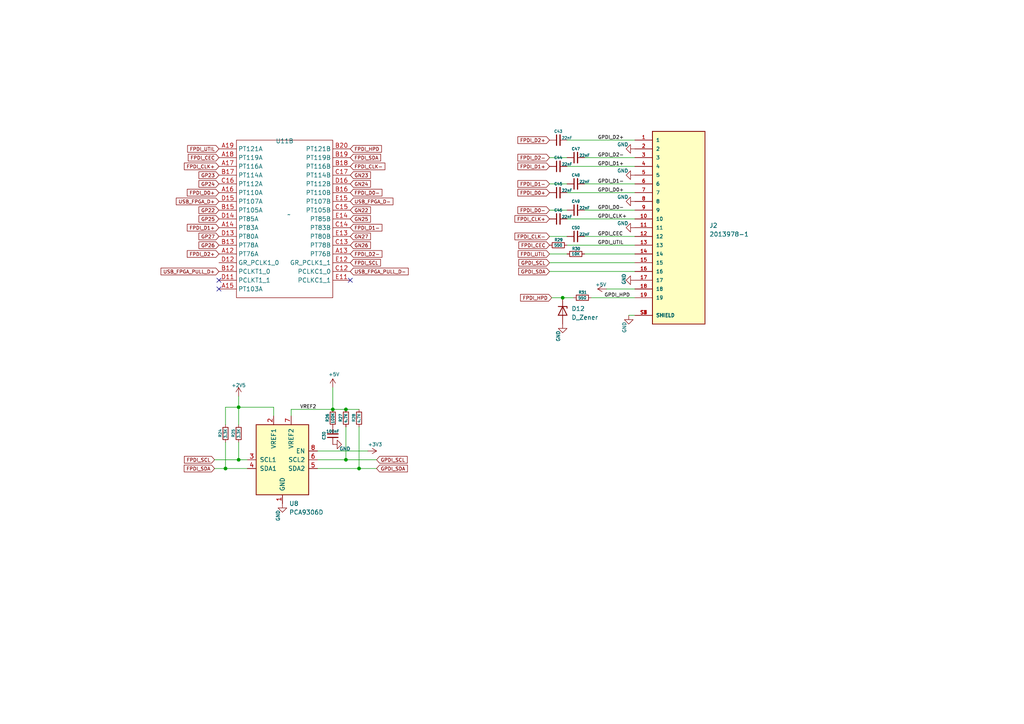
<source format=kicad_sch>
(kicad_sch (version 20230121) (generator eeschema)

  (uuid bb953f3a-2ff5-4b1b-9d06-3facabb25e05)

  (paper "A4")

  (lib_symbols
    (symbol "Device:C_Small" (pin_numbers hide) (pin_names (offset 0.254) hide) (in_bom yes) (on_board yes)
      (property "Reference" "C" (at 0.254 1.778 0)
        (effects (font (size 1.27 1.27)) (justify left))
      )
      (property "Value" "C_Small" (at 0.254 -2.032 0)
        (effects (font (size 1.27 1.27)) (justify left))
      )
      (property "Footprint" "" (at 0 0 0)
        (effects (font (size 1.27 1.27)) hide)
      )
      (property "Datasheet" "~" (at 0 0 0)
        (effects (font (size 1.27 1.27)) hide)
      )
      (property "ki_keywords" "capacitor cap" (at 0 0 0)
        (effects (font (size 1.27 1.27)) hide)
      )
      (property "ki_description" "Unpolarized capacitor, small symbol" (at 0 0 0)
        (effects (font (size 1.27 1.27)) hide)
      )
      (property "ki_fp_filters" "C_*" (at 0 0 0)
        (effects (font (size 1.27 1.27)) hide)
      )
      (symbol "C_Small_0_1"
        (polyline
          (pts
            (xy -1.524 -0.508)
            (xy 1.524 -0.508)
          )
          (stroke (width 0.3302) (type default))
          (fill (type none))
        )
        (polyline
          (pts
            (xy -1.524 0.508)
            (xy 1.524 0.508)
          )
          (stroke (width 0.3048) (type default))
          (fill (type none))
        )
      )
      (symbol "C_Small_1_1"
        (pin passive line (at 0 2.54 270) (length 2.032)
          (name "~" (effects (font (size 1.27 1.27))))
          (number "1" (effects (font (size 1.27 1.27))))
        )
        (pin passive line (at 0 -2.54 90) (length 2.032)
          (name "~" (effects (font (size 1.27 1.27))))
          (number "2" (effects (font (size 1.27 1.27))))
        )
      )
    )
    (symbol "Device:D_Zener" (pin_numbers hide) (pin_names (offset 1.016) hide) (in_bom yes) (on_board yes)
      (property "Reference" "D" (at 0 2.54 0)
        (effects (font (size 1.27 1.27)))
      )
      (property "Value" "D_Zener" (at 0 -2.54 0)
        (effects (font (size 1.27 1.27)))
      )
      (property "Footprint" "" (at 0 0 0)
        (effects (font (size 1.27 1.27)) hide)
      )
      (property "Datasheet" "~" (at 0 0 0)
        (effects (font (size 1.27 1.27)) hide)
      )
      (property "ki_keywords" "diode" (at 0 0 0)
        (effects (font (size 1.27 1.27)) hide)
      )
      (property "ki_description" "Zener diode" (at 0 0 0)
        (effects (font (size 1.27 1.27)) hide)
      )
      (property "ki_fp_filters" "TO-???* *_Diode_* *SingleDiode* D_*" (at 0 0 0)
        (effects (font (size 1.27 1.27)) hide)
      )
      (symbol "D_Zener_0_1"
        (polyline
          (pts
            (xy 1.27 0)
            (xy -1.27 0)
          )
          (stroke (width 0) (type default))
          (fill (type none))
        )
        (polyline
          (pts
            (xy -1.27 -1.27)
            (xy -1.27 1.27)
            (xy -0.762 1.27)
          )
          (stroke (width 0.254) (type default))
          (fill (type none))
        )
        (polyline
          (pts
            (xy 1.27 -1.27)
            (xy 1.27 1.27)
            (xy -1.27 0)
            (xy 1.27 -1.27)
          )
          (stroke (width 0.254) (type default))
          (fill (type none))
        )
      )
      (symbol "D_Zener_1_1"
        (pin passive line (at -3.81 0 0) (length 2.54)
          (name "K" (effects (font (size 1.27 1.27))))
          (number "1" (effects (font (size 1.27 1.27))))
        )
        (pin passive line (at 3.81 0 180) (length 2.54)
          (name "A" (effects (font (size 1.27 1.27))))
          (number "2" (effects (font (size 1.27 1.27))))
        )
      )
    )
    (symbol "Device:R_Small" (pin_numbers hide) (pin_names (offset 0.254) hide) (in_bom yes) (on_board yes)
      (property "Reference" "R" (at 0.762 0.508 0)
        (effects (font (size 1.27 1.27)) (justify left))
      )
      (property "Value" "R_Small" (at 0.762 -1.016 0)
        (effects (font (size 1.27 1.27)) (justify left))
      )
      (property "Footprint" "" (at 0 0 0)
        (effects (font (size 1.27 1.27)) hide)
      )
      (property "Datasheet" "~" (at 0 0 0)
        (effects (font (size 1.27 1.27)) hide)
      )
      (property "ki_keywords" "R resistor" (at 0 0 0)
        (effects (font (size 1.27 1.27)) hide)
      )
      (property "ki_description" "Resistor, small symbol" (at 0 0 0)
        (effects (font (size 1.27 1.27)) hide)
      )
      (property "ki_fp_filters" "R_*" (at 0 0 0)
        (effects (font (size 1.27 1.27)) hide)
      )
      (symbol "R_Small_0_1"
        (rectangle (start -0.762 1.778) (end 0.762 -1.778)
          (stroke (width 0.2032) (type default))
          (fill (type none))
        )
      )
      (symbol "R_Small_1_1"
        (pin passive line (at 0 2.54 270) (length 0.762)
          (name "~" (effects (font (size 1.27 1.27))))
          (number "1" (effects (font (size 1.27 1.27))))
        )
        (pin passive line (at 0 -2.54 90) (length 0.762)
          (name "~" (effects (font (size 1.27 1.27))))
          (number "2" (effects (font (size 1.27 1.27))))
        )
      )
    )
    (symbol "HDMI:2013978-1" (pin_names (offset 1.016)) (in_bom yes) (on_board yes)
      (property "Reference" "J" (at -7.6255 28.606 0)
        (effects (font (size 1.27 1.27)) (justify left bottom))
      )
      (property "Value" "2013978-1" (at -7.6227 -30.4962 0)
        (effects (font (size 1.27 1.27)) (justify left bottom))
      )
      (property "Footprint" "TE_2013978-1" (at 0 0 0)
        (effects (font (size 1.27 1.27)) (justify bottom) hide)
      )
      (property "Datasheet" "" (at 0 0 0)
        (effects (font (size 1.27 1.27)) hide)
      )
      (property "Comment" "2013978-1" (at 0 0 0)
        (effects (font (size 1.27 1.27)) (justify bottom) hide)
      )
      (symbol "2013978-1_0_0"
        (rectangle (start -7.62 -27.94) (end 7.62 27.94)
          (stroke (width 0.254) (type default))
          (fill (type background))
        )
        (pin passive line (at -12.7 25.4 0) (length 5.08)
          (name "1" (effects (font (size 1.016 1.016))))
          (number "1" (effects (font (size 1.016 1.016))))
        )
        (pin passive line (at -12.7 2.54 0) (length 5.08)
          (name "10" (effects (font (size 1.016 1.016))))
          (number "10" (effects (font (size 1.016 1.016))))
        )
        (pin passive line (at -12.7 0 0) (length 5.08)
          (name "11" (effects (font (size 1.016 1.016))))
          (number "11" (effects (font (size 1.016 1.016))))
        )
        (pin passive line (at -12.7 -2.54 0) (length 5.08)
          (name "12" (effects (font (size 1.016 1.016))))
          (number "12" (effects (font (size 1.016 1.016))))
        )
        (pin passive line (at -12.7 -5.08 0) (length 5.08)
          (name "13" (effects (font (size 1.016 1.016))))
          (number "13" (effects (font (size 1.016 1.016))))
        )
        (pin passive line (at -12.7 -7.62 0) (length 5.08)
          (name "14" (effects (font (size 1.016 1.016))))
          (number "14" (effects (font (size 1.016 1.016))))
        )
        (pin passive line (at -12.7 -10.16 0) (length 5.08)
          (name "15" (effects (font (size 1.016 1.016))))
          (number "15" (effects (font (size 1.016 1.016))))
        )
        (pin passive line (at -12.7 -12.7 0) (length 5.08)
          (name "16" (effects (font (size 1.016 1.016))))
          (number "16" (effects (font (size 1.016 1.016))))
        )
        (pin passive line (at -12.7 -15.24 0) (length 5.08)
          (name "17" (effects (font (size 1.016 1.016))))
          (number "17" (effects (font (size 1.016 1.016))))
        )
        (pin passive line (at -12.7 -17.78 0) (length 5.08)
          (name "18" (effects (font (size 1.016 1.016))))
          (number "18" (effects (font (size 1.016 1.016))))
        )
        (pin passive line (at -12.7 -20.32 0) (length 5.08)
          (name "19" (effects (font (size 1.016 1.016))))
          (number "19" (effects (font (size 1.016 1.016))))
        )
        (pin passive line (at -12.7 22.86 0) (length 5.08)
          (name "2" (effects (font (size 1.016 1.016))))
          (number "2" (effects (font (size 1.016 1.016))))
        )
        (pin passive line (at -12.7 20.32 0) (length 5.08)
          (name "3" (effects (font (size 1.016 1.016))))
          (number "3" (effects (font (size 1.016 1.016))))
        )
        (pin passive line (at -12.7 17.78 0) (length 5.08)
          (name "4" (effects (font (size 1.016 1.016))))
          (number "4" (effects (font (size 1.016 1.016))))
        )
        (pin passive line (at -12.7 15.24 0) (length 5.08)
          (name "5" (effects (font (size 1.016 1.016))))
          (number "5" (effects (font (size 1.016 1.016))))
        )
        (pin passive line (at -12.7 12.7 0) (length 5.08)
          (name "6" (effects (font (size 1.016 1.016))))
          (number "6" (effects (font (size 1.016 1.016))))
        )
        (pin passive line (at -12.7 10.16 0) (length 5.08)
          (name "7" (effects (font (size 1.016 1.016))))
          (number "7" (effects (font (size 1.016 1.016))))
        )
        (pin passive line (at -12.7 7.62 0) (length 5.08)
          (name "8" (effects (font (size 1.016 1.016))))
          (number "8" (effects (font (size 1.016 1.016))))
        )
        (pin passive line (at -12.7 5.08 0) (length 5.08)
          (name "9" (effects (font (size 1.016 1.016))))
          (number "9" (effects (font (size 1.016 1.016))))
        )
        (pin passive line (at -12.7 -25.4 0) (length 5.08)
          (name "SHIELD" (effects (font (size 1.016 1.016))))
          (number "S1" (effects (font (size 1.016 1.016))))
        )
        (pin passive line (at -12.7 -25.4 0) (length 5.08)
          (name "SHIELD" (effects (font (size 1.016 1.016))))
          (number "S2" (effects (font (size 1.016 1.016))))
        )
        (pin passive line (at -12.7 -25.4 0) (length 5.08)
          (name "SHIELD" (effects (font (size 1.016 1.016))))
          (number "S3" (effects (font (size 1.016 1.016))))
        )
        (pin passive line (at -12.7 -25.4 0) (length 5.08)
          (name "SHIELD" (effects (font (size 1.016 1.016))))
          (number "S4" (effects (font (size 1.016 1.016))))
        )
      )
    )
    (symbol "Interface:PCA9306D" (pin_names (offset 1.016)) (in_bom yes) (on_board yes)
      (property "Reference" "U" (at -7.62 11.43 0)
        (effects (font (size 1.27 1.27)) (justify left))
      )
      (property "Value" "PCA9306D" (at 3.81 11.43 0)
        (effects (font (size 1.27 1.27)) (justify left))
      )
      (property "Footprint" "Package_SO:SO-8_3.9x4.9mm_P1.27mm" (at 0 -11.43 0)
        (effects (font (size 1.27 1.27)) hide)
      )
      (property "Datasheet" "https://www.nxp.com/docs/en/data-sheet/PCA9306.pdf" (at -7.62 11.43 0)
        (effects (font (size 1.27 1.27)) hide)
      )
      (property "ki_keywords" "I2C SMBus" (at 0 0 0)
        (effects (font (size 1.27 1.27)) hide)
      )
      (property "ki_description" "Dual bidirectional I2C Bus and SMBus voltage level translator, SO-8" (at 0 0 0)
        (effects (font (size 1.27 1.27)) hide)
      )
      (property "ki_fp_filters" "SO*3.9x4.9mm*P1.27mm*" (at 0 0 0)
        (effects (font (size 1.27 1.27)) hide)
      )
      (symbol "PCA9306D_0_1"
        (rectangle (start -7.62 10.16) (end 7.62 -10.16)
          (stroke (width 0.254) (type default))
          (fill (type background))
        )
      )
      (symbol "PCA9306D_1_1"
        (pin power_in line (at 0 -12.7 90) (length 2.54)
          (name "GND" (effects (font (size 1.27 1.27))))
          (number "1" (effects (font (size 1.27 1.27))))
        )
        (pin power_in line (at -2.54 12.7 270) (length 2.54)
          (name "VREF1" (effects (font (size 1.27 1.27))))
          (number "2" (effects (font (size 1.27 1.27))))
        )
        (pin bidirectional line (at -10.16 0 0) (length 2.54)
          (name "SCL1" (effects (font (size 1.27 1.27))))
          (number "3" (effects (font (size 1.27 1.27))))
        )
        (pin bidirectional line (at -10.16 -2.54 0) (length 2.54)
          (name "SDA1" (effects (font (size 1.27 1.27))))
          (number "4" (effects (font (size 1.27 1.27))))
        )
        (pin bidirectional line (at 10.16 -2.54 180) (length 2.54)
          (name "SDA2" (effects (font (size 1.27 1.27))))
          (number "5" (effects (font (size 1.27 1.27))))
        )
        (pin bidirectional line (at 10.16 0 180) (length 2.54)
          (name "SCL2" (effects (font (size 1.27 1.27))))
          (number "6" (effects (font (size 1.27 1.27))))
        )
        (pin power_in line (at 2.54 12.7 270) (length 2.54)
          (name "VREF2" (effects (font (size 1.27 1.27))))
          (number "7" (effects (font (size 1.27 1.27))))
        )
        (pin input line (at 10.16 2.54 180) (length 2.54)
          (name "EN" (effects (font (size 1.27 1.27))))
          (number "8" (effects (font (size 1.27 1.27))))
        )
      )
    )
    (symbol "Library_Ulx3:ULX3_(FPGA)" (in_bom yes) (on_board yes)
      (property "Reference" "U" (at 0 0 0)
        (effects (font (size 1.27 1.27)))
      )
      (property "Value" "" (at 0 0 0)
        (effects (font (size 1.27 1.27)))
      )
      (property "Footprint" "Latice_LEF5U:Latice_LEF5U_FPGA_BGA-381" (at 0 0 0)
        (effects (font (size 1.27 1.27)) hide)
      )
      (property "Datasheet" "" (at 0 0 0)
        (effects (font (size 1.27 1.27)) hide)
      )
      (property "ki_locked" "" (at 0 0 0)
        (effects (font (size 1.27 1.27)))
      )
      (symbol "ULX3_(FPGA)_1_1"
        (rectangle (start -15.24 20.32) (end 12.7 -17.78)
          (stroke (width 0) (type solid))
          (fill (type none))
        )
        (pin input line (at -20.32 15.24 0) (length 5.08)
          (name "PCLKT0_1" (effects (font (size 1.27 1.27))))
          (number "A10" (effects (font (size 1.27 1.27))))
        )
        (pin input line (at 17.78 15.24 180) (length 5.08)
          (name "PCLKC0_1" (effects (font (size 1.27 1.27))))
          (number "A11" (effects (font (size 1.27 1.27))))
        )
        (pin input line (at -20.32 -10.16 0) (length 5.08)
          (name "PT4A" (effects (font (size 1.27 1.27))))
          (number "A6" (effects (font (size 1.27 1.27))))
        )
        (pin input line (at -20.32 5.08 0) (length 5.08)
          (name "PT18A" (effects (font (size 1.27 1.27))))
          (number "A7" (effects (font (size 1.27 1.27))))
        )
        (pin input line (at 17.78 5.08 180) (length 5.08)
          (name "PT18B" (effects (font (size 1.27 1.27))))
          (number "A8" (effects (font (size 1.27 1.27))))
        )
        (pin input line (at -20.32 12.7 0) (length 5.08)
          (name "GR_PCLK0_1" (effects (font (size 1.27 1.27))))
          (number "A9" (effects (font (size 1.27 1.27))))
        )
        (pin input line (at 17.78 12.7 180) (length 5.08)
          (name "GR_PCLK0_0" (effects (font (size 1.27 1.27))))
          (number "B10" (effects (font (size 1.27 1.27))))
        )
        (pin input line (at -20.32 17.78 0) (length 5.08)
          (name "PCLKT0_0" (effects (font (size 1.27 1.27))))
          (number "B11" (effects (font (size 1.27 1.27))))
        )
        (pin input line (at 17.78 -10.16 180) (length 5.08)
          (name "PT4B" (effects (font (size 1.27 1.27))))
          (number "B6" (effects (font (size 1.27 1.27))))
        )
        (pin input line (at 17.78 2.54 180) (length 5.08)
          (name "PT15B" (effects (font (size 1.27 1.27))))
          (number "B8" (effects (font (size 1.27 1.27))))
        )
        (pin input line (at -20.32 10.16 0) (length 5.08)
          (name "PT58A" (effects (font (size 1.27 1.27))))
          (number "B9" (effects (font (size 1.27 1.27))))
        )
        (pin input line (at 17.78 10.16 180) (length 5.08)
          (name "PT58B" (effects (font (size 1.27 1.27))))
          (number "C10" (effects (font (size 1.27 1.27))))
        )
        (pin input line (at 17.78 17.78 180) (length 5.08)
          (name "PCLKC0_0" (effects (font (size 1.27 1.27))))
          (number "C11" (effects (font (size 1.27 1.27))))
        )
        (pin input line (at -20.32 -2.54 0) (length 5.08)
          (name "PT11A" (effects (font (size 1.27 1.27))))
          (number "C6" (effects (font (size 1.27 1.27))))
        )
        (pin input line (at 17.78 -2.54 180) (length 5.08)
          (name "PT11B" (effects (font (size 1.27 1.27))))
          (number "C7" (effects (font (size 1.27 1.27))))
        )
        (pin input line (at -20.32 2.54 0) (length 5.08)
          (name "PT15A" (effects (font (size 1.27 1.27))))
          (number "C8" (effects (font (size 1.27 1.27))))
        )
        (pin input line (at -20.32 -15.24 0) (length 5.08)
          (name "PT54A" (effects (font (size 1.27 1.27))))
          (number "C9" (effects (font (size 1.27 1.27))))
        )
        (pin input line (at -20.32 -12.7 0) (length 5.08)
          (name "PT56A" (effects (font (size 1.27 1.27))))
          (number "D10" (effects (font (size 1.27 1.27))))
        )
        (pin input line (at 17.78 -7.62 180) (length 5.08)
          (name "PT6B" (effects (font (size 1.27 1.27))))
          (number "D6" (effects (font (size 1.27 1.27))))
        )
        (pin input line (at 17.78 -5.08 180) (length 5.08)
          (name "PT9B" (effects (font (size 1.27 1.27))))
          (number "D7" (effects (font (size 1.27 1.27))))
        )
        (pin input line (at 17.78 0 180) (length 5.08)
          (name "PT13B" (effects (font (size 1.27 1.27))))
          (number "D8" (effects (font (size 1.27 1.27))))
        )
        (pin input line (at -20.32 7.62 0) (length 5.08)
          (name "PT20A" (effects (font (size 1.27 1.27))))
          (number "D9" (effects (font (size 1.27 1.27))))
        )
        (pin input line (at 17.78 -12.7 180) (length 5.08)
          (name "PT56B" (effects (font (size 1.27 1.27))))
          (number "E10" (effects (font (size 1.27 1.27))))
        )
        (pin input line (at -20.32 -7.62 0) (length 5.08)
          (name "PT6A" (effects (font (size 1.27 1.27))))
          (number "E6" (effects (font (size 1.27 1.27))))
        )
        (pin input line (at -20.32 -5.08 0) (length 5.08)
          (name "PT9A" (effects (font (size 1.27 1.27))))
          (number "E7" (effects (font (size 1.27 1.27))))
        )
        (pin input line (at -20.32 0 0) (length 5.08)
          (name "PT13A" (effects (font (size 1.27 1.27))))
          (number "E8" (effects (font (size 1.27 1.27))))
        )
        (pin input line (at 17.78 7.62 180) (length 5.08)
          (name "PT20B" (effects (font (size 1.27 1.27))))
          (number "E9" (effects (font (size 1.27 1.27))))
        )
      )
      (symbol "ULX3_(FPGA)_2_1"
        (rectangle (start -15.24 21.59) (end 12.7 -24.13)
          (stroke (width 0) (type solid))
          (fill (type none))
        )
        (pin input line (at -20.32 -11.43 0) (length 5.08)
          (name "PT76A" (effects (font (size 1.27 1.27))))
          (number "A12" (effects (font (size 1.27 1.27))))
        )
        (pin input line (at 17.78 -11.43 180) (length 5.08)
          (name "PT76B" (effects (font (size 1.27 1.27))))
          (number "A13" (effects (font (size 1.27 1.27))))
        )
        (pin input line (at -20.32 -3.81 0) (length 5.08)
          (name "PT83A" (effects (font (size 1.27 1.27))))
          (number "A14" (effects (font (size 1.27 1.27))))
        )
        (pin input line (at -20.32 -21.59 0) (length 5.08)
          (name "PT103A" (effects (font (size 1.27 1.27))))
          (number "A15" (effects (font (size 1.27 1.27))))
        )
        (pin input line (at -20.32 6.35 0) (length 5.08)
          (name "PT110A" (effects (font (size 1.27 1.27))))
          (number "A16" (effects (font (size 1.27 1.27))))
        )
        (pin input line (at -20.32 13.97 0) (length 5.08)
          (name "PT116A" (effects (font (size 1.27 1.27))))
          (number "A17" (effects (font (size 1.27 1.27))))
        )
        (pin input line (at -20.32 16.51 0) (length 5.08)
          (name "PT119A" (effects (font (size 1.27 1.27))))
          (number "A18" (effects (font (size 1.27 1.27))))
        )
        (pin input line (at -20.32 19.05 0) (length 5.08)
          (name "PT121A" (effects (font (size 1.27 1.27))))
          (number "A19" (effects (font (size 1.27 1.27))))
        )
        (pin input line (at -20.32 -16.51 0) (length 5.08)
          (name "PCLKT1_0" (effects (font (size 1.27 1.27))))
          (number "B12" (effects (font (size 1.27 1.27))))
        )
        (pin input line (at -20.32 -8.89 0) (length 5.08)
          (name "PT78A" (effects (font (size 1.27 1.27))))
          (number "B13" (effects (font (size 1.27 1.27))))
        )
        (pin input line (at -20.32 1.27 0) (length 5.08)
          (name "PT105A" (effects (font (size 1.27 1.27))))
          (number "B15" (effects (font (size 1.27 1.27))))
        )
        (pin input line (at 17.78 6.35 180) (length 5.08)
          (name "PT110B" (effects (font (size 1.27 1.27))))
          (number "B16" (effects (font (size 1.27 1.27))))
        )
        (pin input line (at -20.32 11.43 0) (length 5.08)
          (name "PT114A" (effects (font (size 1.27 1.27))))
          (number "B17" (effects (font (size 1.27 1.27))))
        )
        (pin input line (at 17.78 13.97 180) (length 5.08)
          (name "PT116B" (effects (font (size 1.27 1.27))))
          (number "B18" (effects (font (size 1.27 1.27))))
        )
        (pin input line (at 17.78 16.51 180) (length 5.08)
          (name "PT119B" (effects (font (size 1.27 1.27))))
          (number "B19" (effects (font (size 1.27 1.27))))
        )
        (pin input line (at 17.78 19.05 180) (length 5.08)
          (name "PT121B" (effects (font (size 1.27 1.27))))
          (number "B20" (effects (font (size 1.27 1.27))))
        )
        (pin input line (at 17.78 -16.51 180) (length 5.08)
          (name "PCLKC1_0" (effects (font (size 1.27 1.27))))
          (number "C12" (effects (font (size 1.27 1.27))))
        )
        (pin input line (at 17.78 -8.89 180) (length 5.08)
          (name "PT78B" (effects (font (size 1.27 1.27))))
          (number "C13" (effects (font (size 1.27 1.27))))
        )
        (pin input line (at 17.78 -3.81 180) (length 5.08)
          (name "PT83B" (effects (font (size 1.27 1.27))))
          (number "C14" (effects (font (size 1.27 1.27))))
        )
        (pin input line (at 17.78 1.27 180) (length 5.08)
          (name "PT105B" (effects (font (size 1.27 1.27))))
          (number "C15" (effects (font (size 1.27 1.27))))
        )
        (pin input line (at -20.32 8.89 0) (length 5.08)
          (name "PT112A" (effects (font (size 1.27 1.27))))
          (number "C16" (effects (font (size 1.27 1.27))))
        )
        (pin input line (at 17.78 11.43 180) (length 5.08)
          (name "PT114B" (effects (font (size 1.27 1.27))))
          (number "C17" (effects (font (size 1.27 1.27))))
        )
        (pin input line (at -20.32 -19.05 0) (length 5.08)
          (name "PCLKT1_1" (effects (font (size 1.27 1.27))))
          (number "D11" (effects (font (size 1.27 1.27))))
        )
        (pin input line (at -20.32 -13.97 0) (length 5.08)
          (name "GR_PCLK1_0" (effects (font (size 1.27 1.27))))
          (number "D12" (effects (font (size 1.27 1.27))))
        )
        (pin input line (at -20.32 -6.35 0) (length 5.08)
          (name "PT80A" (effects (font (size 1.27 1.27))))
          (number "D13" (effects (font (size 1.27 1.27))))
        )
        (pin input line (at -20.32 -1.27 0) (length 5.08)
          (name "PT85A" (effects (font (size 1.27 1.27))))
          (number "D14" (effects (font (size 1.27 1.27))))
        )
        (pin input line (at -20.32 3.81 0) (length 5.08)
          (name "PT107A" (effects (font (size 1.27 1.27))))
          (number "D15" (effects (font (size 1.27 1.27))))
        )
        (pin input line (at 17.78 8.89 180) (length 5.08)
          (name "PT112B" (effects (font (size 1.27 1.27))))
          (number "D16" (effects (font (size 1.27 1.27))))
        )
        (pin input line (at 17.78 -19.05 180) (length 5.08)
          (name "PCLKC1_1" (effects (font (size 1.27 1.27))))
          (number "E11" (effects (font (size 1.27 1.27))))
        )
        (pin input line (at 17.78 -13.97 180) (length 5.08)
          (name "GR_PCLK1_1" (effects (font (size 1.27 1.27))))
          (number "E12" (effects (font (size 1.27 1.27))))
        )
        (pin input line (at 17.78 -6.35 180) (length 5.08)
          (name "PT80B" (effects (font (size 1.27 1.27))))
          (number "E13" (effects (font (size 1.27 1.27))))
        )
        (pin input line (at 17.78 -1.27 180) (length 5.08)
          (name "PT85B" (effects (font (size 1.27 1.27))))
          (number "E14" (effects (font (size 1.27 1.27))))
        )
        (pin input line (at 17.78 3.81 180) (length 5.08)
          (name "PT107B" (effects (font (size 1.27 1.27))))
          (number "E15" (effects (font (size 1.27 1.27))))
        )
      )
      (symbol "ULX3_(FPGA)_3_1"
        (rectangle (start -13.97 21.59) (end 13.97 -24.13)
          (stroke (width 0) (type solid))
          (fill (type none))
        )
        (pin input line (at -19.05 -19.05 0) (length 5.08)
          (name "PR11A" (effects (font (size 1.27 1.27))))
          (number "C18" (effects (font (size 1.27 1.27))))
        )
        (pin input line (at -19.05 1.27 0) (length 5.08)
          (name "PR35A" (effects (font (size 1.27 1.27))))
          (number "C20" (effects (font (size 1.27 1.27))))
        )
        (pin input line (at 19.05 -19.05 180) (length 5.08)
          (name "PR11B" (effects (font (size 1.27 1.27))))
          (number "D17" (effects (font (size 1.27 1.27))))
        )
        (pin input line (at -19.05 -13.97 0) (length 5.08)
          (name "PR14A" (effects (font (size 1.27 1.27))))
          (number "D18" (effects (font (size 1.27 1.27))))
        )
        (pin input line (at 19.05 1.27 180) (length 5.08)
          (name "PR35B" (effects (font (size 1.27 1.27))))
          (number "D19" (effects (font (size 1.27 1.27))))
        )
        (pin input line (at -19.05 3.81 0) (length 5.08)
          (name "VREF1_2" (effects (font (size 1.27 1.27))))
          (number "D20" (effects (font (size 1.27 1.27))))
        )
        (pin input line (at -19.05 -16.51 0) (length 5.08)
          (name "PR11C" (effects (font (size 1.27 1.27))))
          (number "E16" (effects (font (size 1.27 1.27))))
        )
        (pin input line (at 19.05 -13.97 180) (length 5.08)
          (name "PR14B" (effects (font (size 1.27 1.27))))
          (number "E17" (effects (font (size 1.27 1.27))))
        )
        (pin input line (at -19.05 -11.43 0) (length 5.08)
          (name "PR14C" (effects (font (size 1.27 1.27))))
          (number "E18" (effects (font (size 1.27 1.27))))
        )
        (pin input line (at 19.05 3.81 180) (length 5.08)
          (name "PR35D" (effects (font (size 1.27 1.27))))
          (number "E19" (effects (font (size 1.27 1.27))))
        )
        (pin input line (at -19.05 6.35 0) (length 5.08)
          (name "PR38A" (effects (font (size 1.27 1.27))))
          (number "E20" (effects (font (size 1.27 1.27))))
        )
        (pin input line (at 19.05 -16.51 180) (length 5.08)
          (name "PR11D" (effects (font (size 1.27 1.27))))
          (number "F16" (effects (font (size 1.27 1.27))))
        )
        (pin input line (at -19.05 -8.89 0) (length 5.08)
          (name "PR17A" (effects (font (size 1.27 1.27))))
          (number "F17" (effects (font (size 1.27 1.27))))
        )
        (pin input line (at 19.05 -11.43 180) (length 5.08)
          (name "PR14D" (effects (font (size 1.27 1.27))))
          (number "F18" (effects (font (size 1.27 1.27))))
        )
        (pin input line (at 19.05 6.35 180) (length 5.08)
          (name "PR38B" (effects (font (size 1.27 1.27))))
          (number "F19" (effects (font (size 1.27 1.27))))
        )
        (pin input line (at -19.05 8.89 0) (length 5.08)
          (name "PR38C" (effects (font (size 1.27 1.27))))
          (number "F20" (effects (font (size 1.27 1.27))))
        )
        (pin input line (at -19.05 -6.35 0) (length 5.08)
          (name "PR17C" (effects (font (size 1.27 1.27))))
          (number "G16" (effects (font (size 1.27 1.27))))
        )
        (pin input line (at 19.05 -8.89 180) (length 5.08)
          (name "PR17B" (effects (font (size 1.27 1.27))))
          (number "G18" (effects (font (size 1.27 1.27))))
        )
        (pin input line (at -19.05 11.43 0) (length 5.08)
          (name "GR_PCLK2_1" (effects (font (size 1.27 1.27))))
          (number "G19" (effects (font (size 1.27 1.27))))
        )
        (pin input line (at 19.05 8.89 180) (length 5.08)
          (name "PR38D" (effects (font (size 1.27 1.27))))
          (number "G20" (effects (font (size 1.27 1.27))))
        )
        (pin input line (at 19.05 -6.35 180) (length 5.08)
          (name "PR17D" (effects (font (size 1.27 1.27))))
          (number "H16" (effects (font (size 1.27 1.27))))
        )
        (pin input line (at 19.05 -3.81 180) (length 5.08)
          (name "PR20B" (effects (font (size 1.27 1.27))))
          (number "H17" (effects (font (size 1.27 1.27))))
        )
        (pin input line (at -19.05 -3.81 0) (length 5.08)
          (name "PR20A" (effects (font (size 1.27 1.27))))
          (number "H18" (effects (font (size 1.27 1.27))))
        )
        (pin input line (at 19.05 11.43 180) (length 5.08)
          (name "PR41B" (effects (font (size 1.27 1.27))))
          (number "H20" (effects (font (size 1.27 1.27))))
        )
        (pin input line (at 19.05 -1.27 180) (length 5.08)
          (name "PR20D" (effects (font (size 1.27 1.27))))
          (number "J16" (effects (font (size 1.27 1.27))))
        )
        (pin input line (at -19.05 -1.27 0) (length 5.08)
          (name "PR20C" (effects (font (size 1.27 1.27))))
          (number "J17" (effects (font (size 1.27 1.27))))
        )
        (pin input line (at -19.05 13.97 0) (length 5.08)
          (name "GR_PCLK2_0" (effects (font (size 1.27 1.27))))
          (number "J18" (effects (font (size 1.27 1.27))))
        )
        (pin input line (at -19.05 16.51 0) (length 5.08)
          (name "PCLKT2_1" (effects (font (size 1.27 1.27))))
          (number "J19" (effects (font (size 1.27 1.27))))
        )
        (pin input line (at -19.05 19.05 0) (length 5.08)
          (name "PCLKT2_0" (effects (font (size 1.27 1.27))))
          (number "J20" (effects (font (size 1.27 1.27))))
        )
        (pin input line (at -19.05 -21.59 0) (length 5.08)
          (name "PR29A" (effects (font (size 1.27 1.27))))
          (number "K16" (effects (font (size 1.27 1.27))))
        )
        (pin input line (at 19.05 -21.59 180) (length 5.08)
          (name "PR29B" (effects (font (size 1.27 1.27))))
          (number "K17" (effects (font (size 1.27 1.27))))
        )
        (pin input line (at 19.05 13.97 180) (length 5.08)
          (name "PR41D" (effects (font (size 1.27 1.27))))
          (number "K18" (effects (font (size 1.27 1.27))))
        )
        (pin input line (at 19.05 16.51 180) (length 5.08)
          (name "PCLKC2_1" (effects (font (size 1.27 1.27))))
          (number "K19" (effects (font (size 1.27 1.27))))
        )
        (pin input line (at 19.05 19.05 180) (length 5.08)
          (name "PCLKC2_0" (effects (font (size 1.27 1.27))))
          (number "K20" (effects (font (size 1.27 1.27))))
        )
      )
      (symbol "ULX3_(FPGA)_4_1"
        (rectangle (start -13.97 20.32) (end 13.97 -25.4)
          (stroke (width 0) (type solid))
          (fill (type none))
        )
        (pin input line (at -19.05 -15.24 0) (length 5.08)
          (name "GR_PCLK3_0" (effects (font (size 1.27 1.27))))
          (number "L16" (effects (font (size 1.27 1.27))))
        )
        (pin input line (at 19.05 -15.24 180) (length 5.08)
          (name "PR50B" (effects (font (size 1.27 1.27))))
          (number "L17" (effects (font (size 1.27 1.27))))
        )
        (pin input line (at -19.05 -12.7 0) (length 5.08)
          (name "GR_PCLK3_1" (effects (font (size 1.27 1.27))))
          (number "L18" (effects (font (size 1.27 1.27))))
        )
        (pin input line (at -19.05 -17.78 0) (length 5.08)
          (name "PCLKT3_0" (effects (font (size 1.27 1.27))))
          (number "L19" (effects (font (size 1.27 1.27))))
        )
        (pin input line (at -19.05 -20.32 0) (length 5.08)
          (name "PCLKT3_1" (effects (font (size 1.27 1.27))))
          (number "L20" (effects (font (size 1.27 1.27))))
        )
        (pin input line (at 19.05 -10.16 180) (length 5.08)
          (name "PR53B" (effects (font (size 1.27 1.27))))
          (number "M17" (effects (font (size 1.27 1.27))))
        )
        (pin input line (at 19.05 -12.7 180) (length 5.08)
          (name "PR50D" (effects (font (size 1.27 1.27))))
          (number "M18" (effects (font (size 1.27 1.27))))
        )
        (pin input line (at 19.05 -17.78 180) (length 5.08)
          (name "PCLKC3_0" (effects (font (size 1.27 1.27))))
          (number "M19" (effects (font (size 1.27 1.27))))
        )
        (pin input line (at 19.05 -20.32 180) (length 5.08)
          (name "PCLKC3_1" (effects (font (size 1.27 1.27))))
          (number "M20" (effects (font (size 1.27 1.27))))
        )
        (pin input line (at -19.05 -10.16 0) (length 5.08)
          (name "PR53A" (effects (font (size 1.27 1.27))))
          (number "N16" (effects (font (size 1.27 1.27))))
        )
        (pin input line (at -19.05 -5.08 0) (length 5.08)
          (name "PR56A" (effects (font (size 1.27 1.27))))
          (number "N17" (effects (font (size 1.27 1.27))))
        )
        (pin input line (at -19.05 -7.62 0) (length 5.08)
          (name "PR53C" (effects (font (size 1.27 1.27))))
          (number "N18" (effects (font (size 1.27 1.27))))
        )
        (pin input line (at -19.05 0 0) (length 5.08)
          (name "PR83A" (effects (font (size 1.27 1.27))))
          (number "N19" (effects (font (size 1.27 1.27))))
        )
        (pin input line (at 19.05 0 180) (length 5.08)
          (name "PR83B" (effects (font (size 1.27 1.27))))
          (number "N20" (effects (font (size 1.27 1.27))))
        )
        (pin input line (at 19.05 -5.08 180) (length 5.08)
          (name "VREF1_3" (effects (font (size 1.27 1.27))))
          (number "P16" (effects (font (size 1.27 1.27))))
        )
        (pin input line (at 19.05 -7.62 180) (length 5.08)
          (name "PR53D" (effects (font (size 1.27 1.27))))
          (number "P17" (effects (font (size 1.27 1.27))))
        )
        (pin input line (at 19.05 2.54 180) (length 5.08)
          (name "PR83D" (effects (font (size 1.27 1.27))))
          (number "P18" (effects (font (size 1.27 1.27))))
        )
        (pin input line (at -19.05 2.54 0) (length 5.08)
          (name "PR83C" (effects (font (size 1.27 1.27))))
          (number "P19" (effects (font (size 1.27 1.27))))
        )
        (pin input line (at -19.05 5.08 0) (length 5.08)
          (name "PR86A" (effects (font (size 1.27 1.27))))
          (number "P20" (effects (font (size 1.27 1.27))))
        )
        (pin input line (at -19.05 -2.54 0) (length 5.08)
          (name "PR56C" (effects (font (size 1.27 1.27))))
          (number "R16" (effects (font (size 1.27 1.27))))
        )
        (pin input line (at 19.05 -2.54 180) (length 5.08)
          (name "PR56D" (effects (font (size 1.27 1.27))))
          (number "R17" (effects (font (size 1.27 1.27))))
        )
        (pin input line (at 19.05 10.16 180) (length 5.08)
          (name "PR89B" (effects (font (size 1.27 1.27))))
          (number "R18" (effects (font (size 1.27 1.27))))
        )
        (pin input line (at 19.05 5.08 180) (length 5.08)
          (name "PR86B" (effects (font (size 1.27 1.27))))
          (number "R20" (effects (font (size 1.27 1.27))))
        )
        (pin input line (at -19.05 -22.86 0) (length 5.08)
          (name "PR77A" (effects (font (size 1.27 1.27))))
          (number "T16" (effects (font (size 1.27 1.27))))
        )
        (pin input line (at 19.05 17.78 180) (length 5.08)
          (name "GPLL0C_IN" (effects (font (size 1.27 1.27))))
          (number "T17" (effects (font (size 1.27 1.27))))
        )
        (pin input line (at 19.05 12.7 180) (length 5.08)
          (name "PR89D" (effects (font (size 1.27 1.27))))
          (number "T18" (effects (font (size 1.27 1.27))))
        )
        (pin input line (at -19.05 10.16 0) (length 5.08)
          (name "PR89A" (effects (font (size 1.27 1.27))))
          (number "T19" (effects (font (size 1.27 1.27))))
        )
        (pin input line (at -19.05 7.62 0) (length 5.08)
          (name "PR86C" (effects (font (size 1.27 1.27))))
          (number "T20" (effects (font (size 1.27 1.27))))
        )
        (pin input line (at -19.05 17.78 0) (length 5.08)
          (name "GPLL0T_IN" (effects (font (size 1.27 1.27))))
          (number "U16" (effects (font (size 1.27 1.27))))
        )
        (pin input line (at 19.05 15.24 180) (length 5.08)
          (name "PR92B" (effects (font (size 1.27 1.27))))
          (number "U17" (effects (font (size 1.27 1.27))))
        )
        (pin input line (at -19.05 15.24 0) (length 5.08)
          (name "PR92A" (effects (font (size 1.27 1.27))))
          (number "U18" (effects (font (size 1.27 1.27))))
        )
        (pin input line (at -19.05 12.7 0) (length 5.08)
          (name "PR89C" (effects (font (size 1.27 1.27))))
          (number "U19" (effects (font (size 1.27 1.27))))
        )
        (pin input line (at 19.05 7.62 180) (length 5.08)
          (name "PR86D" (effects (font (size 1.27 1.27))))
          (number "U20" (effects (font (size 1.27 1.27))))
        )
      )
      (symbol "ULX3_(FPGA)_5_1"
        (rectangle (start -13.97 20.32) (end 13.97 -25.4)
          (stroke (width 0) (type solid))
          (fill (type none))
        )
        (pin input line (at 19.05 15.24 180) (length 5.08)
          (name "PCLKC6_1" (effects (font (size 1.27 1.27))))
          (number "F1" (effects (font (size 1.27 1.27))))
        )
        (pin input line (at 19.05 17.78 180) (length 5.08)
          (name "PCLKC6_0" (effects (font (size 1.27 1.27))))
          (number "G1" (effects (font (size 1.27 1.27))))
        )
        (pin input line (at -19.05 15.24 0) (length 5.08)
          (name "PCLKT6_1" (effects (font (size 1.27 1.27))))
          (number "G2" (effects (font (size 1.27 1.27))))
        )
        (pin input line (at -19.05 7.62 0) (length 5.08)
          (name "PL53C" (effects (font (size 1.27 1.27))))
          (number "H1" (effects (font (size 1.27 1.27))))
        )
        (pin input line (at -19.05 17.78 0) (length 5.08)
          (name "PCLKT6_0" (effects (font (size 1.27 1.27))))
          (number "H2" (effects (font (size 1.27 1.27))))
        )
        (pin input line (at 19.05 5.08 180) (length 5.08)
          (name "PL53B" (effects (font (size 1.27 1.27))))
          (number "J1" (effects (font (size 1.27 1.27))))
        )
        (pin input line (at -19.05 12.7 0) (length 5.08)
          (name "GR_PCLK6_1" (effects (font (size 1.27 1.27))))
          (number "J3" (effects (font (size 1.27 1.27))))
        )
        (pin input line (at -19.05 10.16 0) (length 5.08)
          (name "GR_PCLK6_0" (effects (font (size 1.27 1.27))))
          (number "J4" (effects (font (size 1.27 1.27))))
        )
        (pin input line (at 19.05 10.16 180) (length 5.08)
          (name "PL50B" (effects (font (size 1.27 1.27))))
          (number "J5" (effects (font (size 1.27 1.27))))
        )
        (pin input line (at 19.05 7.62 180) (length 5.08)
          (name "PL53D" (effects (font (size 1.27 1.27))))
          (number "K1" (effects (font (size 1.27 1.27))))
        )
        (pin input line (at -19.05 5.08 0) (length 5.08)
          (name "PL53A" (effects (font (size 1.27 1.27))))
          (number "K2" (effects (font (size 1.27 1.27))))
        )
        (pin input line (at 19.05 12.7 180) (length 5.08)
          (name "PL50D" (effects (font (size 1.27 1.27))))
          (number "K3" (effects (font (size 1.27 1.27))))
        )
        (pin input line (at -19.05 0 0) (length 5.08)
          (name "PL56A" (effects (font (size 1.27 1.27))))
          (number "K4" (effects (font (size 1.27 1.27))))
        )
        (pin input line (at 19.05 0 180) (length 5.08)
          (name "VREF1_6" (effects (font (size 1.27 1.27))))
          (number "K5" (effects (font (size 1.27 1.27))))
        )
        (pin input line (at -19.05 -12.7 0) (length 5.08)
          (name "PL65C" (effects (font (size 1.27 1.27))))
          (number "L1" (effects (font (size 1.27 1.27))))
        )
        (pin input line (at 19.05 -7.62 180) (length 5.08)
          (name "PL86D" (effects (font (size 1.27 1.27))))
          (number "L2" (effects (font (size 1.27 1.27))))
        )
        (pin input line (at -19.05 -7.62 0) (length 5.08)
          (name "PL86C" (effects (font (size 1.27 1.27))))
          (number "L3" (effects (font (size 1.27 1.27))))
        )
        (pin input line (at -19.05 2.54 0) (length 5.08)
          (name "PL56C" (effects (font (size 1.27 1.27))))
          (number "L4" (effects (font (size 1.27 1.27))))
        )
        (pin input line (at 19.05 2.54 180) (length 5.08)
          (name "PL56D" (effects (font (size 1.27 1.27))))
          (number "L5" (effects (font (size 1.27 1.27))))
        )
        (pin input line (at 19.05 -15.24 180) (length 5.08)
          (name "PL89B" (effects (font (size 1.27 1.27))))
          (number "M1" (effects (font (size 1.27 1.27))))
        )
        (pin input line (at 19.05 -10.16 180) (length 5.08)
          (name "PL86B" (effects (font (size 1.27 1.27))))
          (number "M3" (effects (font (size 1.27 1.27))))
        )
        (pin input line (at -19.05 -5.08 0) (length 5.08)
          (name "PL83A" (effects (font (size 1.27 1.27))))
          (number "M4" (effects (font (size 1.27 1.27))))
        )
        (pin input line (at -19.05 -22.86 0) (length 5.08)
          (name "PL77A" (effects (font (size 1.27 1.27))))
          (number "M5" (effects (font (size 1.27 1.27))))
        )
        (pin input line (at 19.05 -12.7 180) (length 5.08)
          (name "PL89D" (effects (font (size 1.27 1.27))))
          (number "N1" (effects (font (size 1.27 1.27))))
        )
        (pin input line (at -19.05 -15.24 0) (length 5.08)
          (name "PL65A" (effects (font (size 1.27 1.27))))
          (number "N2" (effects (font (size 1.27 1.27))))
        )
        (pin input line (at -19.05 -10.16 0) (length 5.08)
          (name "PL86A" (effects (font (size 1.27 1.27))))
          (number "N3" (effects (font (size 1.27 1.27))))
        )
        (pin input line (at -19.05 -2.54 0) (length 5.08)
          (name "PL83C" (effects (font (size 1.27 1.27))))
          (number "N4" (effects (font (size 1.27 1.27))))
        )
        (pin input line (at 19.05 -5.08 180) (length 5.08)
          (name "PL83B" (effects (font (size 1.27 1.27))))
          (number "N5" (effects (font (size 1.27 1.27))))
        )
        (pin input line (at -19.05 -20.32 0) (length 5.08)
          (name "PL92A" (effects (font (size 1.27 1.27))))
          (number "P1" (effects (font (size 1.27 1.27))))
        )
        (pin input line (at 19.05 -20.32 180) (length 5.08)
          (name "PL92B" (effects (font (size 1.27 1.27))))
          (number "P2" (effects (font (size 1.27 1.27))))
        )
        (pin input line (at -19.05 -17.78 0) (length 5.08)
          (name "GPLL0T_IN" (effects (font (size 1.27 1.27))))
          (number "P3" (effects (font (size 1.27 1.27))))
        )
        (pin input line (at 19.05 -17.78 180) (length 5.08)
          (name "GPLL0C_IN" (effects (font (size 1.27 1.27))))
          (number "P4" (effects (font (size 1.27 1.27))))
        )
        (pin input line (at 19.05 -2.54 180) (length 5.08)
          (name "PL83D" (effects (font (size 1.27 1.27))))
          (number "P5" (effects (font (size 1.27 1.27))))
        )
      )
      (symbol "ULX3_(FPGA)_6_1"
        (rectangle (start -13.97 22.86) (end 13.97 -20.32)
          (stroke (width 0) (type solid))
          (fill (type none))
        )
        (pin input line (at -19.05 -2.54 0) (length 5.08)
          (name "PL35A" (effects (font (size 1.27 1.27))))
          (number "A2" (effects (font (size 1.27 1.27))))
        )
        (pin input line (at -19.05 15.24 0) (length 5.08)
          (name "PL14C" (effects (font (size 1.27 1.27))))
          (number "A3" (effects (font (size 1.27 1.27))))
        )
        (pin input line (at -19.05 17.78 0) (length 5.08)
          (name "PL11A" (effects (font (size 1.27 1.27))))
          (number "A4" (effects (font (size 1.27 1.27))))
        )
        (pin input line (at 19.05 17.78 180) (length 5.08)
          (name "PL11B" (effects (font (size 1.27 1.27))))
          (number "A5" (effects (font (size 1.27 1.27))))
        )
        (pin input line (at 19.05 -2.54 180) (length 5.08)
          (name "PL35B" (effects (font (size 1.27 1.27))))
          (number "B1" (effects (font (size 1.27 1.27))))
        )
        (pin input line (at -19.05 0 0) (length 5.08)
          (name "VREF1_7" (effects (font (size 1.27 1.27))))
          (number "B2" (effects (font (size 1.27 1.27))))
        )
        (pin input line (at 19.05 15.24 180) (length 5.08)
          (name "PL14D" (effects (font (size 1.27 1.27))))
          (number "B3" (effects (font (size 1.27 1.27))))
        )
        (pin input line (at 19.05 12.7 180) (length 5.08)
          (name "PL14B" (effects (font (size 1.27 1.27))))
          (number "B4" (effects (font (size 1.27 1.27))))
        )
        (pin input line (at -19.05 20.32 0) (length 5.08)
          (name "PL11C" (effects (font (size 1.27 1.27))))
          (number "B5" (effects (font (size 1.27 1.27))))
        )
        (pin input line (at -19.05 -7.62 0) (length 5.08)
          (name "PL38A" (effects (font (size 1.27 1.27))))
          (number "C1" (effects (font (size 1.27 1.27))))
        )
        (pin input line (at 19.05 0 180) (length 5.08)
          (name "PL35D" (effects (font (size 1.27 1.27))))
          (number "C2" (effects (font (size 1.27 1.27))))
        )
        (pin input line (at -19.05 10.16 0) (length 5.08)
          (name "PL17C" (effects (font (size 1.27 1.27))))
          (number "C3" (effects (font (size 1.27 1.27))))
        )
        (pin input line (at -19.05 12.7 0) (length 5.08)
          (name "PL14A" (effects (font (size 1.27 1.27))))
          (number "C4" (effects (font (size 1.27 1.27))))
        )
        (pin input line (at 19.05 20.32 180) (length 5.08)
          (name "PL11D" (effects (font (size 1.27 1.27))))
          (number "C5" (effects (font (size 1.27 1.27))))
        )
        (pin input line (at 19.05 -7.62 180) (length 5.08)
          (name "PL38B" (effects (font (size 1.27 1.27))))
          (number "D1" (effects (font (size 1.27 1.27))))
        )
        (pin input line (at -19.05 -5.08 0) (length 5.08)
          (name "PL38C" (effects (font (size 1.27 1.27))))
          (number "D2" (effects (font (size 1.27 1.27))))
        )
        (pin input line (at 19.05 10.16 180) (length 5.08)
          (name "PL17D" (effects (font (size 1.27 1.27))))
          (number "D3" (effects (font (size 1.27 1.27))))
        )
        (pin input line (at 19.05 7.62 180) (length 5.08)
          (name "PL17B" (effects (font (size 1.27 1.27))))
          (number "D5" (effects (font (size 1.27 1.27))))
        )
        (pin input line (at 19.05 -5.08 180) (length 5.08)
          (name "PL38D" (effects (font (size 1.27 1.27))))
          (number "E1" (effects (font (size 1.27 1.27))))
        )
        (pin input line (at 19.05 -15.24 180) (length 5.08)
          (name "PCLKC7_0" (effects (font (size 1.27 1.27))))
          (number "E2" (effects (font (size 1.27 1.27))))
        )
        (pin input line (at 19.05 2.54 180) (length 5.08)
          (name "PL20B" (effects (font (size 1.27 1.27))))
          (number "E3" (effects (font (size 1.27 1.27))))
        )
        (pin input line (at -19.05 7.62 0) (length 5.08)
          (name "PL17A" (effects (font (size 1.27 1.27))))
          (number "E4" (effects (font (size 1.27 1.27))))
        )
        (pin input line (at -19.05 5.08 0) (length 5.08)
          (name "PL20C" (effects (font (size 1.27 1.27))))
          (number "E5" (effects (font (size 1.27 1.27))))
        )
        (pin input line (at -19.05 -15.24 0) (length 5.08)
          (name "PCLKT7_0" (effects (font (size 1.27 1.27))))
          (number "F2" (effects (font (size 1.27 1.27))))
        )
        (pin input line (at 19.05 -17.78 180) (length 5.08)
          (name "PCLKC7_1" (effects (font (size 1.27 1.27))))
          (number "F3" (effects (font (size 1.27 1.27))))
        )
        (pin input line (at -19.05 2.54 0) (length 5.08)
          (name "PL20A" (effects (font (size 1.27 1.27))))
          (number "F4" (effects (font (size 1.27 1.27))))
        )
        (pin input line (at 19.05 5.08 180) (length 5.08)
          (name "PL20D" (effects (font (size 1.27 1.27))))
          (number "F5" (effects (font (size 1.27 1.27))))
        )
        (pin input line (at -19.05 -17.78 0) (length 5.08)
          (name "PCLKT7_1" (effects (font (size 1.27 1.27))))
          (number "G3" (effects (font (size 1.27 1.27))))
        )
        (pin input line (at 19.05 -12.7 180) (length 5.08)
          (name "PL41B" (effects (font (size 1.27 1.27))))
          (number "G5" (effects (font (size 1.27 1.27))))
        )
        (pin input line (at 19.05 -10.16 180) (length 5.08)
          (name "PL41D" (effects (font (size 1.27 1.27))))
          (number "H3" (effects (font (size 1.27 1.27))))
        )
        (pin input line (at -19.05 -12.7 0) (length 5.08)
          (name "GR_PCLK7_1" (effects (font (size 1.27 1.27))))
          (number "H4" (effects (font (size 1.27 1.27))))
        )
        (pin input line (at -19.05 -10.16 0) (length 5.08)
          (name "GR_PCLK7_0" (effects (font (size 1.27 1.27))))
          (number "H5" (effects (font (size 1.27 1.27))))
        )
      )
      (symbol "ULX3_(FPGA)_7_1"
        (rectangle (start -12.7 19.05) (end 15.24 -24.13)
          (stroke (width 0) (type solid))
          (fill (type none))
        )
        (pin input line (at -17.78 16.51 0) (length 5.08)
          (name "D7" (effects (font (size 1.27 1.27))))
          (number "R1" (effects (font (size 1.27 1.27))))
        )
        (pin input line (at -17.78 3.81 0) (length 5.08)
          (name "CSSPIN" (effects (font (size 1.27 1.27))))
          (number "R2" (effects (font (size 1.27 1.27))))
        )
        (pin input line (at 20.32 3.81 180) (length 5.08)
          (name "DOUT/CSOn" (effects (font (size 1.27 1.27))))
          (number "R3" (effects (font (size 1.27 1.27))))
        )
        (pin input line (at -17.78 -11.43 0) (length 5.08)
          (name "CFG_2" (effects (font (size 1.27 1.27))))
          (number "R4" (effects (font (size 1.27 1.27))))
        )
        (pin input line (at 20.32 16.51 180) (length 5.08)
          (name "D6" (effects (font (size 1.27 1.27))))
          (number "T1" (effects (font (size 1.27 1.27))))
        )
        (pin input line (at -17.78 6.35 0) (length 5.08)
          (name "SN/CSn" (effects (font (size 1.27 1.27))))
          (number "T2" (effects (font (size 1.27 1.27))))
        )
        (pin input line (at -17.78 -3.81 0) (length 5.08)
          (name "WRITEn" (effects (font (size 1.27 1.27))))
          (number "T3" (effects (font (size 1.27 1.27))))
        )
        (pin input line (at -17.78 -13.97 0) (length 5.08)
          (name "CFG_1" (effects (font (size 1.27 1.27))))
          (number "T4" (effects (font (size 1.27 1.27))))
        )
        (pin input line (at -17.78 13.97 0) (length 5.08)
          (name "D5/MISO2" (effects (font (size 1.27 1.27))))
          (number "U1" (effects (font (size 1.27 1.27))))
        )
        (pin input line (at 20.32 6.35 180) (length 5.08)
          (name "CS1n" (effects (font (size 1.27 1.27))))
          (number "U2" (effects (font (size 1.27 1.27))))
        )
        (pin input line (at -17.78 -6.35 0) (length 5.08)
          (name "CCLK" (effects (font (size 1.27 1.27))))
          (number "U3" (effects (font (size 1.27 1.27))))
        )
        (pin input line (at -17.78 -16.51 0) (length 5.08)
          (name "CFG_0" (effects (font (size 1.27 1.27))))
          (number "U4" (effects (font (size 1.27 1.27))))
        )
        (pin input line (at 20.32 13.97 180) (length 5.08)
          (name "D4/MOSI2" (effects (font (size 1.27 1.27))))
          (number "V1" (effects (font (size 1.27 1.27))))
        )
        (pin input line (at -17.78 8.89 0) (length 5.08)
          (name "D1/MISO" (effects (font (size 1.27 1.27))))
          (number "V2" (effects (font (size 1.27 1.27))))
        )
        (pin input line (at -17.78 1.27 0) (length 5.08)
          (name "INITn" (effects (font (size 1.27 1.27))))
          (number "V3" (effects (font (size 1.27 1.27))))
        )
        (pin input line (at -17.78 11.43 0) (length 5.08)
          (name "D3/HOLDn" (effects (font (size 1.27 1.27))))
          (number "W1" (effects (font (size 1.27 1.27))))
        )
        (pin input line (at 20.32 8.89 180) (length 5.08)
          (name "D0/MOSI" (effects (font (size 1.27 1.27))))
          (number "W2" (effects (font (size 1.27 1.27))))
        )
        (pin input line (at -17.78 -1.27 0) (length 5.08)
          (name "PROGRAMn" (effects (font (size 1.27 1.27))))
          (number "W3" (effects (font (size 1.27 1.27))))
        )
        (pin input line (at 20.32 11.43 180) (length 5.08)
          (name "D2/WPn" (effects (font (size 1.27 1.27))))
          (number "Y2" (effects (font (size 1.27 1.27))))
        )
        (pin input line (at -17.78 -8.89 0) (length 5.08)
          (name "DONE" (effects (font (size 1.27 1.27))))
          (number "Y3" (effects (font (size 1.27 1.27))))
        )
      )
      (symbol "ULX3_(FPGA)_8_1"
        (polyline
          (pts
            (xy -16.51 24.13)
            (xy -16.51 -27.94)
            (xy 16.51 -27.94)
            (xy 16.51 24.13)
            (xy -16.51 24.13)
          )
          (stroke (width 0) (type default))
          (fill (type none))
        )
        (pin input line (at 21.59 7.62 180) (length 5.08)
          (name "VCCHTX0_D0CH1" (effects (font (size 1.27 1.27))))
          (number "T10" (effects (font (size 1.27 1.27))))
        )
        (pin input line (at -21.59 -8.89 0) (length 5.08)
          (name "VCCHTX0_D1CH0" (effects (font (size 1.27 1.27))))
          (number "T11" (effects (font (size 1.27 1.27))))
        )
        (pin input line (at -21.59 -11.43 0) (length 5.08)
          (name "VCCHRX0_D1CH0" (effects (font (size 1.27 1.27))))
          (number "T12" (effects (font (size 1.27 1.27))))
        )
        (pin input line (at 21.59 -11.43 180) (length 5.08)
          (name "VCCHRX0_D1CH1" (effects (font (size 1.27 1.27))))
          (number "T13" (effects (font (size 1.27 1.27))))
        )
        (pin input line (at 21.59 -8.89 180) (length 5.08)
          (name "VCCHTX0_D1CH1" (effects (font (size 1.27 1.27))))
          (number "T14" (effects (font (size 1.27 1.27))))
        )
        (pin input line (at -21.59 -3.81 0) (length 5.08)
          (name "VCCA1" (effects (font (size 1.27 1.27))))
          (number "T15" (effects (font (size 1.27 1.27))))
        )
        (pin input line (at -21.59 2.54 0) (length 5.08)
          (name "VCCA0" (effects (font (size 1.27 1.27))))
          (number "T6" (effects (font (size 1.27 1.27))))
        )
        (pin input line (at -21.59 7.62 0) (length 5.08)
          (name "VCCHTX0_D0CH0" (effects (font (size 1.27 1.27))))
          (number "T7" (effects (font (size 1.27 1.27))))
        )
        (pin input line (at -21.59 5.08 0) (length 5.08)
          (name "VCCHRX0_D0CH0" (effects (font (size 1.27 1.27))))
          (number "T8" (effects (font (size 1.27 1.27))))
        )
        (pin input line (at 21.59 5.08 180) (length 5.08)
          (name "VCCHRX0_D0CH1" (effects (font (size 1.27 1.27))))
          (number "T9" (effects (font (size 1.27 1.27))))
        )
        (pin input line (at -21.59 -6.35 0) (length 5.08)
          (name "VCCA1" (effects (font (size 1.27 1.27))))
          (number "U15" (effects (font (size 1.27 1.27))))
        )
        (pin input line (at -21.59 0 0) (length 5.08)
          (name "VCCA0" (effects (font (size 1.27 1.27))))
          (number "U6" (effects (font (size 1.27 1.27))))
        )
        (pin input line (at 21.59 2.54 180) (length 5.08)
          (name "VCCAUXA0" (effects (font (size 1.27 1.27))))
          (number "V10" (effects (font (size 1.27 1.27))))
        )
        (pin input line (at 21.59 0 180) (length 5.08)
          (name "VCCAUXA0" (effects (font (size 1.27 1.27))))
          (number "V11" (effects (font (size 1.27 1.27))))
        )
        (pin input line (at 21.59 -3.81 180) (length 5.08)
          (name "VCCAUXA1" (effects (font (size 1.27 1.27))))
          (number "V17" (effects (font (size 1.27 1.27))))
        )
        (pin input line (at 21.59 -6.35 180) (length 5.08)
          (name "VCCAUXA1" (effects (font (size 1.27 1.27))))
          (number "V18" (effects (font (size 1.27 1.27))))
        )
        (pin input line (at -21.59 -17.78 0) (length 5.08)
          (name "HDTXP0_D1CH0" (effects (font (size 1.27 1.27))))
          (number "W13" (effects (font (size 1.27 1.27))))
        )
        (pin input line (at 21.59 -17.78 180) (length 5.08)
          (name "HDTXN0_D1CH0" (effects (font (size 1.27 1.27))))
          (number "W14" (effects (font (size 1.27 1.27))))
        )
        (pin input line (at -21.59 -22.86 0) (length 5.08)
          (name "HDTXP0_D1CH1" (effects (font (size 1.27 1.27))))
          (number "W17" (effects (font (size 1.27 1.27))))
        )
        (pin input line (at 21.59 -22.86 180) (length 5.08)
          (name "HDTXN0_D1CH1" (effects (font (size 1.27 1.27))))
          (number "W18" (effects (font (size 1.27 1.27))))
        )
        (pin input line (at 21.59 -15.24 180) (length 5.08)
          (name "REFCLKN_D1" (effects (font (size 1.27 1.27))))
          (number "W20" (effects (font (size 1.27 1.27))))
        )
        (pin input line (at -21.59 19.05 0) (length 5.08)
          (name "HDTXP0_D0CH0" (effects (font (size 1.27 1.27))))
          (number "W4" (effects (font (size 1.27 1.27))))
        )
        (pin input line (at 21.59 19.05 180) (length 5.08)
          (name "HDTXN0_D0CH0" (effects (font (size 1.27 1.27))))
          (number "W5" (effects (font (size 1.27 1.27))))
        )
        (pin input line (at -21.59 13.97 0) (length 5.08)
          (name "HDTXP0_D0CH1" (effects (font (size 1.27 1.27))))
          (number "W8" (effects (font (size 1.27 1.27))))
        )
        (pin input line (at 21.59 13.97 180) (length 5.08)
          (name "HDTXN0_D0CH1" (effects (font (size 1.27 1.27))))
          (number "W9" (effects (font (size 1.27 1.27))))
        )
        (pin input line (at -21.59 21.59 0) (length 5.08)
          (name "REFCLKP_D0" (effects (font (size 1.27 1.27))))
          (number "Y11" (effects (font (size 1.27 1.27))))
        )
        (pin input line (at 21.59 21.59 180) (length 5.08)
          (name "REFCLKN_D0" (effects (font (size 1.27 1.27))))
          (number "Y12" (effects (font (size 1.27 1.27))))
        )
        (pin input line (at -21.59 -20.32 0) (length 5.08)
          (name "HDRXP0_D1CH0" (effects (font (size 1.27 1.27))))
          (number "Y14" (effects (font (size 1.27 1.27))))
        )
        (pin input line (at 21.59 -20.32 180) (length 5.08)
          (name "HDRXN0_D1CH0" (effects (font (size 1.27 1.27))))
          (number "Y15" (effects (font (size 1.27 1.27))))
        )
        (pin input line (at -21.59 -25.4 0) (length 5.08)
          (name "HDRXP0_D1CH1" (effects (font (size 1.27 1.27))))
          (number "Y16" (effects (font (size 1.27 1.27))))
        )
        (pin input line (at 21.59 -25.4 180) (length 5.08)
          (name "HDRXN0_D1CH1" (effects (font (size 1.27 1.27))))
          (number "Y17" (effects (font (size 1.27 1.27))))
        )
        (pin input line (at -21.59 -15.24 0) (length 5.08)
          (name "REFCLKP_D1" (effects (font (size 1.27 1.27))))
          (number "Y19" (effects (font (size 1.27 1.27))))
        )
        (pin input line (at -21.59 16.51 0) (length 5.08)
          (name "HDRXP0_D0CH0" (effects (font (size 1.27 1.27))))
          (number "Y5" (effects (font (size 1.27 1.27))))
        )
        (pin input line (at 21.59 16.51 180) (length 5.08)
          (name "HDRXN0_D0CH0" (effects (font (size 1.27 1.27))))
          (number "Y6" (effects (font (size 1.27 1.27))))
        )
        (pin input line (at -21.59 11.43 0) (length 5.08)
          (name "HDRXP0_D0CH1" (effects (font (size 1.27 1.27))))
          (number "Y7" (effects (font (size 1.27 1.27))))
        )
        (pin input line (at 21.59 11.43 180) (length 5.08)
          (name "HDRXN0_D0CH1" (effects (font (size 1.27 1.27))))
          (number "Y8" (effects (font (size 1.27 1.27))))
        )
      )
      (symbol "ULX3_(FPGA)_9_1"
        (polyline
          (pts
            (xy -7.62 78.74)
            (xy -7.62 -68.58)
            (xy 10.16 -68.58)
            (xy 10.16 -68.58)
            (xy 10.16 78.74)
            (xy -7.62 78.74)
          )
          (stroke (width 0) (type default))
          (fill (type none))
        )
        (pin input line (at -10.16 74.93 0) (length 2.54)
          (name "GND" (effects (font (size 0.8 0.8))))
          (number "B14" (effects (font (size 0.8 0.8))))
        )
        (pin input line (at -10.16 76.2 0) (length 2.54)
          (name "GND" (effects (font (size 0.8 0.8))))
          (number "B7" (effects (font (size 0.8 0.8))))
        )
        (pin input line (at -10.16 73.66 0) (length 2.54)
          (name "GND" (effects (font (size 0.8 0.8))))
          (number "C19" (effects (font (size 0.8 0.8))))
        )
        (pin input line (at -10.16 72.39 0) (length 2.54)
          (name "GND" (effects (font (size 0.8 0.8))))
          (number "D4" (effects (font (size 0.8 0.8))))
        )
        (pin input line (at 12.7 -38.1 180) (length 2.54)
          (name "VCC100_2" (effects (font (size 0.8 0.8))))
          (number "F10" (effects (font (size 0.8 0.8))))
        )
        (pin input line (at 12.7 0 180) (length 2.54)
          (name "VCC101_1" (effects (font (size 0.8 0.8))))
          (number "F11" (effects (font (size 0.8 0.8))))
        )
        (pin input line (at 12.7 -2.54 180) (length 2.54)
          (name "VCC101_2" (effects (font (size 0.8 0.8))))
          (number "F12" (effects (font (size 0.8 0.8))))
        )
        (pin input line (at -10.16 68.58 0) (length 2.54)
          (name "GND" (effects (font (size 0.8 0.8))))
          (number "F13" (effects (font (size 0.8 0.8))))
        )
        (pin input line (at -10.16 67.31 0) (length 2.54)
          (name "GND" (effects (font (size 0.8 0.8))))
          (number "F14" (effects (font (size 0.8 0.8))))
        )
        (pin input line (at 12.7 10.16 180) (length 2.54)
          (name "VCCAUX_2" (effects (font (size 0.8 0.8))))
          (number "F15" (effects (font (size 0.8 0.8))))
        )
        (pin input line (at 12.7 12.7 180) (length 2.54)
          (name "VCCAUX_1" (effects (font (size 0.8 0.8))))
          (number "F6" (effects (font (size 0.8 0.8))))
        )
        (pin input line (at -10.16 71.12 0) (length 2.54)
          (name "GND" (effects (font (size 0.8 0.8))))
          (number "F7" (effects (font (size 0.8 0.8))))
        )
        (pin input line (at -10.16 69.85 0) (length 2.54)
          (name "GND" (effects (font (size 0.8 0.8))))
          (number "F8" (effects (font (size 0.8 0.8))))
        )
        (pin input line (at 12.7 -35.56 180) (length 2.54)
          (name "VCC100_1" (effects (font (size 0.8 0.8))))
          (number "F9" (effects (font (size 0.8 0.8))))
        )
        (pin input line (at -10.16 59.69 0) (length 2.54)
          (name "GND" (effects (font (size 0.8 0.8))))
          (number "G10" (effects (font (size 0.8 0.8))))
        )
        (pin input line (at -10.16 58.42 0) (length 2.54)
          (name "GND" (effects (font (size 0.8 0.8))))
          (number "G11" (effects (font (size 0.8 0.8))))
        )
        (pin input line (at -10.16 57.15 0) (length 2.54)
          (name "GND" (effects (font (size 0.8 0.8))))
          (number "G12" (effects (font (size 0.8 0.8))))
        )
        (pin input line (at -10.16 55.88 0) (length 2.54)
          (name "GND" (effects (font (size 0.8 0.8))))
          (number "G13" (effects (font (size 0.8 0.8))))
        )
        (pin input line (at -10.16 54.61 0) (length 2.54)
          (name "GND" (effects (font (size 0.8 0.8))))
          (number "G14" (effects (font (size 0.8 0.8))))
        )
        (pin input line (at -10.16 53.34 0) (length 2.54)
          (name "GND" (effects (font (size 0.8 0.8))))
          (number "G15" (effects (font (size 0.8 0.8))))
        )
        (pin input line (at -10.16 52.07 0) (length 2.54)
          (name "GND" (effects (font (size 0.8 0.8))))
          (number "G17" (effects (font (size 0.8 0.8))))
        )
        (pin input line (at -10.16 66.04 0) (length 2.54)
          (name "GND" (effects (font (size 0.8 0.8))))
          (number "G4" (effects (font (size 0.8 0.8))))
        )
        (pin input line (at -10.16 64.77 0) (length 2.54)
          (name "GND" (effects (font (size 0.8 0.8))))
          (number "G6" (effects (font (size 0.8 0.8))))
        )
        (pin input line (at -10.16 63.5 0) (length 2.54)
          (name "GND" (effects (font (size 0.8 0.8))))
          (number "G7" (effects (font (size 0.8 0.8))))
        )
        (pin input line (at -10.16 62.23 0) (length 2.54)
          (name "GND" (effects (font (size 0.8 0.8))))
          (number "G8" (effects (font (size 0.8 0.8))))
        )
        (pin input line (at -10.16 60.96 0) (length 2.54)
          (name "GND" (effects (font (size 0.8 0.8))))
          (number "G9" (effects (font (size 0.8 0.8))))
        )
        (pin input line (at 12.7 60.96 180) (length 2.54)
          (name "VCC_3" (effects (font (size 0.8 0.8))))
          (number "H10" (effects (font (size 0.8 0.8))))
        )
        (pin input line (at 12.7 58.42 180) (length 2.54)
          (name "VCC_4" (effects (font (size 0.8 0.8))))
          (number "H11" (effects (font (size 0.8 0.8))))
        )
        (pin input line (at 12.7 55.88 180) (length 2.54)
          (name "VCC_5" (effects (font (size 0.8 0.8))))
          (number "H12" (effects (font (size 0.8 0.8))))
        )
        (pin input line (at 12.7 53.34 180) (length 2.54)
          (name "VCC_6" (effects (font (size 0.8 0.8))))
          (number "H13" (effects (font (size 0.8 0.8))))
        )
        (pin input line (at 12.7 -5.08 180) (length 2.54)
          (name "VCC102_1" (effects (font (size 0.8 0.8))))
          (number "H14" (effects (font (size 0.8 0.8))))
        )
        (pin input line (at 12.7 -7.62 180) (length 2.54)
          (name "VCC102_2" (effects (font (size 0.8 0.8))))
          (number "H15" (effects (font (size 0.8 0.8))))
        )
        (pin input line (at -10.16 50.8 0) (length 2.54)
          (name "GND" (effects (font (size 0.8 0.8))))
          (number "H19" (effects (font (size 0.8 0.8))))
        )
        (pin input line (at 12.7 -40.64 180) (length 2.54)
          (name "VCCI07_1" (effects (font (size 0.8 0.8))))
          (number "H6" (effects (font (size 0.8 0.8))))
        )
        (pin input line (at 12.7 -43.18 180) (length 2.54)
          (name "VCCI07_2" (effects (font (size 0.8 0.8))))
          (number "H7" (effects (font (size 0.8 0.8))))
        )
        (pin input line (at 12.7 66.04 180) (length 2.54)
          (name "VCC_1" (effects (font (size 0.8 0.8))))
          (number "H8" (effects (font (size 0.8 0.8))))
        )
        (pin input line (at 12.7 63.5 180) (length 2.54)
          (name "VCC_2" (effects (font (size 0.8 0.8))))
          (number "H9" (effects (font (size 0.8 0.8))))
        )
        (pin input line (at -10.16 45.72 0) (length 2.54)
          (name "GND" (effects (font (size 0.8 0.8))))
          (number "J10" (effects (font (size 0.8 0.8))))
        )
        (pin input line (at -10.16 44.45 0) (length 2.54)
          (name "GND" (effects (font (size 0.8 0.8))))
          (number "J11" (effects (font (size 0.8 0.8))))
        )
        (pin input line (at -10.16 43.18 0) (length 2.54)
          (name "GND" (effects (font (size 0.8 0.8))))
          (number "J12" (effects (font (size 0.8 0.8))))
        )
        (pin input line (at 12.7 48.26 180) (length 2.54)
          (name "VCC_8" (effects (font (size 0.8 0.8))))
          (number "J13" (effects (font (size 0.8 0.8))))
        )
        (pin input line (at -10.16 41.91 0) (length 2.54)
          (name "GND" (effects (font (size 0.8 0.8))))
          (number "J14" (effects (font (size 0.8 0.8))))
        )
        (pin input line (at 12.7 -10.16 180) (length 2.54)
          (name "VCC102_3" (effects (font (size 0.8 0.8))))
          (number "J15" (effects (font (size 0.8 0.8))))
        )
        (pin input line (at -10.16 49.53 0) (length 2.54)
          (name "GND" (effects (font (size 0.8 0.8))))
          (number "J2" (effects (font (size 0.8 0.8))))
        )
        (pin input line (at 12.7 -45.72 180) (length 2.54)
          (name "VCC107_3" (effects (font (size 0.8 0.8))))
          (number "J6" (effects (font (size 0.8 0.8))))
        )
        (pin input line (at -10.16 48.26 0) (length 2.54)
          (name "GND" (effects (font (size 0.8 0.8))))
          (number "J7" (effects (font (size 0.8 0.8))))
        )
        (pin input line (at 12.7 50.8 180) (length 2.54)
          (name "VCC_7" (effects (font (size 0.8 0.8))))
          (number "J8" (effects (font (size 0.8 0.8))))
        )
        (pin input line (at -10.16 46.99 0) (length 2.54)
          (name "GND" (effects (font (size 0.8 0.8))))
          (number "J9" (effects (font (size 0.8 0.8))))
        )
        (pin input line (at -10.16 36.83 0) (length 2.54)
          (name "GND" (effects (font (size 0.8 0.8))))
          (number "K10" (effects (font (size 0.8 0.8))))
        )
        (pin input line (at -10.16 35.56 0) (length 2.54)
          (name "GND" (effects (font (size 0.8 0.8))))
          (number "K11" (effects (font (size 0.8 0.8))))
        )
        (pin input line (at -10.16 34.29 0) (length 2.54)
          (name "GND" (effects (font (size 0.8 0.8))))
          (number "K12" (effects (font (size 0.8 0.8))))
        )
        (pin input line (at 12.7 43.18 180) (length 2.54)
          (name "VCC_10" (effects (font (size 0.8 0.8))))
          (number "K13" (effects (font (size 0.8 0.8))))
        )
        (pin input line (at -10.16 33.02 0) (length 2.54)
          (name "GND" (effects (font (size 0.8 0.8))))
          (number "K14" (effects (font (size 0.8 0.8))))
        )
        (pin input line (at -10.16 31.75 0) (length 2.54)
          (name "GND" (effects (font (size 0.8 0.8))))
          (number "K15" (effects (font (size 0.8 0.8))))
        )
        (pin input line (at -10.16 40.64 0) (length 2.54)
          (name "GND" (effects (font (size 0.8 0.8))))
          (number "K6" (effects (font (size 0.8 0.8))))
        )
        (pin input line (at -10.16 39.37 0) (length 2.54)
          (name "GND" (effects (font (size 0.8 0.8))))
          (number "K7" (effects (font (size 0.8 0.8))))
        )
        (pin input line (at 12.7 45.72 180) (length 2.54)
          (name "VCC_9" (effects (font (size 0.8 0.8))))
          (number "K8" (effects (font (size 0.8 0.8))))
        )
        (pin input line (at -10.16 38.1 0) (length 2.54)
          (name "GND" (effects (font (size 0.8 0.8))))
          (number "K9" (effects (font (size 0.8 0.8))))
        )
        (pin input line (at -10.16 29.21 0) (length 2.54)
          (name "GND" (effects (font (size 0.8 0.8))))
          (number "L10" (effects (font (size 0.8 0.8))))
        )
        (pin input line (at -10.16 27.94 0) (length 2.54)
          (name "GND" (effects (font (size 0.8 0.8))))
          (number "L11" (effects (font (size 0.8 0.8))))
        )
        (pin input line (at -10.16 26.67 0) (length 2.54)
          (name "GND" (effects (font (size 0.8 0.8))))
          (number "L12" (effects (font (size 0.8 0.8))))
        )
        (pin input line (at 12.7 38.1 180) (length 2.54)
          (name "VCC_12" (effects (font (size 0.8 0.8))))
          (number "L13" (effects (font (size 0.8 0.8))))
        )
        (pin input line (at 12.7 -12.7 180) (length 2.54)
          (name "VCC103_1" (effects (font (size 0.8 0.8))))
          (number "L14" (effects (font (size 0.8 0.8))))
        )
        (pin input line (at 12.7 -15.24 180) (length 2.54)
          (name "VCC103_2" (effects (font (size 0.8 0.8))))
          (number "L15" (effects (font (size 0.8 0.8))))
        )
        (pin input line (at 12.7 -20.32 180) (length 2.54)
          (name "VCC106_1" (effects (font (size 0.8 0.8))))
          (number "L6" (effects (font (size 0.8 0.8))))
        )
        (pin input line (at 12.7 -22.86 180) (length 2.54)
          (name "VCC106_2" (effects (font (size 0.8 0.8))))
          (number "L7" (effects (font (size 0.8 0.8))))
        )
        (pin input line (at 12.7 40.64 180) (length 2.54)
          (name "VCC_11" (effects (font (size 0.8 0.8))))
          (number "L8" (effects (font (size 0.8 0.8))))
        )
        (pin input line (at -10.16 30.48 0) (length 2.54)
          (name "GND" (effects (font (size 0.8 0.8))))
          (number "L9" (effects (font (size 0.8 0.8))))
        )
        (pin input line (at -10.16 21.59 0) (length 2.54)
          (name "GND" (effects (font (size 0.8 0.8))))
          (number "M10" (effects (font (size 0.8 0.8))))
        )
        (pin input line (at -10.16 20.32 0) (length 2.54)
          (name "GND" (effects (font (size 0.8 0.8))))
          (number "M11" (effects (font (size 0.8 0.8))))
        )
        (pin input line (at -10.16 19.05 0) (length 2.54)
          (name "GND" (effects (font (size 0.8 0.8))))
          (number "M12" (effects (font (size 0.8 0.8))))
        )
        (pin input line (at 12.7 33.02 180) (length 2.54)
          (name "VCC_14" (effects (font (size 0.8 0.8))))
          (number "M13" (effects (font (size 0.8 0.8))))
        )
        (pin input line (at -10.16 17.78 0) (length 2.54)
          (name "GND" (effects (font (size 0.8 0.8))))
          (number "M14" (effects (font (size 0.8 0.8))))
        )
        (pin input line (at 12.7 -17.78 180) (length 2.54)
          (name "VCC103_3" (effects (font (size 0.8 0.8))))
          (number "M15" (effects (font (size 0.8 0.8))))
        )
        (pin input line (at -10.16 16.51 0) (length 2.54)
          (name "GND" (effects (font (size 0.8 0.8))))
          (number "M16" (effects (font (size 0.8 0.8))))
        )
        (pin input line (at -10.16 25.4 0) (length 2.54)
          (name "GND" (effects (font (size 0.8 0.8))))
          (number "M2" (effects (font (size 0.8 0.8))))
        )
        (pin input line (at 12.7 -25.4 180) (length 2.54)
          (name "VCC106_3" (effects (font (size 0.8 0.8))))
          (number "M6" (effects (font (size 0.8 0.8))))
        )
        (pin input line (at -10.16 24.13 0) (length 2.54)
          (name "GND" (effects (font (size 0.8 0.8))))
          (number "M7" (effects (font (size 0.8 0.8))))
        )
        (pin input line (at 12.7 35.56 180) (length 2.54)
          (name "VCC_13" (effects (font (size 0.8 0.8))))
          (number "M8" (effects (font (size 0.8 0.8))))
        )
        (pin input line (at -10.16 22.86 0) (length 2.54)
          (name "GND" (effects (font (size 0.8 0.8))))
          (number "M9" (effects (font (size 0.8 0.8))))
        )
        (pin input line (at 12.7 25.4 180) (length 2.54)
          (name "VCC_17" (effects (font (size 0.8 0.8))))
          (number "N10" (effects (font (size 0.8 0.8))))
        )
        (pin input line (at 12.7 22.86 180) (length 2.54)
          (name "VCC_18" (effects (font (size 0.8 0.8))))
          (number "N11" (effects (font (size 0.8 0.8))))
        )
        (pin input line (at 12.7 20.32 180) (length 2.54)
          (name "VCC_19" (effects (font (size 0.8 0.8))))
          (number "N12" (effects (font (size 0.8 0.8))))
        )
        (pin input line (at 12.7 17.78 180) (length 2.54)
          (name "VCC_20" (effects (font (size 0.8 0.8))))
          (number "N13" (effects (font (size 0.8 0.8))))
        )
        (pin input line (at -10.16 12.7 0) (length 2.54)
          (name "GND" (effects (font (size 0.8 0.8))))
          (number "N14" (effects (font (size 0.8 0.8))))
        )
        (pin input line (at -10.16 11.43 0) (length 2.54)
          (name "GND" (effects (font (size 0.8 0.8))))
          (number "N15" (effects (font (size 0.8 0.8))))
        )
        (pin input line (at -10.16 15.24 0) (length 2.54)
          (name "GND" (effects (font (size 0.8 0.8))))
          (number "N6" (effects (font (size 0.8 0.8))))
        )
        (pin input line (at -10.16 13.97 0) (length 2.54)
          (name "GND" (effects (font (size 0.8 0.8))))
          (number "N7" (effects (font (size 0.8 0.8))))
        )
        (pin input line (at 12.7 30.48 180) (length 2.54)
          (name "VCC_15" (effects (font (size 0.8 0.8))))
          (number "N8" (effects (font (size 0.8 0.8))))
        )
        (pin input line (at 12.7 27.94 180) (length 2.54)
          (name "VCC_16" (effects (font (size 0.8 0.8))))
          (number "N9" (effects (font (size 0.8 0.8))))
        )
        (pin input line (at 12.7 -30.48 180) (length 2.54)
          (name "VCC108_2" (effects (font (size 0.8 0.8))))
          (number "P10" (effects (font (size 0.8 0.8))))
        )
        (pin input line (at -10.16 7.62 0) (length 2.54)
          (name "GND" (effects (font (size 0.8 0.8))))
          (number "P11" (effects (font (size 0.8 0.8))))
        )
        (pin input line (at -10.16 6.35 0) (length 2.54)
          (name "GND" (effects (font (size 0.8 0.8))))
          (number "P12" (effects (font (size 0.8 0.8))))
        )
        (pin input line (at -10.16 5.08 0) (length 2.54)
          (name "GND" (effects (font (size 0.8 0.8))))
          (number "P13" (effects (font (size 0.8 0.8))))
        )
        (pin input line (at -10.16 3.81 0) (length 2.54)
          (name "GND" (effects (font (size 0.8 0.8))))
          (number "P14" (effects (font (size 0.8 0.8))))
        )
        (pin input line (at 12.7 5.08 180) (length 2.54)
          (name "VCCAUX_4" (effects (font (size 0.8 0.8))))
          (number "P15" (effects (font (size 0.8 0.8))))
        )
        (pin input line (at 12.7 7.62 180) (length 2.54)
          (name "VCCAUX_3" (effects (font (size 0.8 0.8))))
          (number "P6" (effects (font (size 0.8 0.8))))
        )
        (pin input line (at -10.16 10.16 0) (length 2.54)
          (name "GND" (effects (font (size 0.8 0.8))))
          (number "P7" (effects (font (size 0.8 0.8))))
        )
        (pin input line (at -10.16 8.89 0) (length 2.54)
          (name "GND" (effects (font (size 0.8 0.8))))
          (number "P8" (effects (font (size 0.8 0.8))))
        )
        (pin input line (at 12.7 -27.94 180) (length 2.54)
          (name "VCC108_1" (effects (font (size 0.8 0.8))))
          (number "P9" (effects (font (size 0.8 0.8))))
        )
        (pin input line (at -10.16 2.54 0) (length 2.54)
          (name "GND" (effects (font (size 0.8 0.8))))
          (number "R19" (effects (font (size 0.8 0.8))))
        )
        (pin input line (at -10.16 -3.81 0) (length 2.54)
          (name "GND" (effects (font (size 0.8 0.8))))
          (number "T10" (effects (font (size 0.8 0.8))))
        )
        (pin input line (at -10.16 -5.08 0) (length 2.54)
          (name "GND" (effects (font (size 0.8 0.8))))
          (number "T11" (effects (font (size 0.8 0.8))))
        )
        (pin input line (at -10.16 -6.35 0) (length 2.54)
          (name "GND" (effects (font (size 0.8 0.8))))
          (number "T12" (effects (font (size 0.8 0.8))))
        )
        (pin input line (at -10.16 -7.62 0) (length 2.54)
          (name "GND" (effects (font (size 0.8 0.8))))
          (number "T13" (effects (font (size 0.8 0.8))))
        )
        (pin input line (at -10.16 -8.89 0) (length 2.54)
          (name "GND" (effects (font (size 0.8 0.8))))
          (number "T14" (effects (font (size 0.8 0.8))))
        )
        (pin input line (at -10.16 -10.16 0) (length 2.54)
          (name "GND" (effects (font (size 0.8 0.8))))
          (number "T15" (effects (font (size 0.8 0.8))))
        )
        (pin input line (at -10.16 1.27 0) (length 2.54)
          (name "GND" (effects (font (size 0.8 0.8))))
          (number "T6" (effects (font (size 0.8 0.8))))
        )
        (pin input line (at -10.16 0 0) (length 2.54)
          (name "GND" (effects (font (size 0.8 0.8))))
          (number "T7" (effects (font (size 0.8 0.8))))
        )
        (pin input line (at -10.16 -1.27 0) (length 2.54)
          (name "GND" (effects (font (size 0.8 0.8))))
          (number "T8" (effects (font (size 0.8 0.8))))
        )
        (pin input line (at -10.16 -2.54 0) (length 2.54)
          (name "GND" (effects (font (size 0.8 0.8))))
          (number "T9" (effects (font (size 0.8 0.8))))
        )
        (pin input line (at -10.16 -16.51 0) (length 2.54)
          (name "GND" (effects (font (size 0.8 0.8))))
          (number "U10" (effects (font (size 0.8 0.8))))
        )
        (pin input line (at -10.16 -17.78 0) (length 2.54)
          (name "GND" (effects (font (size 0.8 0.8))))
          (number "U11" (effects (font (size 0.8 0.8))))
        )
        (pin input line (at -10.16 -19.05 0) (length 2.54)
          (name "GND" (effects (font (size 0.8 0.8))))
          (number "U12" (effects (font (size 0.8 0.8))))
        )
        (pin input line (at -10.16 -20.32 0) (length 2.54)
          (name "GND" (effects (font (size 0.8 0.8))))
          (number "U13" (effects (font (size 0.8 0.8))))
        )
        (pin input line (at -10.16 -21.59 0) (length 2.54)
          (name "GND" (effects (font (size 0.8 0.8))))
          (number "U14" (effects (font (size 0.8 0.8))))
        )
        (pin input line (at -10.16 -22.86 0) (length 2.54)
          (name "GND" (effects (font (size 0.8 0.8))))
          (number "U15" (effects (font (size 0.8 0.8))))
        )
        (pin input line (at -10.16 -11.43 0) (length 2.54)
          (name "GND" (effects (font (size 0.8 0.8))))
          (number "U6" (effects (font (size 0.8 0.8))))
        )
        (pin input line (at -10.16 -12.7 0) (length 2.54)
          (name "GND" (effects (font (size 0.8 0.8))))
          (number "U7" (effects (font (size 0.8 0.8))))
        )
        (pin input line (at -10.16 -13.97 0) (length 2.54)
          (name "GND" (effects (font (size 0.8 0.8))))
          (number "U8" (effects (font (size 0.8 0.8))))
        )
        (pin input line (at -10.16 -15.24 0) (length 2.54)
          (name "GND" (effects (font (size 0.8 0.8))))
          (number "U9" (effects (font (size 0.8 0.8))))
        )
        (pin input line (at -10.16 -30.48 0) (length 2.54)
          (name "GND" (effects (font (size 0.8 0.8))))
          (number "V10" (effects (font (size 0.8 0.8))))
        )
        (pin input line (at -10.16 -31.75 0) (length 2.54)
          (name "GND" (effects (font (size 0.8 0.8))))
          (number "V11" (effects (font (size 0.8 0.8))))
        )
        (pin input line (at -10.16 -33.02 0) (length 2.54)
          (name "GND" (effects (font (size 0.8 0.8))))
          (number "V12" (effects (font (size 0.8 0.8))))
        )
        (pin input line (at -10.16 -34.29 0) (length 2.54)
          (name "GND" (effects (font (size 0.8 0.8))))
          (number "V13" (effects (font (size 0.8 0.8))))
        )
        (pin input line (at -10.16 -35.56 0) (length 2.54)
          (name "GND" (effects (font (size 0.8 0.8))))
          (number "V14" (effects (font (size 0.8 0.8))))
        )
        (pin input line (at -10.16 -36.83 0) (length 2.54)
          (name "GND" (effects (font (size 0.8 0.8))))
          (number "V15" (effects (font (size 0.8 0.8))))
        )
        (pin input line (at -10.16 -38.1 0) (length 2.54)
          (name "GND" (effects (font (size 0.8 0.8))))
          (number "V16" (effects (font (size 0.8 0.8))))
        )
        (pin input line (at -10.16 -39.37 0) (length 2.54)
          (name "GND" (effects (font (size 0.8 0.8))))
          (number "V17" (effects (font (size 0.8 0.8))))
        )
        (pin input line (at -10.16 -40.64 0) (length 2.54)
          (name "GND" (effects (font (size 0.8 0.8))))
          (number "V18" (effects (font (size 0.8 0.8))))
        )
        (pin input line (at -10.16 -41.91 0) (length 2.54)
          (name "GND" (effects (font (size 0.8 0.8))))
          (number "V19" (effects (font (size 0.8 0.8))))
        )
        (pin input line (at -10.16 -43.18 0) (length 2.54)
          (name "GND" (effects (font (size 0.8 0.8))))
          (number "V20" (effects (font (size 0.8 0.8))))
        )
        (pin input line (at -10.16 -24.13 0) (length 2.54)
          (name "GND" (effects (font (size 0.8 0.8))))
          (number "V5" (effects (font (size 0.8 0.8))))
        )
        (pin input line (at -10.16 -25.4 0) (length 2.54)
          (name "GND" (effects (font (size 0.8 0.8))))
          (number "V6" (effects (font (size 0.8 0.8))))
        )
        (pin input line (at -10.16 -26.67 0) (length 2.54)
          (name "GND" (effects (font (size 0.8 0.8))))
          (number "V7" (effects (font (size 0.8 0.8))))
        )
        (pin input line (at -10.16 -27.94 0) (length 2.54)
          (name "GND" (effects (font (size 0.8 0.8))))
          (number "V8" (effects (font (size 0.8 0.8))))
        )
        (pin input line (at -10.16 -29.21 0) (length 2.54)
          (name "GND" (effects (font (size 0.8 0.8))))
          (number "V9" (effects (font (size 0.8 0.8))))
        )
        (pin input line (at -10.16 -46.99 0) (length 2.54)
          (name "GND" (effects (font (size 0.8 0.8))))
          (number "W12" (effects (font (size 0.8 0.8))))
        )
        (pin input line (at -10.16 -48.26 0) (length 2.54)
          (name "GND" (effects (font (size 0.8 0.8))))
          (number "W15" (effects (font (size 0.8 0.8))))
        )
        (pin input line (at -10.16 -49.53 0) (length 2.54)
          (name "GND" (effects (font (size 0.8 0.8))))
          (number "W16" (effects (font (size 0.8 0.8))))
        )
        (pin input line (at -10.16 -50.8 0) (length 2.54)
          (name "GND" (effects (font (size 0.8 0.8))))
          (number "W19" (effects (font (size 0.8 0.8))))
        )
        (pin input line (at -10.16 -52.07 0) (length 2.54)
          (name "GND" (effects (font (size 0.8 0.8))))
          (number "W20" (effects (font (size 0.8 0.8))))
        )
        (pin input line (at -10.16 -44.45 0) (length 2.54)
          (name "GND" (effects (font (size 0.8 0.8))))
          (number "W6" (effects (font (size 0.8 0.8))))
        )
        (pin input line (at -10.16 -45.72 0) (length 2.54)
          (name "GND" (effects (font (size 0.8 0.8))))
          (number "W7" (effects (font (size 0.8 0.8))))
        )
        (pin input line (at -10.16 -58.42 0) (length 2.54)
          (name "GND" (effects (font (size 0.8 0.8))))
          (number "Y11" (effects (font (size 0.8 0.8))))
        )
        (pin input line (at -10.16 -59.69 0) (length 2.54)
          (name "GND" (effects (font (size 0.8 0.8))))
          (number "Y12" (effects (font (size 0.8 0.8))))
        )
        (pin input line (at -10.16 -60.96 0) (length 2.54)
          (name "GND" (effects (font (size 0.8 0.8))))
          (number "Y14" (effects (font (size 0.8 0.8))))
        )
        (pin input line (at -10.16 -62.23 0) (length 2.54)
          (name "GND" (effects (font (size 0.8 0.8))))
          (number "Y15" (effects (font (size 0.8 0.8))))
        )
        (pin input line (at -10.16 -63.5 0) (length 2.54)
          (name "GND" (effects (font (size 0.8 0.8))))
          (number "Y16" (effects (font (size 0.8 0.8))))
        )
        (pin input line (at -10.16 -64.77 0) (length 2.54)
          (name "GND" (effects (font (size 0.8 0.8))))
          (number "Y17" (effects (font (size 0.8 0.8))))
        )
        (pin input line (at -10.16 -66.04 0) (length 2.54)
          (name "GND" (effects (font (size 0.8 0.8))))
          (number "Y19" (effects (font (size 0.8 0.8))))
        )
        (pin input line (at -10.16 -53.34 0) (length 2.54)
          (name "GND" (effects (font (size 0.8 0.8))))
          (number "Y5" (effects (font (size 0.8 0.8))))
        )
        (pin input line (at -10.16 -54.61 0) (length 2.54)
          (name "GND" (effects (font (size 0.8 0.8))))
          (number "Y6" (effects (font (size 0.8 0.8))))
        )
        (pin input line (at -10.16 -55.88 0) (length 2.54)
          (name "GND" (effects (font (size 0.8 0.8))))
          (number "Y7" (effects (font (size 0.8 0.8))))
        )
        (pin input line (at -10.16 -57.15 0) (length 2.54)
          (name "GND" (effects (font (size 0.8 0.8))))
          (number "Y8" (effects (font (size 0.8 0.8))))
        )
      )
      (symbol "ULX3_(FPGA)_10_0"
        (text "JTAG" (at 6.35 1.27 0)
          (effects (font (size 1.524 1.524)))
        )
      )
      (symbol "ULX3_(FPGA)_10_1"
        (polyline
          (pts
            (xy -6.35 6.35)
            (xy -6.35 -6.35)
            (xy 12.7 -6.35)
            (xy 12.7 6.35)
            (xy -6.35 6.35)
          )
          (stroke (width 0) (type default))
          (fill (type none))
        )
        (text "PROG" (at 6.35 -1.27 0)
          (effects (font (size 1.524 1.524)))
        )
        (pin input line (at -11.43 3.81 0) (length 5.08)
          (name "TDI" (effects (font (size 1.27 1.27))))
          (number "R5" (effects (font (size 1.27 1.27))))
        )
        (pin input line (at -11.43 -1.27 0) (length 5.08)
          (name "TCK" (effects (font (size 1.27 1.27))))
          (number "T5" (effects (font (size 1.27 1.27))))
        )
        (pin input line (at -11.43 -3.81 0) (length 5.08)
          (name "TMS" (effects (font (size 1.27 1.27))))
          (number "U5" (effects (font (size 1.27 1.27))))
        )
        (pin input line (at -11.43 1.27 0) (length 5.08)
          (name "TDO" (effects (font (size 1.27 1.27))))
          (number "V4" (effects (font (size 1.27 1.27))))
        )
      )
    )
    (symbol "power:+2V5" (power) (pin_names (offset 0)) (in_bom yes) (on_board yes)
      (property "Reference" "#PWR" (at 0 -3.81 0)
        (effects (font (size 1.27 1.27)) hide)
      )
      (property "Value" "+2V5" (at 0 3.556 0)
        (effects (font (size 1.27 1.27)))
      )
      (property "Footprint" "" (at 0 0 0)
        (effects (font (size 1.27 1.27)) hide)
      )
      (property "Datasheet" "" (at 0 0 0)
        (effects (font (size 1.27 1.27)) hide)
      )
      (property "ki_keywords" "global power" (at 0 0 0)
        (effects (font (size 1.27 1.27)) hide)
      )
      (property "ki_description" "Power symbol creates a global label with name \"+2V5\"" (at 0 0 0)
        (effects (font (size 1.27 1.27)) hide)
      )
      (symbol "+2V5_0_1"
        (polyline
          (pts
            (xy -0.762 1.27)
            (xy 0 2.54)
          )
          (stroke (width 0) (type default))
          (fill (type none))
        )
        (polyline
          (pts
            (xy 0 0)
            (xy 0 2.54)
          )
          (stroke (width 0) (type default))
          (fill (type none))
        )
        (polyline
          (pts
            (xy 0 2.54)
            (xy 0.762 1.27)
          )
          (stroke (width 0) (type default))
          (fill (type none))
        )
      )
      (symbol "+2V5_1_1"
        (pin power_in line (at 0 0 90) (length 0) hide
          (name "+2V5" (effects (font (size 1.27 1.27))))
          (number "1" (effects (font (size 1.27 1.27))))
        )
      )
    )
    (symbol "power:+3V3" (power) (pin_names (offset 0)) (in_bom yes) (on_board yes)
      (property "Reference" "#PWR" (at 0 -3.81 0)
        (effects (font (size 1.27 1.27)) hide)
      )
      (property "Value" "+3V3" (at 0 3.556 0)
        (effects (font (size 1.27 1.27)))
      )
      (property "Footprint" "" (at 0 0 0)
        (effects (font (size 1.27 1.27)) hide)
      )
      (property "Datasheet" "" (at 0 0 0)
        (effects (font (size 1.27 1.27)) hide)
      )
      (property "ki_keywords" "global power" (at 0 0 0)
        (effects (font (size 1.27 1.27)) hide)
      )
      (property "ki_description" "Power symbol creates a global label with name \"+3V3\"" (at 0 0 0)
        (effects (font (size 1.27 1.27)) hide)
      )
      (symbol "+3V3_0_1"
        (polyline
          (pts
            (xy -0.762 1.27)
            (xy 0 2.54)
          )
          (stroke (width 0) (type default))
          (fill (type none))
        )
        (polyline
          (pts
            (xy 0 0)
            (xy 0 2.54)
          )
          (stroke (width 0) (type default))
          (fill (type none))
        )
        (polyline
          (pts
            (xy 0 2.54)
            (xy 0.762 1.27)
          )
          (stroke (width 0) (type default))
          (fill (type none))
        )
      )
      (symbol "+3V3_1_1"
        (pin power_in line (at 0 0 90) (length 0) hide
          (name "+3V3" (effects (font (size 1.27 1.27))))
          (number "1" (effects (font (size 1.27 1.27))))
        )
      )
    )
    (symbol "power:+5V" (power) (pin_names (offset 0)) (in_bom yes) (on_board yes)
      (property "Reference" "#PWR" (at 0 -3.81 0)
        (effects (font (size 1.27 1.27)) hide)
      )
      (property "Value" "+5V" (at 0 3.556 0)
        (effects (font (size 1.27 1.27)))
      )
      (property "Footprint" "" (at 0 0 0)
        (effects (font (size 1.27 1.27)) hide)
      )
      (property "Datasheet" "" (at 0 0 0)
        (effects (font (size 1.27 1.27)) hide)
      )
      (property "ki_keywords" "global power" (at 0 0 0)
        (effects (font (size 1.27 1.27)) hide)
      )
      (property "ki_description" "Power symbol creates a global label with name \"+5V\"" (at 0 0 0)
        (effects (font (size 1.27 1.27)) hide)
      )
      (symbol "+5V_0_1"
        (polyline
          (pts
            (xy -0.762 1.27)
            (xy 0 2.54)
          )
          (stroke (width 0) (type default))
          (fill (type none))
        )
        (polyline
          (pts
            (xy 0 0)
            (xy 0 2.54)
          )
          (stroke (width 0) (type default))
          (fill (type none))
        )
        (polyline
          (pts
            (xy 0 2.54)
            (xy 0.762 1.27)
          )
          (stroke (width 0) (type default))
          (fill (type none))
        )
      )
      (symbol "+5V_1_1"
        (pin power_in line (at 0 0 90) (length 0) hide
          (name "+5V" (effects (font (size 1.27 1.27))))
          (number "1" (effects (font (size 1.27 1.27))))
        )
      )
    )
    (symbol "power:GND" (power) (pin_names (offset 0)) (in_bom yes) (on_board yes)
      (property "Reference" "#PWR" (at 0 -6.35 0)
        (effects (font (size 1.27 1.27)) hide)
      )
      (property "Value" "GND" (at 0 -3.81 0)
        (effects (font (size 1.27 1.27)))
      )
      (property "Footprint" "" (at 0 0 0)
        (effects (font (size 1.27 1.27)) hide)
      )
      (property "Datasheet" "" (at 0 0 0)
        (effects (font (size 1.27 1.27)) hide)
      )
      (property "ki_keywords" "global power" (at 0 0 0)
        (effects (font (size 1.27 1.27)) hide)
      )
      (property "ki_description" "Power symbol creates a global label with name \"GND\" , ground" (at 0 0 0)
        (effects (font (size 1.27 1.27)) hide)
      )
      (symbol "GND_0_1"
        (polyline
          (pts
            (xy 0 0)
            (xy 0 -1.27)
            (xy 1.27 -1.27)
            (xy 0 -2.54)
            (xy -1.27 -1.27)
            (xy 0 -1.27)
          )
          (stroke (width 0) (type default))
          (fill (type none))
        )
      )
      (symbol "GND_1_1"
        (pin power_in line (at 0 0 270) (length 0) hide
          (name "GND" (effects (font (size 1.27 1.27))))
          (number "1" (effects (font (size 1.27 1.27))))
        )
      )
    )
  )

  (junction (at 100.33 118.745) (diameter 0) (color 0 0 0 0)
    (uuid 154da34a-f587-45cf-a138-a09dd933d137)
  )
  (junction (at 69.215 133.35) (diameter 0) (color 0 0 0 0)
    (uuid 4973ddeb-860f-449c-a5a8-9b262a24b410)
  )
  (junction (at 100.33 133.35) (diameter 0) (color 0 0 0 0)
    (uuid 5995ebdb-e405-4148-a1ca-48a15e05fab0)
  )
  (junction (at 96.52 118.745) (diameter 0) (color 0 0 0 0)
    (uuid 6ace5fbd-698b-4520-84e7-66bdfd12c616)
  )
  (junction (at 69.215 118.11) (diameter 0) (color 0 0 0 0)
    (uuid 8217ec65-157c-4d59-a1dc-e704aa453386)
  )
  (junction (at 65.405 135.89) (diameter 0) (color 0 0 0 0)
    (uuid 973fdf20-24ef-4b1a-8a80-25a16cd19df1)
  )
  (junction (at 163.195 86.36) (diameter 0) (color 0 0 0 0)
    (uuid f0002d22-308c-485d-97ba-80d3fc5362fb)
  )
  (junction (at 104.14 135.89) (diameter 0) (color 0 0 0 0)
    (uuid fbff2884-5b48-4136-821f-abdb0c3dfe67)
  )

  (no_connect (at 63.5 83.82) (uuid 052089e4-03c0-4c22-9555-48cb0b0e2024))
  (no_connect (at 101.6 81.28) (uuid 49313ee1-c8d7-4692-8e39-18e6ef0b3c8c))
  (no_connect (at 63.5 81.28) (uuid c56f525d-5f85-4a4b-91bf-16eae0d9836d))

  (wire (pts (xy 159.385 53.34) (xy 164.465 53.34))
    (stroke (width 0) (type default))
    (uuid 017d05b3-80fa-4f75-9882-64e8b2701468)
  )
  (wire (pts (xy 62.23 135.89) (xy 65.405 135.89))
    (stroke (width 0) (type default))
    (uuid 0c08a39c-40ba-4368-a090-b7d0feec16b8)
  )
  (wire (pts (xy 62.23 133.35) (xy 69.215 133.35))
    (stroke (width 0) (type default))
    (uuid 14a753ce-be0d-4596-a5f3-03663e2c6eea)
  )
  (wire (pts (xy 69.215 133.35) (xy 71.755 133.35))
    (stroke (width 0) (type default))
    (uuid 172d9341-634a-4399-83b0-796c68e0c72a)
  )
  (wire (pts (xy 175.895 83.82) (xy 184.15 83.82))
    (stroke (width 0) (type default))
    (uuid 1bc9c2df-d6ca-47b7-891b-626794a778bc)
  )
  (wire (pts (xy 100.33 123.825) (xy 100.33 133.35))
    (stroke (width 0) (type default))
    (uuid 1d773b9f-20fd-4e40-9233-717258ed14d3)
  )
  (wire (pts (xy 164.465 73.66) (xy 159.385 73.66))
    (stroke (width 0) (type default))
    (uuid 21de1b3b-bd9f-4e21-bc76-6a57540d92da)
  )
  (wire (pts (xy 65.405 135.89) (xy 71.755 135.89))
    (stroke (width 0) (type default))
    (uuid 222f010c-b396-4e08-a65c-5cab8879b546)
  )
  (wire (pts (xy 164.465 48.26) (xy 184.15 48.26))
    (stroke (width 0) (type default))
    (uuid 27f9454e-f6ed-41de-b4aa-c8c62efceccd)
  )
  (wire (pts (xy 69.215 128.27) (xy 69.215 133.35))
    (stroke (width 0) (type default))
    (uuid 35462ffa-c725-433b-a09b-3e10bdde18c0)
  )
  (wire (pts (xy 169.545 45.72) (xy 184.15 45.72))
    (stroke (width 0) (type default))
    (uuid 380e0d92-a625-48e8-a734-09720c926159)
  )
  (wire (pts (xy 79.375 118.11) (xy 79.375 120.65))
    (stroke (width 0) (type default))
    (uuid 38730a8f-7670-4826-bec6-61d740669bae)
  )
  (wire (pts (xy 164.465 71.12) (xy 184.15 71.12))
    (stroke (width 0) (type default))
    (uuid 417bbece-2f7f-4cda-8123-1aeebff18e58)
  )
  (wire (pts (xy 169.545 60.96) (xy 184.15 60.96))
    (stroke (width 0) (type default))
    (uuid 4b4ec5a8-de64-42f2-99a6-5a6c3ab5aef9)
  )
  (wire (pts (xy 69.215 118.11) (xy 69.215 123.19))
    (stroke (width 0) (type default))
    (uuid 54d7a426-6010-42c1-a7f8-ff7daa94051b)
  )
  (wire (pts (xy 171.45 86.36) (xy 184.15 86.36))
    (stroke (width 0) (type default))
    (uuid 6080c269-7ae8-4087-83a4-dd236bf5293e)
  )
  (wire (pts (xy 69.215 114.935) (xy 69.215 118.11))
    (stroke (width 0) (type default))
    (uuid 69781c66-7d77-4880-9c18-77ecd459e386)
  )
  (wire (pts (xy 164.465 63.5) (xy 184.15 63.5))
    (stroke (width 0) (type default))
    (uuid 704a68c3-4de6-4821-806b-c1bb79253c1c)
  )
  (wire (pts (xy 164.465 60.96) (xy 159.385 60.96))
    (stroke (width 0) (type default))
    (uuid 75433e5d-0c5e-4a53-b40c-78a57b8fc43d)
  )
  (wire (pts (xy 96.52 118.745) (xy 100.33 118.745))
    (stroke (width 0) (type default))
    (uuid 77d4aedc-ef09-445f-9a26-7e4342cc0881)
  )
  (wire (pts (xy 109.22 135.89) (xy 104.14 135.89))
    (stroke (width 0) (type default))
    (uuid 79abc4c9-44f5-4eaa-9595-e015eb025fb6)
  )
  (wire (pts (xy 163.195 86.36) (xy 160.02 86.36))
    (stroke (width 0) (type default))
    (uuid 7d975d65-98d6-4bc9-bf24-9ce88049e514)
  )
  (wire (pts (xy 166.37 86.36) (xy 163.195 86.36))
    (stroke (width 0) (type default))
    (uuid 7fed60ce-4ba5-4347-9c71-4e45f3c9dc5b)
  )
  (wire (pts (xy 104.14 123.825) (xy 104.14 135.89))
    (stroke (width 0) (type default))
    (uuid 90d8530e-6b6c-44e3-8e30-3276d41907e1)
  )
  (wire (pts (xy 96.52 112.395) (xy 96.52 118.745))
    (stroke (width 0) (type default))
    (uuid 9386d9c5-0ce9-4c3a-9132-f45f926899dc)
  )
  (wire (pts (xy 65.405 123.19) (xy 65.405 118.11))
    (stroke (width 0) (type default))
    (uuid a1ef784f-b8c5-4836-8ea0-9bc8efe017dd)
  )
  (wire (pts (xy 169.545 73.66) (xy 184.15 73.66))
    (stroke (width 0) (type default))
    (uuid a21bf9b4-85d8-47d5-b7d1-fe75abbc8e94)
  )
  (wire (pts (xy 104.14 135.89) (xy 92.075 135.89))
    (stroke (width 0) (type default))
    (uuid a879d9e5-1ba7-4874-a525-da40fec9bb92)
  )
  (wire (pts (xy 164.465 68.58) (xy 159.385 68.58))
    (stroke (width 0) (type default))
    (uuid b2ece918-bdcc-404d-a4e1-02b17458a790)
  )
  (wire (pts (xy 182.372 91.44) (xy 184.15 91.44))
    (stroke (width 0) (type default))
    (uuid b34f83a4-4384-4787-bdf9-83b5bfa03812)
  )
  (wire (pts (xy 169.545 53.34) (xy 184.15 53.34))
    (stroke (width 0) (type default))
    (uuid b7516a41-c974-487a-bb45-0647a9e7a7f5)
  )
  (wire (pts (xy 159.385 78.74) (xy 184.15 78.74))
    (stroke (width 0) (type default))
    (uuid b991eac4-e745-40e8-befe-8a27ce981065)
  )
  (wire (pts (xy 65.405 128.27) (xy 65.405 135.89))
    (stroke (width 0) (type default))
    (uuid c38204de-c36f-4da7-b905-2c826a2167c8)
  )
  (wire (pts (xy 100.33 118.745) (xy 104.14 118.745))
    (stroke (width 0) (type default))
    (uuid c3a923a4-a618-43b9-bd42-963344fd8692)
  )
  (wire (pts (xy 84.455 118.745) (xy 96.52 118.745))
    (stroke (width 0) (type default))
    (uuid c3e76aeb-1307-419b-9607-d08de981aa42)
  )
  (wire (pts (xy 169.545 68.58) (xy 184.15 68.58))
    (stroke (width 0) (type default))
    (uuid d5275086-0e9c-4884-847b-ef091ef73d5f)
  )
  (wire (pts (xy 84.455 120.65) (xy 84.455 118.745))
    (stroke (width 0) (type default))
    (uuid de4e2afc-0d68-4dcb-bf8c-c938a15307e6)
  )
  (wire (pts (xy 69.215 118.11) (xy 79.375 118.11))
    (stroke (width 0) (type default))
    (uuid de9cab3d-820d-44b0-a93f-fa79579407f0)
  )
  (wire (pts (xy 164.465 45.72) (xy 159.385 45.72))
    (stroke (width 0) (type default))
    (uuid eb0d3fc1-051a-4e4b-8711-096e7619e8f7)
  )
  (wire (pts (xy 159.385 76.2) (xy 184.15 76.2))
    (stroke (width 0) (type default))
    (uuid eb322783-f847-47bf-a4d3-32b79fcbec4c)
  )
  (wire (pts (xy 164.465 55.88) (xy 184.15 55.88))
    (stroke (width 0) (type default))
    (uuid ee172126-3f53-43ab-aea3-95f26f1b8913)
  )
  (wire (pts (xy 100.33 133.35) (xy 92.075 133.35))
    (stroke (width 0) (type default))
    (uuid ee35f5c6-48ed-4db4-bcf8-c5a6c76f67f5)
  )
  (wire (pts (xy 164.465 40.64) (xy 184.15 40.64))
    (stroke (width 0) (type default))
    (uuid f54a7c43-18d2-43fa-9e66-13cc3b6a409f)
  )
  (wire (pts (xy 106.68 130.81) (xy 92.075 130.81))
    (stroke (width 0) (type default))
    (uuid f5bc3951-a513-48bc-91dd-5259b0b852c9)
  )
  (wire (pts (xy 109.22 133.35) (xy 100.33 133.35))
    (stroke (width 0) (type default))
    (uuid f9e36be2-f7b5-46ab-8cb6-d5d27b384213)
  )
  (wire (pts (xy 65.405 118.11) (xy 69.215 118.11))
    (stroke (width 0) (type default))
    (uuid fcd62545-f2a8-45c7-b3b9-425f21c521de)
  )

  (label "GPDI_D0-" (at 173.355 60.96 0) (fields_autoplaced)
    (effects (font (size 1 1)) (justify left bottom))
    (uuid 0350d70b-6940-4a79-82e6-9c024db4f0d1)
  )
  (label "GPDI_D2-" (at 173.355 45.72 0) (fields_autoplaced)
    (effects (font (size 1 1)) (justify left bottom))
    (uuid 132bd85e-2616-4536-a5f3-3a0f61d59973)
  )
  (label "GPDI_D1-" (at 173.355 53.34 0) (fields_autoplaced)
    (effects (font (size 1 1)) (justify left bottom))
    (uuid 14843244-f779-4fe1-81d7-35be2aab285f)
  )
  (label "GPDI_CEC" (at 173.355 68.58 0) (fields_autoplaced)
    (effects (font (size 1 1)) (justify left bottom))
    (uuid 26ce9d72-e44e-44e8-a3b6-7d55b029c925)
  )
  (label "GPDI_HPD" (at 175.26 86.36 0) (fields_autoplaced)
    (effects (font (size 1 1)) (justify left bottom))
    (uuid 44dd3847-c960-4cec-9bbf-a4b32ab280fa)
  )
  (label "GPDI_D0+" (at 173.355 55.88 0) (fields_autoplaced)
    (effects (font (size 1 1)) (justify left bottom))
    (uuid 653c35e9-0e8e-4716-a77a-cc09abe2c071)
  )
  (label "GPDI_D1+" (at 173.355 48.26 0) (fields_autoplaced)
    (effects (font (size 1 1)) (justify left bottom))
    (uuid 7a47cee2-d2b7-4398-b189-707ce5052546)
  )
  (label "GPDI_D2+" (at 173.355 40.64 0) (fields_autoplaced)
    (effects (font (size 1 1)) (justify left bottom))
    (uuid a0a3ed64-5989-4725-bf84-718e5e209e10)
  )
  (label "GPDI_UTIL" (at 173.355 71.12 0) (fields_autoplaced)
    (effects (font (size 1 1)) (justify left bottom))
    (uuid ba9710d8-7917-43d0-9165-8f224d4f376b)
  )
  (label "VREF2" (at 86.995 118.745 0) (fields_autoplaced)
    (effects (font (size 1 1)) (justify left bottom))
    (uuid d9002daf-f7b4-4cda-819b-211856d973a7)
  )
  (label "GPDI_CLK+" (at 173.355 63.5 0) (fields_autoplaced)
    (effects (font (size 1 1)) (justify left bottom))
    (uuid f6c6ce31-666a-42ca-ba71-8eed4cd87df4)
  )

  (global_label "FPDI_D2+" (shape input) (at 63.5 73.66 180) (fields_autoplaced)
    (effects (font (size 1 1)) (justify right))
    (uuid 0367975f-ca0a-451a-8bf2-bb0ee380f7f2)
    (property "Intersheetrefs" "${INTERSHEET_REFS}" (at 53.9264 73.66 0)
      (effects (font (size 1.27 1.27)) (justify right) hide)
    )
  )
  (global_label "USB_FPGA_D+" (shape input) (at 63.5 58.42 180) (fields_autoplaced)
    (effects (font (size 1 1)) (justify right))
    (uuid 1317b9e8-0126-4b18-aa44-5faf83a7da58)
    (property "Intersheetrefs" "${INTERSHEET_REFS}" (at 50.736 58.42 0)
      (effects (font (size 1.27 1.27)) (justify right) hide)
    )
  )
  (global_label "GP25" (shape input) (at 63.5 63.5 180) (fields_autoplaced)
    (effects (font (size 1 1)) (justify right))
    (uuid 14519c04-73cc-4533-9417-c3fffc30f506)
    (property "Intersheetrefs" "${INTERSHEET_REFS}" (at 57.3073 63.5 0)
      (effects (font (size 1.27 1.27)) (justify right) hide)
    )
  )
  (global_label "GP23" (shape input) (at 63.5 50.8 180) (fields_autoplaced)
    (effects (font (size 1 1)) (justify right))
    (uuid 2332dbee-b5b9-4ef1-be47-5d6be8d8db9b)
    (property "Intersheetrefs" "${INTERSHEET_REFS}" (at 57.3073 50.8 0)
      (effects (font (size 1.27 1.27)) (justify right) hide)
    )
  )
  (global_label "FPDI_UTIL" (shape input) (at 159.385 73.66 180) (fields_autoplaced)
    (effects (font (size 1 1)) (justify right))
    (uuid 24ffe354-4dea-4994-a654-9d886e23a639)
    (property "Intersheetrefs" "${INTERSHEET_REFS}" (at 149.9067 73.66 0)
      (effects (font (size 1.27 1.27)) (justify right) hide)
    )
  )
  (global_label "FPDI_D0-" (shape input) (at 159.385 60.96 180) (fields_autoplaced)
    (effects (font (size 1 1)) (justify right))
    (uuid 263b7755-11bb-4f24-af3f-8deae312648b)
    (property "Intersheetrefs" "${INTERSHEET_REFS}" (at 149.8114 60.96 0)
      (effects (font (size 1.27 1.27)) (justify right) hide)
    )
  )
  (global_label "FPDI_CEC" (shape input) (at 63.5 45.72 180) (fields_autoplaced)
    (effects (font (size 1 1)) (justify right))
    (uuid 34fc46f4-3167-4486-b221-785488e1b496)
    (property "Intersheetrefs" "${INTERSHEET_REFS}" (at 54.2121 45.72 0)
      (effects (font (size 1.27 1.27)) (justify right) hide)
    )
  )
  (global_label "GP22" (shape input) (at 63.5 60.96 180) (fields_autoplaced)
    (effects (font (size 1 1)) (justify right))
    (uuid 356a9e54-2a1b-4123-bf92-1ce97669f2a8)
    (property "Intersheetrefs" "${INTERSHEET_REFS}" (at 57.3073 60.96 0)
      (effects (font (size 1.27 1.27)) (justify right) hide)
    )
  )
  (global_label "FPDI_D0-" (shape input) (at 101.6 55.88 0) (fields_autoplaced)
    (effects (font (size 1 1)) (justify left))
    (uuid 3885a5f2-983c-4e58-addb-ea891e1fece6)
    (property "Intersheetrefs" "${INTERSHEET_REFS}" (at 111.1736 55.88 0)
      (effects (font (size 1.27 1.27)) (justify left) hide)
    )
  )
  (global_label "FPDI_CLK+" (shape input) (at 63.5 48.26 180) (fields_autoplaced)
    (effects (font (size 1 1)) (justify right))
    (uuid 4cc45d8a-f877-4dd1-b72f-4de3827d1ffb)
    (property "Intersheetrefs" "${INTERSHEET_REFS}" (at 53.0693 48.26 0)
      (effects (font (size 1.27 1.27)) (justify right) hide)
    )
  )
  (global_label "GN24" (shape input) (at 101.6 53.34 0) (fields_autoplaced)
    (effects (font (size 1 1)) (justify left))
    (uuid 503639f7-ba77-4917-a44a-aa22eac9624e)
    (property "Intersheetrefs" "${INTERSHEET_REFS}" (at 107.8403 53.34 0)
      (effects (font (size 1.27 1.27)) (justify left) hide)
    )
  )
  (global_label "FPDI_D2-" (shape input) (at 101.6 73.66 0) (fields_autoplaced)
    (effects (font (size 1 1)) (justify left))
    (uuid 5145c30a-541c-4cbf-8fac-9c669789e3f7)
    (property "Intersheetrefs" "${INTERSHEET_REFS}" (at 111.1736 73.66 0)
      (effects (font (size 1.27 1.27)) (justify left) hide)
    )
  )
  (global_label "GN22" (shape input) (at 101.6 60.96 0) (fields_autoplaced)
    (effects (font (size 1 1)) (justify left))
    (uuid 59d087b2-2c37-4281-bf4d-7b6a9c4d0c8b)
    (property "Intersheetrefs" "${INTERSHEET_REFS}" (at 107.8403 60.96 0)
      (effects (font (size 1.27 1.27)) (justify left) hide)
    )
  )
  (global_label "GN27" (shape input) (at 101.6 68.58 0) (fields_autoplaced)
    (effects (font (size 1 1)) (justify left))
    (uuid 60dd7b9f-16d1-42b6-99b7-f57b0d722d90)
    (property "Intersheetrefs" "${INTERSHEET_REFS}" (at 107.8403 68.58 0)
      (effects (font (size 1.27 1.27)) (justify left) hide)
    )
  )
  (global_label "GN25" (shape input) (at 101.6 63.5 0) (fields_autoplaced)
    (effects (font (size 1 1)) (justify left))
    (uuid 67d527a5-1969-46cc-9864-7518aac8dfad)
    (property "Intersheetrefs" "${INTERSHEET_REFS}" (at 107.8403 63.5 0)
      (effects (font (size 1.27 1.27)) (justify left) hide)
    )
  )
  (global_label "GP26" (shape input) (at 63.5 71.12 180) (fields_autoplaced)
    (effects (font (size 1 1)) (justify right))
    (uuid 7a0d584f-dd77-43a0-aba5-d7293cb0350e)
    (property "Intersheetrefs" "${INTERSHEET_REFS}" (at 57.3073 71.12 0)
      (effects (font (size 1.27 1.27)) (justify right) hide)
    )
  )
  (global_label "GN23" (shape input) (at 101.6 50.8 0) (fields_autoplaced)
    (effects (font (size 1 1)) (justify left))
    (uuid 7b1cc877-65f2-4c8e-a957-fe237bcf8ee8)
    (property "Intersheetrefs" "${INTERSHEET_REFS}" (at 107.8403 50.8 0)
      (effects (font (size 1.27 1.27)) (justify left) hide)
    )
  )
  (global_label "FPDI_HPD" (shape input) (at 101.6 43.18 0) (fields_autoplaced)
    (effects (font (size 1 1)) (justify left))
    (uuid 7cc6e011-5f21-4513-b2f8-1b6159e12f5a)
    (property "Intersheetrefs" "${INTERSHEET_REFS}" (at 111.0307 43.18 0)
      (effects (font (size 1.27 1.27)) (justify left) hide)
    )
  )
  (global_label "USB_FPGA_D-" (shape input) (at 101.6 58.42 0) (fields_autoplaced)
    (effects (font (size 1 1)) (justify left))
    (uuid 7e1afb02-a73a-4424-8084-05bbb8fe041e)
    (property "Intersheetrefs" "${INTERSHEET_REFS}" (at 114.364 58.42 0)
      (effects (font (size 1.27 1.27)) (justify left) hide)
    )
  )
  (global_label "FPDI_SCL" (shape input) (at 101.6 76.2 0) (fields_autoplaced)
    (effects (font (size 1 1)) (justify left))
    (uuid 82016163-4bd4-4071-b433-ac168f700e3f)
    (property "Intersheetrefs" "${INTERSHEET_REFS}" (at 110.745 76.2 0)
      (effects (font (size 1.27 1.27)) (justify left) hide)
    )
  )
  (global_label "FPDI_D2+" (shape input) (at 159.385 40.64 180) (fields_autoplaced)
    (effects (font (size 1 1)) (justify right))
    (uuid 82ff155d-358f-4f64-865c-fa95fc6906a3)
    (property "Intersheetrefs" "${INTERSHEET_REFS}" (at 149.8114 40.64 0)
      (effects (font (size 1.27 1.27)) (justify right) hide)
    )
  )
  (global_label "USB_FPGA_PULL_D-" (shape input) (at 101.6 78.74 0) (fields_autoplaced)
    (effects (font (size 1 1)) (justify left))
    (uuid 8481659c-c9ba-4825-b379-91ea95612e87)
    (property "Intersheetrefs" "${INTERSHEET_REFS}" (at 118.7925 78.74 0)
      (effects (font (size 1.27 1.27)) (justify left) hide)
    )
  )
  (global_label "FPDI_CLK+" (shape input) (at 159.385 63.5 180) (fields_autoplaced)
    (effects (font (size 1 1)) (justify right))
    (uuid 87b8a1a4-5621-4857-9219-fdafc76da6d1)
    (property "Intersheetrefs" "${INTERSHEET_REFS}" (at 148.9543 63.5 0)
      (effects (font (size 1.27 1.27)) (justify right) hide)
    )
  )
  (global_label "FPDI_D2-" (shape input) (at 159.385 45.72 180) (fields_autoplaced)
    (effects (font (size 1 1)) (justify right))
    (uuid 89fe89e6-9db8-4d52-8093-ade3a0b13c28)
    (property "Intersheetrefs" "${INTERSHEET_REFS}" (at 149.8114 45.72 0)
      (effects (font (size 1.27 1.27)) (justify right) hide)
    )
  )
  (global_label "FPDI_D1+" (shape input) (at 63.5 66.04 180) (fields_autoplaced)
    (effects (font (size 1 1)) (justify right))
    (uuid 8c6d8435-85d7-404d-bcc3-88bfafa53f08)
    (property "Intersheetrefs" "${INTERSHEET_REFS}" (at 53.9264 66.04 0)
      (effects (font (size 1.27 1.27)) (justify right) hide)
    )
  )
  (global_label "GP24" (shape input) (at 63.5 53.34 180) (fields_autoplaced)
    (effects (font (size 1 1)) (justify right))
    (uuid 8e74ffb6-53db-43d9-ab76-804f761b6a52)
    (property "Intersheetrefs" "${INTERSHEET_REFS}" (at 57.3073 53.34 0)
      (effects (font (size 1.27 1.27)) (justify right) hide)
    )
  )
  (global_label "FPDI_D0+" (shape input) (at 159.385 55.88 180) (fields_autoplaced)
    (effects (font (size 1 1)) (justify right))
    (uuid 918369ee-4af1-441f-aaba-02710753f1dc)
    (property "Intersheetrefs" "${INTERSHEET_REFS}" (at 149.8114 55.88 0)
      (effects (font (size 1.27 1.27)) (justify right) hide)
    )
  )
  (global_label "FPDI_CLK-" (shape input) (at 159.385 68.58 180) (fields_autoplaced)
    (effects (font (size 1 1)) (justify right))
    (uuid 9bea4a8b-940c-4220-9441-47c1f8be207a)
    (property "Intersheetrefs" "${INTERSHEET_REFS}" (at 148.9543 68.58 0)
      (effects (font (size 1.27 1.27)) (justify right) hide)
    )
  )
  (global_label "FPDI_HPD" (shape input) (at 160.02 86.36 180) (fields_autoplaced)
    (effects (font (size 1 1)) (justify right))
    (uuid a4ff5c17-0746-4f25-930b-e3eb8c6b7c3a)
    (property "Intersheetrefs" "${INTERSHEET_REFS}" (at 150.5893 86.36 0)
      (effects (font (size 1.27 1.27)) (justify right) hide)
    )
  )
  (global_label "GP27" (shape input) (at 63.5 68.58 180) (fields_autoplaced)
    (effects (font (size 1 1)) (justify right))
    (uuid a7240ac8-7820-4d9d-81e5-c8842202b846)
    (property "Intersheetrefs" "${INTERSHEET_REFS}" (at 57.3073 68.58 0)
      (effects (font (size 1.27 1.27)) (justify right) hide)
    )
  )
  (global_label "FPDI_CLK-" (shape input) (at 101.6 48.26 0) (fields_autoplaced)
    (effects (font (size 1 1)) (justify left))
    (uuid a9897dff-5312-4488-86f2-0af19b3f49ab)
    (property "Intersheetrefs" "${INTERSHEET_REFS}" (at 112.0307 48.26 0)
      (effects (font (size 1.27 1.27)) (justify left) hide)
    )
  )
  (global_label "GPDI_SDA" (shape input) (at 159.385 78.74 180) (fields_autoplaced)
    (effects (font (size 1 1)) (justify right))
    (uuid af18bab4-8690-44ce-a409-217c9c76cfa2)
    (property "Intersheetrefs" "${INTERSHEET_REFS}" (at 150.0495 78.74 0)
      (effects (font (size 1.27 1.27)) (justify right) hide)
    )
  )
  (global_label "FPDI_D1+" (shape input) (at 159.385 48.26 180) (fields_autoplaced)
    (effects (font (size 1 1)) (justify right))
    (uuid b0afa5fb-ba2a-4c8e-b2c6-a8e3b3c66d64)
    (property "Intersheetrefs" "${INTERSHEET_REFS}" (at 149.8114 48.26 0)
      (effects (font (size 1.27 1.27)) (justify right) hide)
    )
  )
  (global_label "FPDI_D1-" (shape input) (at 101.6 66.04 0) (fields_autoplaced)
    (effects (font (size 1 1)) (justify left))
    (uuid b3bbbfa2-0dc7-45bd-a1c3-d697189f420d)
    (property "Intersheetrefs" "${INTERSHEET_REFS}" (at 111.1736 66.04 0)
      (effects (font (size 1.27 1.27)) (justify left) hide)
    )
  )
  (global_label "USB_FPGA_PULL_D+" (shape input) (at 63.5 78.74 180) (fields_autoplaced)
    (effects (font (size 1 1)) (justify right))
    (uuid b8db586f-58ce-499a-9adf-7549f91d5ee9)
    (property "Intersheetrefs" "${INTERSHEET_REFS}" (at 46.3075 78.74 0)
      (effects (font (size 1.27 1.27)) (justify right) hide)
    )
  )
  (global_label "FPDI_SCL" (shape input) (at 62.23 133.35 180) (fields_autoplaced)
    (effects (font (size 1 1)) (justify right))
    (uuid cbbd5e6c-3ca3-46e7-84f6-0b78fa8e4f7d)
    (property "Intersheetrefs" "${INTERSHEET_REFS}" (at 53.085 133.35 0)
      (effects (font (size 1.27 1.27)) (justify right) hide)
    )
  )
  (global_label "GPDI_SDA" (shape input) (at 109.22 135.89 0) (fields_autoplaced)
    (effects (font (size 1 1)) (justify left))
    (uuid cc737353-6c10-4049-b209-390ae52a34f2)
    (property "Intersheetrefs" "${INTERSHEET_REFS}" (at 118.5555 135.89 0)
      (effects (font (size 1.27 1.27)) (justify left) hide)
    )
  )
  (global_label "FPDI_SDA" (shape input) (at 62.23 135.89 180) (fields_autoplaced)
    (effects (font (size 1 1)) (justify right))
    (uuid d6f4cfdf-1bc7-49c1-8f1a-9175da4473c3)
    (property "Intersheetrefs" "${INTERSHEET_REFS}" (at 53.0374 135.89 0)
      (effects (font (size 1.27 1.27)) (justify right) hide)
    )
  )
  (global_label "GPDI_SCL" (shape input) (at 109.22 133.35 0) (fields_autoplaced)
    (effects (font (size 1 1)) (justify left))
    (uuid daccc3df-3c54-4883-b35e-18069c9d7de2)
    (property "Intersheetrefs" "${INTERSHEET_REFS}" (at 118.5079 133.35 0)
      (effects (font (size 1.27 1.27)) (justify left) hide)
    )
  )
  (global_label "GN26" (shape input) (at 101.6 71.12 0) (fields_autoplaced)
    (effects (font (size 1 1)) (justify left))
    (uuid dded500c-a753-4a4d-b973-f1de8550a25b)
    (property "Intersheetrefs" "${INTERSHEET_REFS}" (at 107.8403 71.12 0)
      (effects (font (size 1.27 1.27)) (justify left) hide)
    )
  )
  (global_label "FPDI_SDA" (shape input) (at 101.6 45.72 0) (fields_autoplaced)
    (effects (font (size 1 1)) (justify left))
    (uuid f104e8ec-dfc3-4aeb-825c-8c1918f0871e)
    (property "Intersheetrefs" "${INTERSHEET_REFS}" (at 110.7926 45.72 0)
      (effects (font (size 1.27 1.27)) (justify left) hide)
    )
  )
  (global_label "GPDI_SCL" (shape input) (at 159.385 76.2 180) (fields_autoplaced)
    (effects (font (size 1 1)) (justify right))
    (uuid f1ca1cbd-8300-4a48-8fa0-19247d2e9b44)
    (property "Intersheetrefs" "${INTERSHEET_REFS}" (at 150.0971 76.2 0)
      (effects (font (size 1.27 1.27)) (justify right) hide)
    )
  )
  (global_label "FPDI_D1-" (shape input) (at 159.385 53.34 180) (fields_autoplaced)
    (effects (font (size 1 1)) (justify right))
    (uuid f5dccbe5-262d-4682-ba2c-5519a897300d)
    (property "Intersheetrefs" "${INTERSHEET_REFS}" (at 149.8114 53.34 0)
      (effects (font (size 1.27 1.27)) (justify right) hide)
    )
  )
  (global_label "FPDI_D0+" (shape input) (at 63.5 55.88 180) (fields_autoplaced)
    (effects (font (size 1 1)) (justify right))
    (uuid f798a391-5768-4ff1-a317-2f3d0bedef1a)
    (property "Intersheetrefs" "${INTERSHEET_REFS}" (at 53.9264 55.88 0)
      (effects (font (size 1.27 1.27)) (justify right) hide)
    )
  )
  (global_label "FPDI_CEC" (shape input) (at 159.385 71.12 180) (fields_autoplaced)
    (effects (font (size 1 1)) (justify right))
    (uuid fa272fc9-a1f7-46a9-961e-aa0c967bff28)
    (property "Intersheetrefs" "${INTERSHEET_REFS}" (at 150.0971 71.12 0)
      (effects (font (size 1.27 1.27)) (justify right) hide)
    )
  )
  (global_label "FPDI_UTIL" (shape input) (at 63.5 43.18 180) (fields_autoplaced)
    (effects (font (size 1 1)) (justify right))
    (uuid ff7e8cee-e73c-429f-90be-74c339623b8c)
    (property "Intersheetrefs" "${INTERSHEET_REFS}" (at 54.0217 43.18 0)
      (effects (font (size 1.27 1.27)) (justify right) hide)
    )
  )

  (symbol (lib_id "power:GND") (at 184.15 43.18 270) (unit 1)
    (in_bom yes) (on_board yes) (dnp no)
    (uuid 076ac1b6-960e-4e0c-bb4a-30353defcf52)
    (property "Reference" "#PWR096" (at 177.8 43.18 0)
      (effects (font (size 1.27 1.27)) hide)
    )
    (property "Value" "GND" (at 182.245 41.91 90)
      (effects (font (size 1 1)) (justify right))
    )
    (property "Footprint" "" (at 184.15 43.18 0)
      (effects (font (size 1.27 1.27)) hide)
    )
    (property "Datasheet" "" (at 184.15 43.18 0)
      (effects (font (size 1.27 1.27)) hide)
    )
    (pin "1" (uuid 6b314c2c-7dc9-43a6-b504-6bb13bed2d1a))
    (instances
      (project "ULX3 (FPGA)"
        (path "/37195a37-35e7-41b6-9fb2-a6f9cc4c6a25/8be1fb5d-8090-4416-915a-76878677db95"
          (reference "#PWR096") (unit 1)
        )
      )
    )
  )

  (symbol (lib_id "power:GND") (at 182.372 91.44 0) (unit 1)
    (in_bom yes) (on_board yes) (dnp no)
    (uuid 1046db8a-df00-4221-8afb-4193de937fab)
    (property "Reference" "#PWR095" (at 182.372 97.79 0)
      (effects (font (size 1.27 1.27)) hide)
    )
    (property "Value" "GND" (at 181.102 93.345 90)
      (effects (font (size 1 1)) (justify right))
    )
    (property "Footprint" "" (at 182.372 91.44 0)
      (effects (font (size 1.27 1.27)) hide)
    )
    (property "Datasheet" "" (at 182.372 91.44 0)
      (effects (font (size 1.27 1.27)) hide)
    )
    (pin "1" (uuid 62394dc2-c4f3-4d17-94a0-8d9e9cbb7d40))
    (instances
      (project "ULX3 (FPGA)"
        (path "/37195a37-35e7-41b6-9fb2-a6f9cc4c6a25/8be1fb5d-8090-4416-915a-76878677db95"
          (reference "#PWR095") (unit 1)
        )
      )
    )
  )

  (symbol (lib_id "HDMI:2013978-1") (at 196.85 66.04 0) (unit 1)
    (in_bom yes) (on_board yes) (dnp no) (fields_autoplaced)
    (uuid 1085efb7-9864-411c-b9ec-d83442b3699e)
    (property "Reference" "J2" (at 205.74 65.405 0)
      (effects (font (size 1.27 1.27)) (justify left))
    )
    (property "Value" "2013978-1" (at 205.74 67.945 0)
      (effects (font (size 1.27 1.27)) (justify left))
    )
    (property "Footprint" "HDMI:HDMI-019S" (at 196.85 66.04 0)
      (effects (font (size 1.27 1.27)) (justify bottom) hide)
    )
    (property "Datasheet" "" (at 196.85 66.04 0)
      (effects (font (size 1.27 1.27)) hide)
    )
    (property "Comment" "2013978-1" (at 196.85 66.04 0)
      (effects (font (size 1.27 1.27)) (justify bottom) hide)
    )
    (pin "1" (uuid 3e8bb046-c5b7-43ff-8d33-6dfae66f9865))
    (pin "10" (uuid 41c40a03-b5c6-46b2-b997-c66f5e7a678a))
    (pin "11" (uuid 12d8d566-0c04-45be-bd2e-fa999604dff2))
    (pin "12" (uuid 347236de-76f4-4efd-ad56-a8fe2cb067be))
    (pin "13" (uuid fdf37748-6fd9-4018-8bd7-a16e52036acf))
    (pin "14" (uuid 3c27c12b-0040-4092-b1a4-c014e79b6a47))
    (pin "15" (uuid 464c63e1-11d3-41b3-922c-648372a85073))
    (pin "16" (uuid 712b2c66-a7bb-4a3b-80e9-7849a516cdfa))
    (pin "17" (uuid c11ee541-d77a-4a5c-af9c-d4741a4e1378))
    (pin "18" (uuid 23d28a7c-e66c-4278-a27c-fb502ea6446f))
    (pin "19" (uuid ea315e57-8b30-4b41-9d63-871269874698))
    (pin "2" (uuid c681d5a3-8220-4a0c-92f8-f77a0d3f47e3))
    (pin "3" (uuid ec1559ba-2aab-4753-8b88-39ab47c7d68e))
    (pin "4" (uuid d16ef73e-5f62-477a-9b19-dcc09ad7f5e0))
    (pin "5" (uuid 5fb1d3d6-c0f6-4576-93c1-75f9fa357374))
    (pin "6" (uuid e3c6121a-336c-4ccc-9f55-edd3c849d99b))
    (pin "7" (uuid 9259fef4-3c3a-4040-90ce-aa744496036c))
    (pin "8" (uuid 3404576f-1c8b-4d57-b555-3e68c7a8203c))
    (pin "9" (uuid 09d21d3c-fdbb-49ed-982c-956db0c7d673))
    (pin "S1" (uuid b5c7a37e-a58f-4848-8cc3-aa0a5b0d2e4c))
    (pin "S2" (uuid b0a25c7a-60c4-4613-aeb6-b65df2511a35))
    (pin "S3" (uuid 9ca3a6f9-af26-43d6-95e6-b0a0be69b1e6))
    (pin "S4" (uuid b93da84f-f26c-4886-842a-dddc4fa49c84))
    (instances
      (project "ULX3 (FPGA)"
        (path "/37195a37-35e7-41b6-9fb2-a6f9cc4c6a25/8be1fb5d-8090-4416-915a-76878677db95"
          (reference "J2") (unit 1)
        )
      )
    )
  )

  (symbol (lib_id "Device:R_Small") (at 167.005 73.66 90) (unit 1)
    (in_bom yes) (on_board yes) (dnp no)
    (uuid 1f3eed49-703f-4134-8c53-44167b42f240)
    (property "Reference" "R30" (at 167.0928 72.1197 90)
      (effects (font (size 0.8 0.8)))
    )
    (property "Value" "10K" (at 167.005 73.66 90)
      (effects (font (size 0.8 0.8)))
    )
    (property "Footprint" "Resistor_SMD:R_0402_1005Metric" (at 167.005 73.66 0)
      (effects (font (size 1.27 1.27)) hide)
    )
    (property "Datasheet" "~" (at 167.005 73.66 0)
      (effects (font (size 1.27 1.27)) hide)
    )
    (pin "1" (uuid 810a62fe-45a0-4ff5-b44d-93957db001f4))
    (pin "2" (uuid 1c07054a-3db5-48e4-a77e-73716b2d8992))
    (instances
      (project "ULX3 (FPGA)"
        (path "/37195a37-35e7-41b6-9fb2-a6f9cc4c6a25/8be1fb5d-8090-4416-915a-76878677db95"
          (reference "R30") (unit 1)
        )
      )
    )
  )

  (symbol (lib_id "Device:C_Small") (at 167.005 45.72 90) (unit 1)
    (in_bom yes) (on_board yes) (dnp no)
    (uuid 36cc6d03-a6e9-4a94-8a3c-f99ec761b1e5)
    (property "Reference" "C47" (at 167.005 43.18 90)
      (effects (font (size 0.8 0.8)))
    )
    (property "Value" "22nF" (at 169.545 45.085 90)
      (effects (font (size 0.8 0.8)))
    )
    (property "Footprint" "Capacitor_SMD:C_0402_1005Metric" (at 167.005 45.72 0)
      (effects (font (size 1.27 1.27)) hide)
    )
    (property "Datasheet" "~" (at 167.005 45.72 0)
      (effects (font (size 1.27 1.27)) hide)
    )
    (pin "1" (uuid a3f06b5d-faf8-4cb9-a967-79fec1f0ee3f))
    (pin "2" (uuid 8ce62bf7-a132-420f-b8f1-b42391464b56))
    (instances
      (project "ULX3 (FPGA)"
        (path "/37195a37-35e7-41b6-9fb2-a6f9cc4c6a25/8be1fb5d-8090-4416-915a-76878677db95"
          (reference "C47") (unit 1)
        )
      )
    )
  )

  (symbol (lib_id "power:GND") (at 184.15 50.8 270) (unit 1)
    (in_bom yes) (on_board yes) (dnp no)
    (uuid 4b95f2b0-87c1-42bd-8279-ba4b4f8cdd05)
    (property "Reference" "#PWR097" (at 177.8 50.8 0)
      (effects (font (size 1.27 1.27)) hide)
    )
    (property "Value" "GND" (at 182.245 49.53 90)
      (effects (font (size 1 1)) (justify right))
    )
    (property "Footprint" "" (at 184.15 50.8 0)
      (effects (font (size 1.27 1.27)) hide)
    )
    (property "Datasheet" "" (at 184.15 50.8 0)
      (effects (font (size 1.27 1.27)) hide)
    )
    (pin "1" (uuid f05ef5bf-8f1f-4c4e-91ce-7cd0f68d5330))
    (instances
      (project "ULX3 (FPGA)"
        (path "/37195a37-35e7-41b6-9fb2-a6f9cc4c6a25/8be1fb5d-8090-4416-915a-76878677db95"
          (reference "#PWR097") (unit 1)
        )
      )
    )
  )

  (symbol (lib_id "Library_Ulx3:ULX3_(FPGA)") (at 83.82 62.23 0) (unit 2)
    (in_bom yes) (on_board yes) (dnp no) (fields_autoplaced)
    (uuid 50ae779b-f1fc-409e-9b05-198a2d5c829f)
    (property "Reference" "U11" (at 82.55 40.894 0)
      (effects (font (size 1.27 1.27)))
    )
    (property "Value" "~" (at 83.82 62.23 0)
      (effects (font (size 1.27 1.27)))
    )
    (property "Footprint" "Latice_LEF5U:Latice_LEF5U_FPGA_BGA-381" (at 83.82 62.23 0)
      (effects (font (size 1.27 1.27)) hide)
    )
    (property "Datasheet" "" (at 83.82 62.23 0)
      (effects (font (size 1.27 1.27)) hide)
    )
    (pin "A10" (uuid 01610972-b177-4d21-8956-140da5505037))
    (pin "A11" (uuid 4097f9b7-1816-48ba-b43e-55a7ee83354c))
    (pin "A6" (uuid 70fc0f59-ceb9-4f43-a3ca-e3d5d45b88c5))
    (pin "A7" (uuid c5ae34b9-eb41-4ff9-b8a0-13a8d0a506ef))
    (pin "A8" (uuid 778f508a-211f-4746-a785-5dd89ed7c663))
    (pin "A9" (uuid b4942cd4-2a68-400f-b66b-ef109552d2fa))
    (pin "B10" (uuid db264cd8-8d81-4238-a30c-ac9518dbdddd))
    (pin "B11" (uuid 889ec480-c913-44e9-9f7d-705185506953))
    (pin "B6" (uuid db684ee8-7aed-4e91-9bb0-4a21e71a06a3))
    (pin "B8" (uuid 0fef978c-beb0-45ad-8ff3-fb724bec299b))
    (pin "B9" (uuid 024e1d07-1911-4736-bd9c-bdfe9054602f))
    (pin "C10" (uuid 1bfd44bd-a3de-47ab-88a5-9edf45a461df))
    (pin "C11" (uuid 7ec5313e-b262-47d1-b6c9-f0c98b109e53))
    (pin "C6" (uuid fa84da46-c2ef-4cb7-85e2-ff9a7a4386d4))
    (pin "C7" (uuid 7290e4ff-976f-4ef4-9d9a-69b5fea96b7f))
    (pin "C8" (uuid 4a962b82-b6fd-4fa0-a8a7-109d3c472a27))
    (pin "C9" (uuid 28feceb3-c859-461d-a817-4d3d380857b3))
    (pin "D10" (uuid fd51cfc2-2363-435f-9500-df5f6062e72f))
    (pin "D6" (uuid b71f143b-be38-44c1-bdaa-ec41036a9339))
    (pin "D7" (uuid 16d1189b-894c-4b0d-bd88-3bbd84c773cb))
    (pin "D8" (uuid bb6a985b-df19-487f-86e9-d25b9e2d1736))
    (pin "D9" (uuid 54e213bc-e2d5-4e5a-bb1a-9e2c00ff90ca))
    (pin "E10" (uuid ad6cccab-7446-4243-8c21-4d118d1a610a))
    (pin "E6" (uuid 60589c7e-6a7d-4b46-8b54-1dc32463c189))
    (pin "E7" (uuid c9ca5f48-cd14-4fe3-9b14-d9f9e354e0c2))
    (pin "E8" (uuid 50149e57-6f1c-4f61-a4ec-067445edc866))
    (pin "E9" (uuid 78dd2501-96ba-4523-9bed-a32134f143cc))
    (pin "A12" (uuid d50499e2-c3f6-4249-b793-51037451a69f))
    (pin "A13" (uuid c58c0815-8219-4dc2-9671-3ea25bd738d7))
    (pin "A14" (uuid 6a72c272-1120-4f08-9044-72e7b6dd4554))
    (pin "A15" (uuid ab6861fc-ec8d-4a55-8686-e4b12d2a2e51))
    (pin "A16" (uuid 51f735b9-9b5b-482f-861e-dec2b2b0b45e))
    (pin "A17" (uuid 825987df-1be1-4f18-a074-930ee3caeafa))
    (pin "A18" (uuid ee9431fd-288f-477f-8684-b7665a4d2acc))
    (pin "A19" (uuid e42592a0-f47d-47de-ac96-2d42bb67539d))
    (pin "B12" (uuid 15d20a06-e7ac-4a2e-a66a-cfdf172bee9f))
    (pin "B13" (uuid 37194558-fff3-4fb2-b344-d9315e2402f9))
    (pin "B15" (uuid 54dd3f0f-0706-4fa5-9477-7f8e52b672d0))
    (pin "B16" (uuid 79a9d3e6-583f-4dda-86f4-710cc0089ee3))
    (pin "B17" (uuid 628f2da8-5cdf-4522-a9ee-d076ad0cc9b3))
    (pin "B18" (uuid 42bbe10f-0eff-4b30-9919-eb2131db8d0f))
    (pin "B19" (uuid 0671bbf6-b629-4057-9077-52013b2c8782))
    (pin "B20" (uuid 46402e4a-d580-44cf-96aa-309fbf8184d3))
    (pin "C12" (uuid a40f3b59-66c2-411b-8f74-95af27e947bf))
    (pin "C13" (uuid 3cb408a0-6920-433f-ab87-cef2035ebc44))
    (pin "C14" (uuid c1820957-7a2b-4646-adc2-769ef6d26f28))
    (pin "C15" (uuid bb7832c6-8a43-4f5b-95ec-4db2c7f72247))
    (pin "C16" (uuid efe53a25-47e0-4337-8bb2-2bb02dc230e8))
    (pin "C17" (uuid 28dc7dff-6eb9-4aad-bf4c-1c587ff2d0a8))
    (pin "D11" (uuid dedee868-719e-4810-9013-fd7878a35598))
    (pin "D12" (uuid a17867ae-ca03-456d-a7ae-cfa804a9dd67))
    (pin "D13" (uuid 05599263-8150-4493-b11f-4ff6a22b6814))
    (pin "D14" (uuid d497a811-a9e8-4bc3-9ac4-11405bb0a4d1))
    (pin "D15" (uuid 61589e2a-b281-4425-8bfa-692adda5d40a))
    (pin "D16" (uuid 8a7685d9-258e-4680-a5d9-4ca3dadaf7aa))
    (pin "E11" (uuid 39cd2c51-1d33-49c7-bba9-069a37ed5b78))
    (pin "E12" (uuid d4349816-7122-4987-9750-2dcd9be86521))
    (pin "E13" (uuid 63168498-de6d-4d93-a012-1135efcd2b12))
    (pin "E14" (uuid 0878af20-4525-49d5-99a1-72942ef09889))
    (pin "E15" (uuid 17a6bc35-b32f-4e53-af36-f3bb5c5bfb5d))
    (pin "C18" (uuid ec58327e-dfc9-4aa5-a91d-cc708476d984))
    (pin "C20" (uuid 2ef8d7e1-a05e-4959-8c46-51229416ebd1))
    (pin "D17" (uuid 26fe8b94-61cc-4fe6-86a2-35807561db82))
    (pin "D18" (uuid 16394059-118c-4469-a9f5-ae81b4a17faf))
    (pin "D19" (uuid 91e06541-8ca0-4707-83d4-a4166fbf8fd5))
    (pin "D20" (uuid 6e95f41a-7c2d-4dd0-8edc-abb5f6c098e6))
    (pin "E16" (uuid 3a794362-8a36-4354-9734-72c1ec3a5e1c))
    (pin "E17" (uuid 771c4f5b-6fc4-4727-a7c9-c3ddb3087671))
    (pin "E18" (uuid 0e5ebd55-0adf-4b3c-9cfb-454adc0ff560))
    (pin "E19" (uuid 23170c81-10d3-42d8-a6c7-28fb994e2a61))
    (pin "E20" (uuid 6c24cdc9-e8b0-406a-82f8-b58a9164375b))
    (pin "F16" (uuid 87910825-5536-4d61-8a20-ab7b8725f24c))
    (pin "F17" (uuid 1c53895e-3115-4345-b9d3-c10b466a19de))
    (pin "F18" (uuid 09f68f42-8c45-4eb7-b1fd-883822e756a9))
    (pin "F19" (uuid 4f3c0f91-8703-4616-bd54-0193b6f2cd7a))
    (pin "F20" (uuid dd0734d6-a9f6-4bd3-b120-9880ad03e47e))
    (pin "G16" (uuid efa3bfbd-839f-4169-a2cb-f032a35abd81))
    (pin "G18" (uuid c0dd8bc3-3540-4b37-9778-2dc9d37fbe4f))
    (pin "G19" (uuid 51ae3853-42c1-4d73-ac38-89b2953787fa))
    (pin "G20" (uuid 4310b03d-7513-485a-aab9-0c96feabd8da))
    (pin "H16" (uuid 15455e65-b474-4783-a92a-a98814802a31))
    (pin "H17" (uuid 29be4d0b-3a85-4be2-88a8-9b188cd86f47))
    (pin "H18" (uuid e47c3144-e46f-4a11-b9d9-445174bb106e))
    (pin "H20" (uuid 1da9aadf-f299-4279-ab97-675feea0c59b))
    (pin "J16" (uuid 274469ce-a40b-4a52-a996-3bd132cb44df))
    (pin "J17" (uuid 57973fdc-f4d5-4c60-93b9-db226e067841))
    (pin "J18" (uuid b246c9fa-d782-4ada-ad04-abb3da2de48b))
    (pin "J19" (uuid 88fb74e8-a370-4da8-a73c-3e978426a61b))
    (pin "J20" (uuid 4b83b398-bb1d-420d-ae77-48758428ffb1))
    (pin "K16" (uuid 6c94aefc-2ee1-49c3-a268-70d75a6f6bd8))
    (pin "K17" (uuid 6599006f-1d3d-4dcb-b1fa-a4fc6be61c87))
    (pin "K18" (uuid 2d028d1a-4688-4f53-8ed2-f15e0b3663c2))
    (pin "K19" (uuid 392ff6f7-8d3a-41ee-beba-84a52096d8e3))
    (pin "K20" (uuid b8f62c79-f103-49c9-8efa-feb118df9c42))
    (pin "L16" (uuid bf9d802c-3bdb-498b-a44b-626d4aa7c690))
    (pin "L17" (uuid 55c9472f-9226-49f9-b042-fda4cdb4d2d8))
    (pin "L18" (uuid b88a81f2-4edd-4b14-8f59-b2a9b0dff75f))
    (pin "L19" (uuid b198e229-9429-44d1-831a-a439d6fe959d))
    (pin "L20" (uuid fa1d4ca7-9cdc-4916-8bf4-408243dad2e0))
    (pin "M17" (uuid eef8b9a0-2adf-4198-82b5-02e7b81135b3))
    (pin "M18" (uuid 7b90fa42-a6f3-4dde-a9a9-f6431ea0cedc))
    (pin "M19" (uuid 04f7607f-ebae-4385-b7f7-68f9df66dc13))
    (pin "M20" (uuid 3f1e0cd7-73da-477f-b37a-751e9b27dc7e))
    (pin "N16" (uuid be4c103d-2302-479e-b605-7dd384377918))
    (pin "N17" (uuid d2ce4634-6f9f-4dc1-87bc-110394b5592f))
    (pin "N18" (uuid f1b9dbc1-f8ac-4d1d-a4a8-8bf022a794b9))
    (pin "N19" (uuid 308495cd-d3b4-4c2d-9f3f-bf657470e891))
    (pin "N20" (uuid 0717e04f-c2a7-4a88-9c75-7f547c0f7359))
    (pin "P16" (uuid b174652d-a787-45c1-9090-bda27bb67caf))
    (pin "P17" (uuid 5b3c3532-71f5-424a-bcc3-45c575cb7e14))
    (pin "P18" (uuid a3aa0b1b-c2a9-4617-9dcb-6d7232c7300d))
    (pin "P19" (uuid 199cc99c-7225-4529-abd3-5407786cdf43))
    (pin "P20" (uuid c7b48755-894e-4d1e-8c85-2317b6be5fc6))
    (pin "R16" (uuid 7d859715-70b7-4487-8d97-2f7759e927fa))
    (pin "R17" (uuid 4cc3ec12-109b-4853-b19f-b6f41e9c5c85))
    (pin "R18" (uuid 20231e03-e252-4e03-9fc5-bfb3e2717d1b))
    (pin "R20" (uuid b75569c2-9c16-475b-8d8c-fdf9ebd595d0))
    (pin "T16" (uuid c3f346e9-f4fc-4627-9426-e3414e11a0a8))
    (pin "T17" (uuid 80314275-8eed-4645-b695-22dd4ab63a08))
    (pin "T18" (uuid 635401d9-aaa5-4a68-829a-641c488db8e1))
    (pin "T19" (uuid 71d5b366-3a17-4d5b-94a4-99c415b524d7))
    (pin "T20" (uuid 9f0bb5a2-8b03-4af3-9e3b-acf49d656895))
    (pin "U16" (uuid 9b654ae0-4688-48fc-82d2-74956022c2ee))
    (pin "U17" (uuid 67e5593d-832d-45f3-817e-56d29c2a1c7c))
    (pin "U18" (uuid 949e0f5b-aa6f-4d08-8214-68f8ac529cb9))
    (pin "U19" (uuid 4cab22a4-d1bd-424b-bd76-dad982c625c8))
    (pin "U20" (uuid 7060d097-6e68-4ccd-ae7d-2a304b71f48a))
    (pin "F1" (uuid e4e092a1-ff32-4de9-9107-dd4ac5c874e3))
    (pin "G1" (uuid 6b4e8d5b-ee32-4927-97f7-ca4f62011e0b))
    (pin "G2" (uuid 5171ea1a-4467-49d8-992f-5383051ee5b5))
    (pin "H1" (uuid 6b6a60db-c533-4079-8784-b101dcd8b25a))
    (pin "H2" (uuid 3a6f7961-332e-4de5-8431-40df2f20a326))
    (pin "J1" (uuid 8438d34a-54e1-4496-8066-3693a5f11b32))
    (pin "J3" (uuid c3540dda-c14c-4c38-938a-cc7bd20ee50c))
    (pin "J4" (uuid b69e7e7b-8e4d-419b-a6ef-890358dffdc2))
    (pin "J5" (uuid ede81e07-62ef-4071-99c7-06a4e82266db))
    (pin "K1" (uuid 5732c797-6167-40f3-9653-71f16d689752))
    (pin "K2" (uuid a3eac7fe-d31f-4f47-8206-2abd05442cf2))
    (pin "K3" (uuid 259e08c7-f698-4077-8ed9-ec126099b97c))
    (pin "K4" (uuid bb04b6a5-b4ba-445b-a96a-5a55cf6ccddf))
    (pin "K5" (uuid 927c2120-3e3e-4d48-b2ea-907fdb29c459))
    (pin "L1" (uuid a113dd94-3017-4d10-b8d6-ad461bb50564))
    (pin "L2" (uuid cc8f7e4a-b5b8-4b6f-9e0f-b514dc17a737))
    (pin "L3" (uuid 14f2e944-fe20-49cd-92a0-ffb910921aed))
    (pin "L4" (uuid 37a6e724-62d6-4c1e-b84e-b0a6a3d7b3e8))
    (pin "L5" (uuid 7477df35-b417-448d-85fe-6bc75582a6cb))
    (pin "M1" (uuid 8563c706-bb88-4189-af8b-fa9ed8ca2a23))
    (pin "M3" (uuid 5ed7c240-7f23-4064-95a6-4b0fcc2aa5f7))
    (pin "M4" (uuid 487f4632-a7be-4664-8c80-3d779425420e))
    (pin "M5" (uuid ec4d9121-ac33-4f04-9c53-e6fbe1a78cb0))
    (pin "N1" (uuid 55c9d0e0-07bb-4d36-83a6-6add485965b5))
    (pin "N2" (uuid 973e5f2a-c6db-49d9-9c8a-32886e802344))
    (pin "N3" (uuid 33f33817-1354-4db2-9b7b-4ea7bb0b78c3))
    (pin "N4" (uuid b7d044db-cd1a-41dc-b3aa-0368f984bdb8))
    (pin "N5" (uuid 71e94ffb-6dc7-4e57-a647-35e1e64a0dab))
    (pin "P1" (uuid 6c6172b7-c217-49f9-8336-17741ef9580a))
    (pin "P2" (uuid 04db3ac0-c0d0-419f-85a5-047da08fceab))
    (pin "P3" (uuid 1a392576-f741-4c2d-bb6f-9ca3450301c9))
    (pin "P4" (uuid 4dea9d21-f194-400d-ac44-7ffab5971125))
    (pin "P5" (uuid c1db3047-885f-44bc-9c70-e18d154b7a1b))
    (pin "A2" (uuid 5da047ae-c06f-4078-9dd5-e6bcdbf61da0))
    (pin "A3" (uuid e0f32766-52b8-4a1e-906d-2d639289c5e1))
    (pin "A4" (uuid 5db8ca61-5b0c-4027-9898-862cf7f4f942))
    (pin "A5" (uuid f9cab426-ac92-4296-a7cf-1931423567a3))
    (pin "B1" (uuid bb7a989b-f10c-4880-bf39-31c1a6744bc2))
    (pin "B2" (uuid 45d7d797-d0c4-49ca-b49b-65db7a1a1f25))
    (pin "B3" (uuid 50640787-1b70-4f1f-bbaa-d46ddc3d46f5))
    (pin "B4" (uuid ef638595-8b78-4c29-bda2-12fd75609f0a))
    (pin "B5" (uuid b96929a1-ee33-41a7-9d6e-91263c52d4f5))
    (pin "C1" (uuid e105b602-bda0-472e-9445-4742d6872f43))
    (pin "C2" (uuid fc4e1905-9ffa-4dff-a0d9-ac25a1e7fe79))
    (pin "C3" (uuid c3eb094b-cff5-4779-bb90-26ddadb4bafe))
    (pin "C4" (uuid 0495c0f5-908c-4042-ba06-e0be917f48bb))
    (pin "C5" (uuid 1e4c74da-bb93-45df-b63f-d0b8499b881b))
    (pin "D1" (uuid f3dab7c9-d08a-4957-9353-3fd866de5da0))
    (pin "D2" (uuid 18fa7e92-b913-4bb9-89d2-a076fd70c266))
    (pin "D3" (uuid 6e4eb42b-5e99-43de-9ed6-f00a589593f9))
    (pin "D5" (uuid 623b9799-6af5-4bb4-959a-6f55b0f091c1))
    (pin "E1" (uuid 36cf18a9-efc0-47c4-b022-d07bb7327574))
    (pin "E2" (uuid 36fc7575-e34e-4b2a-9b06-a0fe9cc82eb8))
    (pin "E3" (uuid d6bdfddc-66ce-4162-be34-201e85e42587))
    (pin "E4" (uuid 522b8052-16ee-4501-b7f7-3ae43b059e16))
    (pin "E5" (uuid 2b86cb66-671b-4003-98cc-221683c57e1b))
    (pin "F2" (uuid 46dbcc0d-afeb-4690-a5b3-74808eae2fe1))
    (pin "F3" (uuid 369996c6-816a-41fe-9fe0-672779b06ee9))
    (pin "F4" (uuid e40ae209-6fd8-4f39-828f-4997927d48e1))
    (pin "F5" (uuid 7df7df55-b812-4e84-83e3-ed3007d26a9b))
    (pin "G3" (uuid 9ea0abce-e0bb-4003-a9d1-db851766e3bb))
    (pin "G5" (uuid d1ff4232-515e-48cc-b64e-7f33f332e5fa))
    (pin "H3" (uuid cd298b0a-b752-4371-a424-202d9960e7cc))
    (pin "H4" (uuid 7539bd3b-7f97-4882-9dc3-8617d1ed51f9))
    (pin "H5" (uuid 8e77a8ad-a3bb-463b-be3a-3ba163537135))
    (pin "R1" (uuid 165deb7e-39d7-4bf5-ae20-49f95805fd76))
    (pin "R2" (uuid 2e018999-bd22-4097-b4ea-be894101e8cf))
    (pin "R3" (uuid 237f81e2-602d-4186-a0d4-576711462b4f))
    (pin "R4" (uuid d267eab6-85b7-41fd-a6eb-b1a92acf6170))
    (pin "T1" (uuid fca7ba81-6b47-450b-ac70-3526974c8ccd))
    (pin "T2" (uuid c4a038fb-02f8-4662-b00d-b5bd9a783fd6))
    (pin "T3" (uuid 9a5861a5-1409-4af7-b06e-d8bd340aad85))
    (pin "T4" (uuid 81e3c5f7-758a-4da5-9274-efe8cf704af0))
    (pin "U1" (uuid f8f9532b-f99f-4291-b5c0-9f6d8cecd111))
    (pin "U2" (uuid fd79c39f-7461-4897-98bd-0a8562a3b822))
    (pin "U3" (uuid e2607386-dc7f-4cb0-b62c-13c4670b33e5))
    (pin "U4" (uuid e12040af-aeb4-496b-a547-ddc3728a0760))
    (pin "V1" (uuid e63ae718-3947-4654-9b6f-659cc06dec5e))
    (pin "V2" (uuid 0f8661c2-35f8-405d-9bfb-eb74b6929ea4))
    (pin "V3" (uuid c5265f6a-7a5f-4f3d-938a-1cc3967e61a4))
    (pin "W1" (uuid af91cef0-a3b5-4bff-b58e-6e35e297807d))
    (pin "W2" (uuid 24f94397-dd7f-4318-a8b0-481d16a337f2))
    (pin "W3" (uuid b5cce0ef-9c63-45d2-b0f3-dec68945dd97))
    (pin "Y2" (uuid 779ece07-9624-4fbc-8c1e-96d57cca7746))
    (pin "Y3" (uuid 1f1761f2-c3de-4cd7-ad1a-60dd548e8ecc))
    (pin "T10" (uuid e79c7184-750e-483c-8c58-c7d6d0060907))
    (pin "T11" (uuid 1daf8be2-761f-4b51-8543-230ac3d4edd7))
    (pin "T12" (uuid 1a949e9e-8f6d-486c-9ab0-84661a9872f0))
    (pin "T13" (uuid 0f36d1ef-ec3c-4703-940e-5afb1b243825))
    (pin "T14" (uuid 75618ab8-7aeb-4ada-800f-2dbeb7a8751b))
    (pin "T15" (uuid f1946380-4cd4-442d-b88a-20daf31f3340))
    (pin "T6" (uuid 3853ef9e-1776-42a3-9aff-8a560f921c12))
    (pin "T7" (uuid 501131d0-a459-4b19-86f1-587796d3276a))
    (pin "T8" (uuid fbab847c-3b13-4d4e-b91b-642fadcfa040))
    (pin "T9" (uuid 0b03951d-fe98-4876-8807-94892bb2e9d6))
    (pin "U15" (uuid f24194ff-47de-446b-8359-4a36994b59f1))
    (pin "U6" (uuid 5c072194-9257-48ce-b67a-5972a37c9372))
    (pin "V10" (uuid 34320e1f-3d19-482d-9f56-d84a79f6b57c))
    (pin "V11" (uuid a8604904-53fb-4509-a8d0-14b686de374f))
    (pin "V17" (uuid 07e85b0b-5c3d-4dca-97b2-28b3538e6e25))
    (pin "V18" (uuid 48b73c60-3929-41c2-9de0-ee6027f663b7))
    (pin "W13" (uuid dcbb9ded-2dfe-4991-867b-94b85c9ed0e2))
    (pin "W14" (uuid 66ba948e-5725-4084-97b1-9bb9b738ef69))
    (pin "W17" (uuid 274065fa-6755-4a10-b49b-52125efda163))
    (pin "W18" (uuid ff4f8034-5063-4e0c-b3ff-200b491e3b9a))
    (pin "W20" (uuid e11b25fd-e0a9-4f4f-956e-c374eb058587))
    (pin "W4" (uuid ba5f343d-1c6d-41a7-ba5a-447ff595d314))
    (pin "W5" (uuid ce75b238-73f9-4d23-b5f4-caa2c1a69b97))
    (pin "W8" (uuid 0cab3617-c999-43d9-8039-3b210add000b))
    (pin "W9" (uuid 99efc0e6-bba1-46b1-8154-c3d2fbb49a26))
    (pin "Y11" (uuid a3f65dcf-c4c3-4fdc-8c4b-bb8c25ae8f16))
    (pin "Y12" (uuid cdd5e122-b5a7-4905-99eb-7147a03c5ddf))
    (pin "Y14" (uuid fa4d897c-c5ae-4032-aca2-736dec7a8688))
    (pin "Y15" (uuid 2f4b2079-9abd-4ec5-bbbc-dbca3cb5ae7e))
    (pin "Y16" (uuid 788e6664-bbbe-478b-b028-8c3bd29f8dfe))
    (pin "Y17" (uuid 8662ae81-b1e0-4cdc-97cc-f0415dcfff9b))
    (pin "Y19" (uuid 70ed5231-891d-4d9c-b786-367414e2c2b7))
    (pin "Y5" (uuid 2dab7006-9fbb-4c19-bf2e-695e71d2b371))
    (pin "Y6" (uuid 48b1fafa-b333-4288-8eac-6a12e89bd4b0))
    (pin "Y7" (uuid de2fb679-181d-4e42-bd77-0055fe3cd25f))
    (pin "Y8" (uuid 02f33e81-341c-46f3-9507-a1332b84f49a))
    (pin "B14" (uuid 205fe33e-f2c1-43a9-88f7-557bf3d0bcbe))
    (pin "B7" (uuid f7e6c007-6271-4aa0-ade4-730e604e8c9e))
    (pin "C19" (uuid 669287e2-8d28-4542-9901-7f3be99ea364))
    (pin "D4" (uuid 4b5f81ce-261a-428e-b8d8-5914c5b48686))
    (pin "F10" (uuid e0843195-7f68-47f7-b6c9-ae68ea3254e4))
    (pin "F11" (uuid e901244f-5d44-47fe-850c-871bfd808eb2))
    (pin "F12" (uuid 5266608b-4c41-41f5-8228-b3a6017caa03))
    (pin "F13" (uuid dea1f494-2721-431b-adc7-203eb072aea2))
    (pin "F14" (uuid 82bd7426-af58-437d-ae65-942c15597bf8))
    (pin "F15" (uuid 7d2c1c77-08ce-40e1-8b0f-b82e2d167a83))
    (pin "F6" (uuid fdf132d8-17ae-4c81-afbf-d5068aca000f))
    (pin "F7" (uuid f0b16b51-cbf9-4553-bafe-73c2d2c22cb6))
    (pin "F8" (uuid 3ddb0bda-baa8-47c5-a055-c9222ebfc91b))
    (pin "F9" (uuid fa38e99a-9399-4928-8f74-5deef4c3013b))
    (pin "G10" (uuid b4134359-177b-4809-b650-a45731e8557a))
    (pin "G11" (uuid d388ddfd-effe-4cc4-8a8d-52795194c1ad))
    (pin "G12" (uuid c8d13696-60b5-408b-b766-ba7238bdbb65))
    (pin "G13" (uuid af938d72-5e86-4c11-92cc-f2b1c811d723))
    (pin "G14" (uuid 430da596-6e87-4ea8-8f2d-38c8cbdc4f8d))
    (pin "G15" (uuid 3ad8a287-4a90-462a-bc7a-6b7ae651ec59))
    (pin "G17" (uuid 122425b8-2335-47f0-8ffe-84e50d2c2570))
    (pin "G4" (uuid 60249f9f-415e-4114-8644-1d90e118cddc))
    (pin "G6" (uuid f10efcb9-1096-4c06-bea8-fa1f9dda957e))
    (pin "G7" (uuid 9372c87e-760d-4587-8b35-0ea78d39353d))
    (pin "G8" (uuid cbe10c7f-3224-4b2d-9ad8-25f4d3344cf0))
    (pin "G9" (uuid 671de1a6-c829-4244-a8c9-cc1fe6f634f2))
    (pin "H10" (uuid 6318f018-afdd-4a48-bcd1-f227739a7df8))
    (pin "H11" (uuid 7db0ac7c-48ae-4b83-b8fc-9c26849094f4))
    (pin "H12" (uuid 66a8a5e4-6c9b-44d2-909d-1edbd9f08adc))
    (pin "H13" (uuid d49569d2-b714-4759-8d4a-6bebbb8ac7c2))
    (pin "H14" (uuid 3f8e60b2-2693-4192-9198-567d3c063020))
    (pin "H15" (uuid f5b9359e-d085-4d47-be77-e65486f1f5a2))
    (pin "H19" (uuid c78be3ac-b9e6-4987-8c58-7ae0412723d7))
    (pin "H6" (uuid bdd1f608-d38a-406c-bdd2-eda8fb5d04ce))
    (pin "H7" (uuid fbf975cd-3e1a-41ed-bcfd-120abf6bc076))
    (pin "H8" (uuid dddb605b-4fd4-4e70-9072-10739ac15478))
    (pin "H9" (uuid f08b6d27-949f-472b-a3c1-99a9a61c87a9))
    (pin "J10" (uuid 36f9b628-02a5-4ed9-b38a-b0f44c875af0))
    (pin "J11" (uuid be7a3f95-644e-436e-9885-9727d05d5752))
    (pin "J12" (uuid 525ffb23-9b4a-4059-9df9-8473ded8670c))
    (pin "J13" (uuid 7d2501c8-5d32-4568-a3a0-d43860c71e63))
    (pin "J14" (uuid 90e18f96-29a3-49d1-afc8-04e48f3e3358))
    (pin "J15" (uuid 0cbee74f-4b2a-4c73-8f0e-f6c1aaac50f8))
    (pin "J2" (uuid 3303874f-baa3-47f3-90be-bc6dd9432c3d))
    (pin "J6" (uuid 34f38cd0-7dfa-49f1-9669-e1e1db9dc8c2))
    (pin "J7" (uuid 9de138e8-8cd4-4394-a1b4-ef52f28f4ac2))
    (pin "J8" (uuid 0efc0a9e-34a3-4347-800a-87a7fcf95f82))
    (pin "J9" (uuid bd59ec2c-e3ed-4799-9ac0-bfe0165dbbbd))
    (pin "K10" (uuid 0f8f59d0-edc5-43a9-ab5d-55126ecbbda1))
    (pin "K11" (uuid e279a569-6863-4590-8c60-de2f3542a979))
    (pin "K12" (uuid bce0ef03-d9d8-4de5-b21d-d02492e510f2))
    (pin "K13" (uuid 71e69b42-8e1c-43b5-8de6-9a81efc429d5))
    (pin "K14" (uuid 64a4d2ef-b66c-4a0b-a2b1-89f84c262b48))
    (pin "K15" (uuid c5e3db22-17b1-4d40-b86d-376ba17342c8))
    (pin "K6" (uuid b209c8d4-2c43-4e53-ac1d-636e594d945e))
    (pin "K7" (uuid 59e0beb3-7606-4ba4-9f79-413e9afac9fe))
    (pin "K8" (uuid a07e0892-5bce-4851-ba9c-ddfc705a9475))
    (pin "K9" (uuid 718c5f9c-aa57-42d2-97ed-a89c15e28817))
    (pin "L10" (uuid 66ab3131-2123-4535-87f4-320da1c0bf94))
    (pin "L11" (uuid c14439e9-308a-4f42-a41d-5b2ed50a0000))
    (pin "L12" (uuid 49648077-bf1c-41b5-b23f-b66e092e7dc1))
    (pin "L13" (uuid 50b070b9-bef8-4c28-81e1-552823b14b81))
    (pin "L14" (uuid 183edd04-64e8-47d6-a0e1-960463a4e0ff))
    (pin "L15" (uuid 8e57bc18-3f01-4c46-a2a5-13448e4884b0))
    (pin "L6" (uuid 49bf72a8-6990-49d2-9f6d-b54614230a06))
    (pin "L7" (uuid b08ea141-74f4-4027-9d79-75c8c7c7a23f))
    (pin "L8" (uuid 1e175ffe-c2b4-4947-981d-6bb455a989ab))
    (pin "L9" (uuid 70694539-898f-4352-be80-47fc54d14455))
    (pin "M10" (uuid e2aee11c-fa40-4c3e-be0e-25ed650ebaba))
    (pin "M11" (uuid 59771654-1570-4cdb-9bc1-fcb46a5af5f7))
    (pin "M12" (uuid 4a24dea2-005a-4202-8718-5d5d073c2435))
    (pin "M13" (uuid c4a3e241-21e4-4863-ab0f-08ce4db71e6e))
    (pin "M14" (uuid 0fe10385-c2bb-43d6-89d9-ee708b1059c6))
    (pin "M15" (uuid b8947ad3-afdb-43b8-8eaf-3ee9285cb2d6))
    (pin "M16" (uuid 3b52726b-1bd1-4961-a2f4-42e7c2769926))
    (pin "M2" (uuid 2293ccec-bec6-483a-a6b2-7b77bb2b42b9))
    (pin "M6" (uuid ee3120aa-fd9a-4f04-94db-9338c06cf7d5))
    (pin "M7" (uuid b859dd71-45fb-4109-a768-908d07c6753b))
    (pin "M8" (uuid 6c23997b-e029-4386-aee8-6a6d18b45a21))
    (pin "M9" (uuid 05361dd3-d879-42f2-b5f9-32665a000791))
    (pin "N10" (uuid 76772e73-a44a-4449-975d-d9cc9af14cc8))
    (pin "N11" (uuid 1b1bdeae-dd73-4a6c-8bc6-5d756dc7f589))
    (pin "N12" (uuid fa89b5dc-86d7-492d-9c05-3e2399611445))
    (pin "N13" (uuid 4b2594b7-1003-4785-8100-08d1d4960e6c))
    (pin "N14" (uuid ff89c7d7-27ba-4437-aff6-655aa17db50e))
    (pin "N15" (uuid f66e36c0-802c-4206-aee4-d88cc093d970))
    (pin "N6" (uuid f1a40889-35b1-47ef-92aa-10e97e11b2ee))
    (pin "N7" (uuid 7632804e-49cd-40e9-8744-f2f11c7d41f9))
    (pin "N8" (uuid 1dbb5a86-d239-4b7d-887c-565933eed5b6))
    (pin "N9" (uuid 84ebcef9-fe0a-4184-9fdf-46f64b6f1ddd))
    (pin "P10" (uuid 3bf3068f-32cb-428c-b9bb-91d1fd7223b1))
    (pin "P11" (uuid 36fc132d-890e-4386-988b-d69fd96f729c))
    (pin "P12" (uuid 0c2d0baa-0334-472a-9ea4-01d8c140b4db))
    (pin "P13" (uuid 62b5924d-4be9-4cd9-a76c-03235ada3636))
    (pin "P14" (uuid e7de6d62-dfd3-47a9-8405-e510dacfc752))
    (pin "P15" (uuid 1f419411-d75a-472e-a7c0-55d152497a5c))
    (pin "P6" (uuid 600c334f-2675-4b26-b757-57686df19f29))
    (pin "P7" (uuid 155e5c66-7fd6-4f58-8623-c5f4dbecb20b))
    (pin "P8" (uuid 387b23ce-0ea2-4ab7-8d4e-156c03bf1016))
    (pin "P9" (uuid 8ff4bc65-3371-40ff-a4c2-301ed0b153a5))
    (pin "R19" (uuid b093d675-2427-4701-afda-390c632b49bb))
    (pin "T10" (uuid e79c7184-750e-483c-8c58-c7d6d0060907))
    (pin "T11" (uuid 1daf8be2-761f-4b51-8543-230ac3d4edd7))
    (pin "T12" (uuid 1a949e9e-8f6d-486c-9ab0-84661a9872f0))
    (pin "T13" (uuid 0f36d1ef-ec3c-4703-940e-5afb1b243825))
    (pin "T14" (uuid 75618ab8-7aeb-4ada-800f-2dbeb7a8751b))
    (pin "T15" (uuid f1946380-4cd4-442d-b88a-20daf31f3340))
    (pin "T6" (uuid 3853ef9e-1776-42a3-9aff-8a560f921c12))
    (pin "T7" (uuid 501131d0-a459-4b19-86f1-587796d3276a))
    (pin "T8" (uuid fbab847c-3b13-4d4e-b91b-642fadcfa040))
    (pin "T9" (uuid 0b03951d-fe98-4876-8807-94892bb2e9d6))
    (pin "U10" (uuid b0808c71-270b-4e9e-b36c-fc5b9148223e))
    (pin "U11" (uuid 8d14645b-06ce-4170-873a-6eae9a61eac1))
    (pin "U12" (uuid 65295ca3-3d58-40c2-a493-c263222eb63f))
    (pin "U13" (uuid 77c9dc8c-1955-4e49-8630-d9763857565a))
    (pin "U14" (uuid 9ef2f382-890f-43d5-86ae-25bf5e788803))
    (pin "U15" (uuid f24194ff-47de-446b-8359-4a36994b59f1))
    (pin "U6" (uuid 5c072194-9257-48ce-b67a-5972a37c9372))
    (pin "U7" (uuid 32c8e3bd-83ac-4ce9-bb12-eada0fef8e10))
    (pin "U8" (uuid 08f8c751-bd64-4ea9-b6b7-583d02d3bab7))
    (pin "U9" (uuid 3f66dc40-26ae-4ddb-9010-1bb394534632))
    (pin "V10" (uuid 34320e1f-3d19-482d-9f56-d84a79f6b57c))
    (pin "V11" (uuid a8604904-53fb-4509-a8d0-14b686de374f))
    (pin "V12" (uuid 99eac197-a44b-4a33-9f3b-d8b5a5659071))
    (pin "V13" (uuid 9668ce01-0337-43f3-a256-f902cf3ce639))
    (pin "V14" (uuid e6952d12-b558-4aac-a92a-cdaec431886b))
    (pin "V15" (uuid f7c38e95-59e4-445c-a4b8-d4b42a77f46b))
    (pin "V16" (uuid 9aa63c4d-720d-44b1-92b4-3667b89cd66b))
    (pin "V17" (uuid 07e85b0b-5c3d-4dca-97b2-28b3538e6e25))
    (pin "V18" (uuid 48b73c60-3929-41c2-9de0-ee6027f663b7))
    (pin "V19" (uuid cf3ab456-5f2d-4e15-a35e-8a252edf86de))
    (pin "V20" (uuid b94e2c19-acb0-4ce3-8df8-5a5ff912f54d))
    (pin "V5" (uuid e270e604-e9bf-4228-9563-5a09ab0563c5))
    (pin "V6" (uuid a139a2e1-3683-4e4c-bd1a-200d342f565d))
    (pin "V7" (uuid 6042a1f6-2fa4-467b-a85c-698f0352b15a))
    (pin "V8" (uuid 6053759b-269e-4ec3-9534-4072baf297f3))
    (pin "V9" (uuid fb627688-8ab7-4897-b077-7fe3fbafb934))
    (pin "W12" (uuid 1b471c94-31e2-42fd-af5c-02febd4a1cf6))
    (pin "W15" (uuid 8f267a4e-d920-4127-bf84-f7ae1a888809))
    (pin "W16" (uuid 713dbcc4-5c0a-4814-a920-7d235bf0fc4c))
    (pin "W19" (uuid b6af2242-675a-4086-ac1a-7d073f982846))
    (pin "W20" (uuid e11b25fd-e0a9-4f4f-956e-c374eb058587))
    (pin "W6" (uuid 7b8eacee-e244-4166-b2fb-7a25fb2e86e8))
    (pin "W7" (uuid 322308e9-027c-4cd4-ab05-70c1b27cc078))
    (pin "Y11" (uuid a3f65dcf-c4c3-4fdc-8c4b-bb8c25ae8f16))
    (pin "Y12" (uuid cdd5e122-b5a7-4905-99eb-7147a03c5ddf))
    (pin "Y14" (uuid fa4d897c-c5ae-4032-aca2-736dec7a8688))
    (pin "Y15" (uuid 2f4b2079-9abd-4ec5-bbbc-dbca3cb5ae7e))
    (pin "Y16" (uuid 788e6664-bbbe-478b-b028-8c3bd29f8dfe))
    (pin "Y17" (uuid 8662ae81-b1e0-4cdc-97cc-f0415dcfff9b))
    (pin "Y19" (uuid 70ed5231-891d-4d9c-b786-367414e2c2b7))
    (pin "Y5" (uuid 2dab7006-9fbb-4c19-bf2e-695e71d2b371))
    (pin "Y6" (uuid 48b1fafa-b333-4288-8eac-6a12e89bd4b0))
    (pin "Y7" (uuid de2fb679-181d-4e42-bd77-0055fe3cd25f))
    (pin "Y8" (uuid 02f33e81-341c-46f3-9507-a1332b84f49a))
    (pin "R5" (uuid fdf8c8d7-ee1a-46ac-8588-0484747a616f))
    (pin "T5" (uuid 39f70686-8563-4d5c-8a4a-a5b711bb5f9e))
    (pin "U5" (uuid 9da31e90-b2a1-4b49-a19e-e2a8ca9a6edb))
    (pin "V4" (uuid 1f724eec-5258-445b-8497-d9f308e22e39))
    (instances
      (project "ULX3 (FPGA)"
        (path "/37195a37-35e7-41b6-9fb2-a6f9cc4c6a25/ce0769a7-0b8a-4bbc-8bb4-00b4ccca55d8"
          (reference "U11") (unit 2)
        )
        (path "/37195a37-35e7-41b6-9fb2-a6f9cc4c6a25/8be1fb5d-8090-4416-915a-76878677db95"
          (reference "U11") (unit 2)
        )
      )
    )
  )

  (symbol (lib_id "Device:C_Small") (at 161.925 55.88 90) (unit 1)
    (in_bom yes) (on_board yes) (dnp no)
    (uuid 54f170fd-85d0-4d56-ad83-e7373a09f948)
    (property "Reference" "C45" (at 161.925 53.34 90)
      (effects (font (size 0.8 0.8)))
    )
    (property "Value" "22nF" (at 164.465 55.245 90)
      (effects (font (size 0.8 0.8)))
    )
    (property "Footprint" "Capacitor_SMD:C_0402_1005Metric" (at 161.925 55.88 0)
      (effects (font (size 1.27 1.27)) hide)
    )
    (property "Datasheet" "~" (at 161.925 55.88 0)
      (effects (font (size 1.27 1.27)) hide)
    )
    (pin "1" (uuid 9567b114-d011-49f2-acfb-716a57de10cd))
    (pin "2" (uuid ea95c409-6e30-4066-98f9-ca9ea2ab929b))
    (instances
      (project "ULX3 (FPGA)"
        (path "/37195a37-35e7-41b6-9fb2-a6f9cc4c6a25/8be1fb5d-8090-4416-915a-76878677db95"
          (reference "C45") (unit 1)
        )
      )
    )
  )

  (symbol (lib_id "Device:C_Small") (at 161.925 48.26 90) (unit 1)
    (in_bom yes) (on_board yes) (dnp no)
    (uuid 588d5e8a-922b-4c56-ac2b-48c9f66c5e2d)
    (property "Reference" "C44" (at 161.925 45.72 90)
      (effects (font (size 0.8 0.8)))
    )
    (property "Value" "22nF" (at 164.465 47.625 90)
      (effects (font (size 0.8 0.8)))
    )
    (property "Footprint" "Capacitor_SMD:C_0402_1005Metric" (at 161.925 48.26 0)
      (effects (font (size 1.27 1.27)) hide)
    )
    (property "Datasheet" "~" (at 161.925 48.26 0)
      (effects (font (size 1.27 1.27)) hide)
    )
    (pin "1" (uuid 15b397f6-aa9b-4102-8f9e-a6b9325cdcd5))
    (pin "2" (uuid cf08201c-f7ee-4aae-86e2-9e38ac5002b5))
    (instances
      (project "ULX3 (FPGA)"
        (path "/37195a37-35e7-41b6-9fb2-a6f9cc4c6a25/8be1fb5d-8090-4416-915a-76878677db95"
          (reference "C44") (unit 1)
        )
      )
    )
  )

  (symbol (lib_id "Device:C_Small") (at 161.925 63.5 90) (unit 1)
    (in_bom yes) (on_board yes) (dnp no)
    (uuid 6c4475b4-e025-4dd3-8261-f6bd0e32964a)
    (property "Reference" "C46" (at 161.925 60.96 90)
      (effects (font (size 0.8 0.8)))
    )
    (property "Value" "22nF" (at 164.465 62.865 90)
      (effects (font (size 0.8 0.8)))
    )
    (property "Footprint" "Capacitor_SMD:C_0402_1005Metric" (at 161.925 63.5 0)
      (effects (font (size 1.27 1.27)) hide)
    )
    (property "Datasheet" "~" (at 161.925 63.5 0)
      (effects (font (size 1.27 1.27)) hide)
    )
    (pin "1" (uuid 976c29a2-c188-47b2-a733-d3cf886e8dcc))
    (pin "2" (uuid 32808e8f-bcf2-47a1-9aa5-5328f41bf9f3))
    (instances
      (project "ULX3 (FPGA)"
        (path "/37195a37-35e7-41b6-9fb2-a6f9cc4c6a25/8be1fb5d-8090-4416-915a-76878677db95"
          (reference "C46") (unit 1)
        )
      )
    )
  )

  (symbol (lib_id "power:+3V3") (at 106.68 130.81 270) (unit 1)
    (in_bom yes) (on_board yes) (dnp no)
    (uuid 7138a3e1-eeed-49db-87f4-09f7d7713f37)
    (property "Reference" "#PWR092" (at 102.87 130.81 0)
      (effects (font (size 1.27 1.27)) hide)
    )
    (property "Value" "+3V3" (at 106.68 128.905 90)
      (effects (font (size 1 1)) (justify left))
    )
    (property "Footprint" "" (at 106.68 130.81 0)
      (effects (font (size 1.27 1.27)) hide)
    )
    (property "Datasheet" "" (at 106.68 130.81 0)
      (effects (font (size 1.27 1.27)) hide)
    )
    (pin "1" (uuid 619cba58-9920-4aa9-abf2-d5f01f1e4181))
    (instances
      (project "ULX3 (FPGA)"
        (path "/37195a37-35e7-41b6-9fb2-a6f9cc4c6a25/8be1fb5d-8090-4416-915a-76878677db95"
          (reference "#PWR092") (unit 1)
        )
      )
    )
  )

  (symbol (lib_id "Device:R_Small") (at 65.405 125.73 180) (unit 1)
    (in_bom yes) (on_board yes) (dnp no)
    (uuid 76634ca3-d162-4234-aca3-a602f34d368e)
    (property "Reference" "R24" (at 63.8647 125.6422 90)
      (effects (font (size 0.8 0.8)))
    )
    (property "Value" "3.3K" (at 65.405 125.73 90)
      (effects (font (size 0.8 0.8)))
    )
    (property "Footprint" "Resistor_SMD:R_0402_1005Metric" (at 65.405 125.73 0)
      (effects (font (size 1.27 1.27)) hide)
    )
    (property "Datasheet" "~" (at 65.405 125.73 0)
      (effects (font (size 1.27 1.27)) hide)
    )
    (pin "1" (uuid 4f5d8f8c-64c5-4980-a4c8-5c75752f0680))
    (pin "2" (uuid 8e949e34-3460-4721-bf2d-55ccdb217fad))
    (instances
      (project "ULX3 (FPGA)"
        (path "/37195a37-35e7-41b6-9fb2-a6f9cc4c6a25/8be1fb5d-8090-4416-915a-76878677db95"
          (reference "R24") (unit 1)
        )
      )
    )
  )

  (symbol (lib_id "power:+5V") (at 175.895 83.82 90) (unit 1)
    (in_bom yes) (on_board yes) (dnp no)
    (uuid 7d1f0a2f-fa09-4a5c-ae8a-79af7f899b4c)
    (property "Reference" "#PWR094" (at 179.705 83.82 0)
      (effects (font (size 1.27 1.27)) hide)
    )
    (property "Value" "+5V" (at 175.895 82.55 90)
      (effects (font (size 1 1)) (justify left))
    )
    (property "Footprint" "" (at 175.895 83.82 0)
      (effects (font (size 1.27 1.27)) hide)
    )
    (property "Datasheet" "" (at 175.895 83.82 0)
      (effects (font (size 1.27 1.27)) hide)
    )
    (pin "1" (uuid 8cfb1c29-0942-4941-bd10-7729d8974de4))
    (instances
      (project "ULX3 (FPGA)"
        (path "/37195a37-35e7-41b6-9fb2-a6f9cc4c6a25/8be1fb5d-8090-4416-915a-76878677db95"
          (reference "#PWR094") (unit 1)
        )
      )
    )
  )

  (symbol (lib_id "Device:C_Small") (at 167.005 53.34 90) (unit 1)
    (in_bom yes) (on_board yes) (dnp no)
    (uuid 806fc8c2-a182-4406-8f4c-18eb0c271328)
    (property "Reference" "C48" (at 167.005 50.8 90)
      (effects (font (size 0.8 0.8)))
    )
    (property "Value" "22nF" (at 169.545 52.705 90)
      (effects (font (size 0.8 0.8)))
    )
    (property "Footprint" "Capacitor_SMD:C_0402_1005Metric" (at 167.005 53.34 0)
      (effects (font (size 1.27 1.27)) hide)
    )
    (property "Datasheet" "~" (at 167.005 53.34 0)
      (effects (font (size 1.27 1.27)) hide)
    )
    (pin "1" (uuid 54fa0db2-93de-4dd3-bb0d-835b145c3fac))
    (pin "2" (uuid 2c7037d9-4657-4c20-9072-40920002b5a2))
    (instances
      (project "ULX3 (FPGA)"
        (path "/37195a37-35e7-41b6-9fb2-a6f9cc4c6a25/8be1fb5d-8090-4416-915a-76878677db95"
          (reference "C48") (unit 1)
        )
      )
    )
  )

  (symbol (lib_id "Device:R_Small") (at 96.52 121.285 180) (unit 1)
    (in_bom yes) (on_board yes) (dnp no)
    (uuid 922c7b5d-6cc6-4bd0-9282-97bd2046907d)
    (property "Reference" "R26" (at 94.9797 121.1972 90)
      (effects (font (size 0.8 0.8)))
    )
    (property "Value" "100K" (at 96.52 121.285 90)
      (effects (font (size 0.8 0.8)))
    )
    (property "Footprint" "Resistor_SMD:R_0402_1005Metric" (at 96.52 121.285 0)
      (effects (font (size 1.27 1.27)) hide)
    )
    (property "Datasheet" "~" (at 96.52 121.285 0)
      (effects (font (size 1.27 1.27)) hide)
    )
    (pin "1" (uuid 856854b8-fadf-4ebc-88d5-11a76afe18bb))
    (pin "2" (uuid bd2a687a-41cd-482a-b575-5690f59657c2))
    (instances
      (project "ULX3 (FPGA)"
        (path "/37195a37-35e7-41b6-9fb2-a6f9cc4c6a25/8be1fb5d-8090-4416-915a-76878677db95"
          (reference "R26") (unit 1)
        )
      )
    )
  )

  (symbol (lib_id "power:+2V5") (at 69.215 114.935 0) (unit 1)
    (in_bom yes) (on_board yes) (dnp no) (fields_autoplaced)
    (uuid 988a3a55-4f42-4536-a77b-13212a0095bc)
    (property "Reference" "#PWR089" (at 69.215 118.745 0)
      (effects (font (size 1.27 1.27)) hide)
    )
    (property "Value" "+2V5" (at 69.215 111.76 0)
      (effects (font (size 1 1)))
    )
    (property "Footprint" "" (at 69.215 114.935 0)
      (effects (font (size 1.27 1.27)) hide)
    )
    (property "Datasheet" "" (at 69.215 114.935 0)
      (effects (font (size 1.27 1.27)) hide)
    )
    (pin "1" (uuid 931f8a23-2fff-4c76-9d9d-04e350014f1f))
    (instances
      (project "ULX3 (FPGA)"
        (path "/37195a37-35e7-41b6-9fb2-a6f9cc4c6a25/8be1fb5d-8090-4416-915a-76878677db95"
          (reference "#PWR089") (unit 1)
        )
      )
    )
  )

  (symbol (lib_id "Device:R_Small") (at 100.33 121.285 180) (unit 1)
    (in_bom yes) (on_board yes) (dnp no)
    (uuid a2a9509a-3375-48e0-81e7-fc533538c965)
    (property "Reference" "R27" (at 98.7897 121.1972 90)
      (effects (font (size 0.8 0.8)))
    )
    (property "Value" "4.7K" (at 100.33 121.285 90)
      (effects (font (size 0.8 0.8)))
    )
    (property "Footprint" "Resistor_SMD:R_0402_1005Metric" (at 100.33 121.285 0)
      (effects (font (size 1.27 1.27)) hide)
    )
    (property "Datasheet" "~" (at 100.33 121.285 0)
      (effects (font (size 1.27 1.27)) hide)
    )
    (pin "1" (uuid 70ed7e42-801c-4b19-949f-55893afbc01a))
    (pin "2" (uuid e7195c4b-c2c7-4d44-a25b-aa9696f7dbc3))
    (instances
      (project "ULX3 (FPGA)"
        (path "/37195a37-35e7-41b6-9fb2-a6f9cc4c6a25/8be1fb5d-8090-4416-915a-76878677db95"
          (reference "R27") (unit 1)
        )
      )
    )
  )

  (symbol (lib_id "power:GND") (at 184.15 58.42 270) (unit 1)
    (in_bom yes) (on_board yes) (dnp no)
    (uuid a4a91971-2b55-4bda-8c4c-e1b76cb9c473)
    (property "Reference" "#PWR098" (at 177.8 58.42 0)
      (effects (font (size 1.27 1.27)) hide)
    )
    (property "Value" "GND" (at 182.245 57.15 90)
      (effects (font (size 1 1)) (justify right))
    )
    (property "Footprint" "" (at 184.15 58.42 0)
      (effects (font (size 1.27 1.27)) hide)
    )
    (property "Datasheet" "" (at 184.15 58.42 0)
      (effects (font (size 1.27 1.27)) hide)
    )
    (pin "1" (uuid d8b04cbe-016b-4c45-ad80-ecd105039661))
    (instances
      (project "ULX3 (FPGA)"
        (path "/37195a37-35e7-41b6-9fb2-a6f9cc4c6a25/8be1fb5d-8090-4416-915a-76878677db95"
          (reference "#PWR098") (unit 1)
        )
      )
    )
  )

  (symbol (lib_id "Device:R_Small") (at 104.14 121.285 180) (unit 1)
    (in_bom yes) (on_board yes) (dnp no)
    (uuid ac83e408-5812-423e-bdfa-2afa2ccf79e9)
    (property "Reference" "R28" (at 102.5997 121.1972 90)
      (effects (font (size 0.8 0.8)))
    )
    (property "Value" "4.7K" (at 104.14 121.285 90)
      (effects (font (size 0.8 0.8)))
    )
    (property "Footprint" "Resistor_SMD:R_0402_1005Metric" (at 104.14 121.285 0)
      (effects (font (size 1.27 1.27)) hide)
    )
    (property "Datasheet" "~" (at 104.14 121.285 0)
      (effects (font (size 1.27 1.27)) hide)
    )
    (pin "1" (uuid 08a2389a-bd7e-47b0-92b6-f9eeb884dc26))
    (pin "2" (uuid 537f1df5-dd50-4785-89ce-f91a3fe3cc5d))
    (instances
      (project "ULX3 (FPGA)"
        (path "/37195a37-35e7-41b6-9fb2-a6f9cc4c6a25/8be1fb5d-8090-4416-915a-76878677db95"
          (reference "R28") (unit 1)
        )
      )
    )
  )

  (symbol (lib_id "Device:C_Small") (at 161.925 40.64 90) (unit 1)
    (in_bom yes) (on_board yes) (dnp no)
    (uuid acb8a4ed-db09-43d6-ab81-c0ae56055fb4)
    (property "Reference" "C43" (at 161.925 38.1 90)
      (effects (font (size 0.8 0.8)))
    )
    (property "Value" "22nF" (at 164.465 40.005 90)
      (effects (font (size 0.8 0.8)))
    )
    (property "Footprint" "Capacitor_SMD:C_0402_1005Metric" (at 161.925 40.64 0)
      (effects (font (size 1.27 1.27)) hide)
    )
    (property "Datasheet" "~" (at 161.925 40.64 0)
      (effects (font (size 1.27 1.27)) hide)
    )
    (pin "1" (uuid 47d54c37-7f5d-42cb-b5a3-48b1c42ed82f))
    (pin "2" (uuid 30edb030-d233-4550-a1ea-ce56931d6f0a))
    (instances
      (project "ULX3 (FPGA)"
        (path "/37195a37-35e7-41b6-9fb2-a6f9cc4c6a25/8be1fb5d-8090-4416-915a-76878677db95"
          (reference "C43") (unit 1)
        )
      )
    )
  )

  (symbol (lib_id "Device:C_Small") (at 96.52 126.365 180) (unit 1)
    (in_bom yes) (on_board yes) (dnp no)
    (uuid b30229d2-3ed8-4990-800c-169ae8d57044)
    (property "Reference" "C30" (at 93.98 126.365 90)
      (effects (font (size 0.8 0.8)))
    )
    (property "Value" "100nF" (at 96.52 125.095 0)
      (effects (font (size 0.8 0.8)))
    )
    (property "Footprint" "Capacitor_SMD:C_0402_1005Metric" (at 96.52 126.365 0)
      (effects (font (size 1.27 1.27)) hide)
    )
    (property "Datasheet" "~" (at 96.52 126.365 0)
      (effects (font (size 1.27 1.27)) hide)
    )
    (pin "1" (uuid a0f35e7f-92ea-425c-aff7-784fbb20dd00))
    (pin "2" (uuid 5517abf2-decf-488c-a1f1-eec4b7113e9c))
    (instances
      (project "ULX3 (FPGA)"
        (path "/37195a37-35e7-41b6-9fb2-a6f9cc4c6a25/8be1fb5d-8090-4416-915a-76878677db95"
          (reference "C30") (unit 1)
        )
      )
    )
  )

  (symbol (lib_id "Device:C_Small") (at 167.005 60.96 90) (unit 1)
    (in_bom yes) (on_board yes) (dnp no)
    (uuid b5616276-839e-4a06-84ba-a5a384341cc1)
    (property "Reference" "C49" (at 167.005 58.42 90)
      (effects (font (size 0.8 0.8)))
    )
    (property "Value" "22nF" (at 169.545 60.325 90)
      (effects (font (size 0.8 0.8)))
    )
    (property "Footprint" "Capacitor_SMD:C_0402_1005Metric" (at 167.005 60.96 0)
      (effects (font (size 1.27 1.27)) hide)
    )
    (property "Datasheet" "~" (at 167.005 60.96 0)
      (effects (font (size 1.27 1.27)) hide)
    )
    (pin "1" (uuid eb423ef2-8d03-4634-ad42-886c83e3a249))
    (pin "2" (uuid 8712b3c7-2b36-4887-bf41-12f59dccee9e))
    (instances
      (project "ULX3 (FPGA)"
        (path "/37195a37-35e7-41b6-9fb2-a6f9cc4c6a25/8be1fb5d-8090-4416-915a-76878677db95"
          (reference "C49") (unit 1)
        )
      )
    )
  )

  (symbol (lib_id "power:+5V") (at 96.52 112.395 0) (unit 1)
    (in_bom yes) (on_board yes) (dnp no)
    (uuid bdc23fd5-4acc-4397-9e58-e6755834b65d)
    (property "Reference" "#PWR091" (at 96.52 116.205 0)
      (effects (font (size 1.27 1.27)) hide)
    )
    (property "Value" "+5V" (at 95.25 108.585 0)
      (effects (font (size 1 1)) (justify left))
    )
    (property "Footprint" "" (at 96.52 112.395 0)
      (effects (font (size 1.27 1.27)) hide)
    )
    (property "Datasheet" "" (at 96.52 112.395 0)
      (effects (font (size 1.27 1.27)) hide)
    )
    (pin "1" (uuid 57bd0263-e28d-4464-8d5f-d74179af656c))
    (instances
      (project "ULX3 (FPGA)"
        (path "/37195a37-35e7-41b6-9fb2-a6f9cc4c6a25/8be1fb5d-8090-4416-915a-76878677db95"
          (reference "#PWR091") (unit 1)
        )
      )
    )
  )

  (symbol (lib_id "Device:D_Zener") (at 163.195 90.17 270) (unit 1)
    (in_bom yes) (on_board yes) (dnp no) (fields_autoplaced)
    (uuid c4a0fa19-96c4-4175-abdb-8b81d0d4f896)
    (property "Reference" "D12" (at 165.735 89.535 90)
      (effects (font (size 1.27 1.27)) (justify left))
    )
    (property "Value" "D_Zener" (at 165.735 92.075 90)
      (effects (font (size 1.27 1.27)) (justify left))
    )
    (property "Footprint" "Diode_SMD:D_0402_1005Metric" (at 163.195 90.17 0)
      (effects (font (size 1.27 1.27)) hide)
    )
    (property "Datasheet" "~" (at 163.195 90.17 0)
      (effects (font (size 1.27 1.27)) hide)
    )
    (pin "1" (uuid 906e89d6-5796-4366-a3c9-2c49c26c2b62))
    (pin "2" (uuid 3354ec66-79dd-40f5-a0c4-42047d3b5e84))
    (instances
      (project "ULX3 (FPGA)"
        (path "/37195a37-35e7-41b6-9fb2-a6f9cc4c6a25/8be1fb5d-8090-4416-915a-76878677db95"
          (reference "D12") (unit 1)
        )
      )
    )
  )

  (symbol (lib_id "Interface:PCA9306D") (at 81.915 133.35 0) (unit 1)
    (in_bom yes) (on_board yes) (dnp no) (fields_autoplaced)
    (uuid c4d209ee-8c64-4ca8-9a21-c39cb0aaba3f)
    (property "Reference" "U8" (at 83.8709 146.05 0)
      (effects (font (size 1.27 1.27)) (justify left))
    )
    (property "Value" "PCA9306D" (at 83.8709 148.59 0)
      (effects (font (size 1.27 1.27)) (justify left))
    )
    (property "Footprint" "Package_SO:SO-8_3.9x4.9mm_P1.27mm" (at 81.915 144.78 0)
      (effects (font (size 1.27 1.27)) hide)
    )
    (property "Datasheet" "https://www.nxp.com/docs/en/data-sheet/PCA9306.pdf" (at 74.295 121.92 0)
      (effects (font (size 1.27 1.27)) hide)
    )
    (pin "1" (uuid 558f31c2-00a8-449b-add2-165309be8ee9))
    (pin "2" (uuid 47043fde-4884-400c-b306-32e5e5d9f877))
    (pin "3" (uuid 72776e6c-061a-4aac-9696-7a1207b623f2))
    (pin "4" (uuid 4157af47-4d69-43c4-ab0b-ae0309db19ea))
    (pin "5" (uuid df3f64d2-937e-495a-a318-a68553c771ad))
    (pin "6" (uuid 83ff7644-f1ae-4e87-a39f-ccf822c88809))
    (pin "7" (uuid 3dbfcbbc-2996-4f53-9235-6cd370f59816))
    (pin "8" (uuid 0dc3e97b-9bf7-41ff-a8e4-4334e5b72e9a))
    (instances
      (project "ULX3 (FPGA)"
        (path "/37195a37-35e7-41b6-9fb2-a6f9cc4c6a25/8be1fb5d-8090-4416-915a-76878677db95"
          (reference "U8") (unit 1)
        )
      )
    )
  )

  (symbol (lib_id "power:GND") (at 81.915 146.05 0) (unit 1)
    (in_bom yes) (on_board yes) (dnp no)
    (uuid c6b3c224-4530-41ba-8b39-29dec7216784)
    (property "Reference" "#PWR090" (at 81.915 152.4 0)
      (effects (font (size 1.27 1.27)) hide)
    )
    (property "Value" "GND" (at 80.645 147.955 90)
      (effects (font (size 1 1)) (justify right))
    )
    (property "Footprint" "" (at 81.915 146.05 0)
      (effects (font (size 1.27 1.27)) hide)
    )
    (property "Datasheet" "" (at 81.915 146.05 0)
      (effects (font (size 1.27 1.27)) hide)
    )
    (pin "1" (uuid 1ace5599-2767-4e69-b3f4-a45d3429fbc5))
    (instances
      (project "ULX3 (FPGA)"
        (path "/37195a37-35e7-41b6-9fb2-a6f9cc4c6a25/8be1fb5d-8090-4416-915a-76878677db95"
          (reference "#PWR090") (unit 1)
        )
      )
    )
  )

  (symbol (lib_id "Device:R_Small") (at 69.215 125.73 180) (unit 1)
    (in_bom yes) (on_board yes) (dnp no)
    (uuid c7477fb6-49ef-4d60-96eb-54f95a9e6bfe)
    (property "Reference" "R25" (at 67.6747 125.6422 90)
      (effects (font (size 0.8 0.8)))
    )
    (property "Value" "3.3K" (at 69.215 125.73 90)
      (effects (font (size 0.8 0.8)))
    )
    (property "Footprint" "Resistor_SMD:R_0402_1005Metric" (at 69.215 125.73 0)
      (effects (font (size 1.27 1.27)) hide)
    )
    (property "Datasheet" "~" (at 69.215 125.73 0)
      (effects (font (size 1.27 1.27)) hide)
    )
    (pin "1" (uuid 57eec67a-c021-4156-8800-5aa4bc488105))
    (pin "2" (uuid 175ef3ff-ab27-4bd8-8889-6f38344fba93))
    (instances
      (project "ULX3 (FPGA)"
        (path "/37195a37-35e7-41b6-9fb2-a6f9cc4c6a25/8be1fb5d-8090-4416-915a-76878677db95"
          (reference "R25") (unit 1)
        )
      )
    )
  )

  (symbol (lib_id "power:GND") (at 163.195 93.98 0) (unit 1)
    (in_bom yes) (on_board yes) (dnp no)
    (uuid cba0e943-9d81-4b95-939c-56a5bb1c7496)
    (property "Reference" "#PWR093" (at 163.195 100.33 0)
      (effects (font (size 1.27 1.27)) hide)
    )
    (property "Value" "GND" (at 161.925 95.885 90)
      (effects (font (size 1 1)) (justify right))
    )
    (property "Footprint" "" (at 163.195 93.98 0)
      (effects (font (size 1.27 1.27)) hide)
    )
    (property "Datasheet" "" (at 163.195 93.98 0)
      (effects (font (size 1.27 1.27)) hide)
    )
    (pin "1" (uuid 22fa28d4-b0e8-4d62-8240-a6ddfe371431))
    (instances
      (project "ULX3 (FPGA)"
        (path "/37195a37-35e7-41b6-9fb2-a6f9cc4c6a25/8be1fb5d-8090-4416-915a-76878677db95"
          (reference "#PWR093") (unit 1)
        )
      )
    )
  )

  (symbol (lib_id "Device:C_Small") (at 167.005 68.58 90) (unit 1)
    (in_bom yes) (on_board yes) (dnp no)
    (uuid ce0a6469-1286-4d78-bfdc-992e12fd6d90)
    (property "Reference" "C50" (at 167.005 66.04 90)
      (effects (font (size 0.8 0.8)))
    )
    (property "Value" "22nF" (at 169.545 67.945 90)
      (effects (font (size 0.8 0.8)))
    )
    (property "Footprint" "Capacitor_SMD:C_0402_1005Metric" (at 167.005 68.58 0)
      (effects (font (size 1.27 1.27)) hide)
    )
    (property "Datasheet" "~" (at 167.005 68.58 0)
      (effects (font (size 1.27 1.27)) hide)
    )
    (pin "1" (uuid 1f22b29b-8f92-47bc-998e-c72bc2ca7d25))
    (pin "2" (uuid 69967323-e856-4287-b937-a058905c0656))
    (instances
      (project "ULX3 (FPGA)"
        (path "/37195a37-35e7-41b6-9fb2-a6f9cc4c6a25/8be1fb5d-8090-4416-915a-76878677db95"
          (reference "C50") (unit 1)
        )
      )
    )
  )

  (symbol (lib_id "power:GND") (at 96.52 128.905 90) (unit 1)
    (in_bom yes) (on_board yes) (dnp no)
    (uuid d3dc9de8-f3a0-41e7-9f5b-391cf28ddba6)
    (property "Reference" "#PWR03" (at 102.87 128.905 0)
      (effects (font (size 1.27 1.27)) hide)
    )
    (property "Value" "GND" (at 98.425 130.175 90)
      (effects (font (size 1 1)) (justify right))
    )
    (property "Footprint" "" (at 96.52 128.905 0)
      (effects (font (size 1.27 1.27)) hide)
    )
    (property "Datasheet" "" (at 96.52 128.905 0)
      (effects (font (size 1.27 1.27)) hide)
    )
    (pin "1" (uuid 828d04c7-df82-4431-a380-06de158064ba))
    (instances
      (project "ULX3 (FPGA)"
        (path "/37195a37-35e7-41b6-9fb2-a6f9cc4c6a25/8be1fb5d-8090-4416-915a-76878677db95"
          (reference "#PWR03") (unit 1)
        )
      )
    )
  )

  (symbol (lib_id "power:GND") (at 184.15 66.04 270) (unit 1)
    (in_bom yes) (on_board yes) (dnp no)
    (uuid e825b1e7-7c70-4d88-a36b-f3505df9dc00)
    (property "Reference" "#PWR099" (at 177.8 66.04 0)
      (effects (font (size 1.27 1.27)) hide)
    )
    (property "Value" "GND" (at 182.245 64.77 90)
      (effects (font (size 1 1)) (justify right))
    )
    (property "Footprint" "" (at 184.15 66.04 0)
      (effects (font (size 1.27 1.27)) hide)
    )
    (property "Datasheet" "" (at 184.15 66.04 0)
      (effects (font (size 1.27 1.27)) hide)
    )
    (pin "1" (uuid d29f370c-ec6a-4290-8613-e4df0b6fb4ce))
    (instances
      (project "ULX3 (FPGA)"
        (path "/37195a37-35e7-41b6-9fb2-a6f9cc4c6a25/8be1fb5d-8090-4416-915a-76878677db95"
          (reference "#PWR099") (unit 1)
        )
      )
    )
  )

  (symbol (lib_id "Device:R_Small") (at 161.925 71.12 90) (unit 1)
    (in_bom yes) (on_board yes) (dnp no)
    (uuid ebf76fd3-24e7-45c4-b0da-3c922ba0d577)
    (property "Reference" "R29" (at 162.0128 69.5797 90)
      (effects (font (size 0.8 0.8)))
    )
    (property "Value" "550" (at 161.925 71.12 90)
      (effects (font (size 0.8 0.8)))
    )
    (property "Footprint" "Resistor_SMD:R_0402_1005Metric" (at 161.925 71.12 0)
      (effects (font (size 1.27 1.27)) hide)
    )
    (property "Datasheet" "~" (at 161.925 71.12 0)
      (effects (font (size 1.27 1.27)) hide)
    )
    (pin "1" (uuid 6fcd5359-62f4-4d71-aa56-45a3daa1c833))
    (pin "2" (uuid 59555925-a224-4692-b2d8-5d73381996e1))
    (instances
      (project "ULX3 (FPGA)"
        (path "/37195a37-35e7-41b6-9fb2-a6f9cc4c6a25/8be1fb5d-8090-4416-915a-76878677db95"
          (reference "R29") (unit 1)
        )
      )
    )
  )

  (symbol (lib_id "power:GND") (at 184.15 81.28 270) (unit 1)
    (in_bom yes) (on_board yes) (dnp no)
    (uuid f41717ff-3e4f-4a01-9f21-3b0ea6136e94)
    (property "Reference" "#PWR0100" (at 177.8 81.28 0)
      (effects (font (size 1.27 1.27)) hide)
    )
    (property "Value" "GND" (at 180.975 82.55 0)
      (effects (font (size 1 1)) (justify right))
    )
    (property "Footprint" "" (at 184.15 81.28 0)
      (effects (font (size 1.27 1.27)) hide)
    )
    (property "Datasheet" "" (at 184.15 81.28 0)
      (effects (font (size 1.27 1.27)) hide)
    )
    (pin "1" (uuid 439198c8-59f7-4dff-a449-78822dd4736b))
    (instances
      (project "ULX3 (FPGA)"
        (path "/37195a37-35e7-41b6-9fb2-a6f9cc4c6a25/8be1fb5d-8090-4416-915a-76878677db95"
          (reference "#PWR0100") (unit 1)
        )
      )
    )
  )

  (symbol (lib_id "Device:R_Small") (at 168.91 86.36 90) (unit 1)
    (in_bom yes) (on_board yes) (dnp no)
    (uuid f58da9d0-3717-42aa-87ac-4e523a6736a8)
    (property "Reference" "R31" (at 168.9978 84.8197 90)
      (effects (font (size 0.8 0.8)))
    )
    (property "Value" "550" (at 168.91 86.36 90)
      (effects (font (size 0.8 0.8)))
    )
    (property "Footprint" "Resistor_SMD:R_0402_1005Metric" (at 168.91 86.36 0)
      (effects (font (size 1.27 1.27)) hide)
    )
    (property "Datasheet" "~" (at 168.91 86.36 0)
      (effects (font (size 1.27 1.27)) hide)
    )
    (pin "1" (uuid da43c090-ed2b-46b4-808a-673a940cfe4b))
    (pin "2" (uuid 4ced5912-3e97-4ec2-a45b-307780714aa6))
    (instances
      (project "ULX3 (FPGA)"
        (path "/37195a37-35e7-41b6-9fb2-a6f9cc4c6a25/8be1fb5d-8090-4416-915a-76878677db95"
          (reference "R31") (unit 1)
        )
      )
    )
  )
)

</source>
